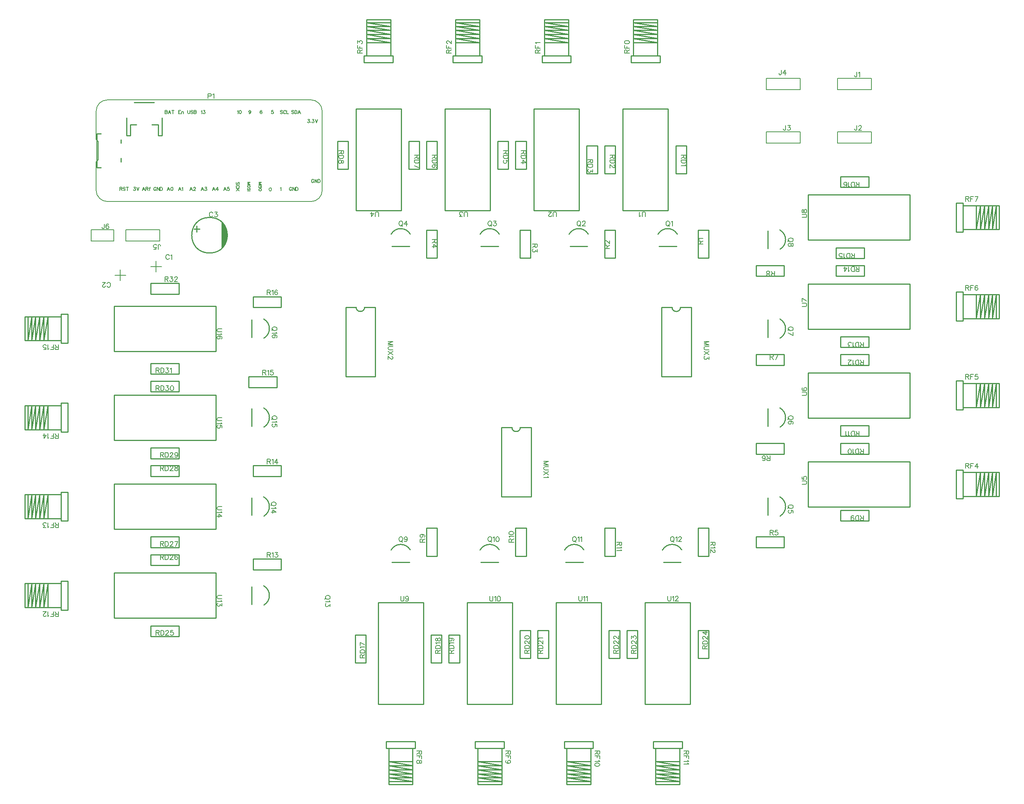
<source format=gto>
G04 Layer: TopSilkLayer*
G04 EasyEDA v6.4.17, 2021-03-30T17:38:57--4:00*
G04 bfce05913f904539a0b1be1992e61c7c,10*
G04 Gerber Generator version 0.2*
G04 Scale: 100 percent, Rotated: No, Reflected: No *
G04 Dimensions in millimeters *
G04 leading zeros omitted , absolute positions ,4 integer and 5 decimal *
%FSLAX45Y45*%
%MOMM*%

%ADD10C,0.2540*%
%ADD15C,0.2032*%
%ADD35C,0.1524*%
%ADD36C,0.2007*%
%ADD37C,0.2030*%

%LPD*%
D35*
X-1506857Y-11079896D02*
G01*
X-1517271Y-11084976D01*
X-1527685Y-11095390D01*
X-1533019Y-11105804D01*
X-1538099Y-11121552D01*
X-1538099Y-11147460D01*
X-1533019Y-11162954D01*
X-1527685Y-11173368D01*
X-1517271Y-11183782D01*
X-1506857Y-11188862D01*
X-1486029Y-11188862D01*
X-1475869Y-11183782D01*
X-1465455Y-11173368D01*
X-1460121Y-11162954D01*
X-1455041Y-11147460D01*
X-1455041Y-11121552D01*
X-1460121Y-11105804D01*
X-1465455Y-11095390D01*
X-1475869Y-11084976D01*
X-1486029Y-11079896D01*
X-1506857Y-11079896D01*
X-1491363Y-11168288D02*
G01*
X-1460121Y-11199276D01*
X-1415417Y-11105804D02*
G01*
X-1415417Y-11100724D01*
X-1410337Y-11090310D01*
X-1405003Y-11084976D01*
X-1394589Y-11079896D01*
X-1374015Y-11079896D01*
X-1363601Y-11084976D01*
X-1358267Y-11090310D01*
X-1353187Y-11100724D01*
X-1353187Y-11111138D01*
X-1358267Y-11121552D01*
X-1368681Y-11137046D01*
X-1420751Y-11188862D01*
X-1347853Y-11188862D01*
X-5506857Y-11079883D02*
G01*
X-5517271Y-11084963D01*
X-5527685Y-11095377D01*
X-5533019Y-11105791D01*
X-5538099Y-11121539D01*
X-5538099Y-11147447D01*
X-5533019Y-11162941D01*
X-5527685Y-11173355D01*
X-5517271Y-11183769D01*
X-5506857Y-11188849D01*
X-5486029Y-11188849D01*
X-5475869Y-11183769D01*
X-5465455Y-11173355D01*
X-5460121Y-11162941D01*
X-5455041Y-11147447D01*
X-5455041Y-11121539D01*
X-5460121Y-11105791D01*
X-5465455Y-11095377D01*
X-5475869Y-11084963D01*
X-5486029Y-11079883D01*
X-5506857Y-11079883D01*
X-5491363Y-11168275D02*
G01*
X-5460121Y-11199263D01*
X-5368681Y-11079883D02*
G01*
X-5420751Y-11152527D01*
X-5342773Y-11152527D01*
X-5368681Y-11079883D02*
G01*
X-5368681Y-11188849D01*
X-3506858Y-11079896D02*
G01*
X-3517272Y-11084976D01*
X-3527686Y-11095390D01*
X-3533020Y-11105804D01*
X-3538100Y-11121552D01*
X-3538100Y-11147460D01*
X-3533020Y-11162954D01*
X-3527686Y-11173368D01*
X-3517272Y-11183782D01*
X-3506858Y-11188862D01*
X-3486030Y-11188862D01*
X-3475870Y-11183782D01*
X-3465456Y-11173368D01*
X-3460122Y-11162954D01*
X-3455042Y-11147460D01*
X-3455042Y-11121552D01*
X-3460122Y-11105804D01*
X-3465456Y-11095390D01*
X-3475870Y-11084976D01*
X-3486030Y-11079896D01*
X-3506858Y-11079896D01*
X-3491364Y-11168288D02*
G01*
X-3460122Y-11199276D01*
X-3410338Y-11079896D02*
G01*
X-3353188Y-11079896D01*
X-3384430Y-11121552D01*
X-3368682Y-11121552D01*
X-3358268Y-11126632D01*
X-3353188Y-11131712D01*
X-3347854Y-11147460D01*
X-3347854Y-11157874D01*
X-3353188Y-11173368D01*
X-3363602Y-11183782D01*
X-3379096Y-11188862D01*
X-3394590Y-11188862D01*
X-3410338Y-11183782D01*
X-3415418Y-11178702D01*
X-3420752Y-11168288D01*
X-3506858Y-18179884D02*
G01*
X-3517272Y-18184964D01*
X-3527686Y-18195378D01*
X-3533020Y-18205792D01*
X-3538100Y-18221540D01*
X-3538100Y-18247448D01*
X-3533020Y-18262942D01*
X-3527686Y-18273356D01*
X-3517272Y-18283770D01*
X-3506858Y-18288850D01*
X-3486030Y-18288850D01*
X-3475870Y-18283770D01*
X-3465456Y-18273356D01*
X-3460122Y-18262942D01*
X-3455042Y-18247448D01*
X-3455042Y-18221540D01*
X-3460122Y-18205792D01*
X-3465456Y-18195378D01*
X-3475870Y-18184964D01*
X-3486030Y-18179884D01*
X-3506858Y-18179884D01*
X-3491364Y-18268276D02*
G01*
X-3460122Y-18299264D01*
X-3420752Y-18200712D02*
G01*
X-3410338Y-18195378D01*
X-3394590Y-18179884D01*
X-3394590Y-18288850D01*
X-3329312Y-18179884D02*
G01*
X-3344806Y-18184964D01*
X-3355220Y-18200712D01*
X-3360300Y-18226620D01*
X-3360300Y-18242114D01*
X-3355220Y-18268276D01*
X-3344806Y-18283770D01*
X-3329312Y-18288850D01*
X-3318898Y-18288850D01*
X-3303150Y-18283770D01*
X-3292990Y-18268276D01*
X-3287656Y-18242114D01*
X-3287656Y-18226620D01*
X-3292990Y-18200712D01*
X-3303150Y-18184964D01*
X-3318898Y-18179884D01*
X-3329312Y-18179884D01*
X493140Y-11079883D02*
G01*
X482727Y-11084963D01*
X472312Y-11095377D01*
X466979Y-11105791D01*
X461898Y-11121539D01*
X461898Y-11147447D01*
X466979Y-11162941D01*
X472312Y-11173355D01*
X482727Y-11183769D01*
X493140Y-11188849D01*
X513969Y-11188849D01*
X524129Y-11183769D01*
X534543Y-11173355D01*
X539877Y-11162941D01*
X544956Y-11147447D01*
X544956Y-11121539D01*
X539877Y-11105791D01*
X534543Y-11095377D01*
X524129Y-11084963D01*
X513969Y-11079883D01*
X493140Y-11079883D01*
X508635Y-11168275D02*
G01*
X539877Y-11199263D01*
X579246Y-11100711D02*
G01*
X589661Y-11095377D01*
X605409Y-11079883D01*
X605409Y-11188849D01*
X-8300684Y-17431161D02*
G01*
X-8305764Y-17420747D01*
X-8316178Y-17410333D01*
X-8326592Y-17404999D01*
X-8342340Y-17399919D01*
X-8368248Y-17399919D01*
X-8383742Y-17404999D01*
X-8394156Y-17410333D01*
X-8404570Y-17420747D01*
X-8409650Y-17431161D01*
X-8409650Y-17451989D01*
X-8404570Y-17462149D01*
X-8394156Y-17472563D01*
X-8383742Y-17477897D01*
X-8368248Y-17482977D01*
X-8342340Y-17482977D01*
X-8326592Y-17477897D01*
X-8316178Y-17472563D01*
X-8305764Y-17462149D01*
X-8300684Y-17451989D01*
X-8300684Y-17431161D01*
X-8389076Y-17446655D02*
G01*
X-8420064Y-17477897D01*
X-8321512Y-17517267D02*
G01*
X-8316178Y-17527681D01*
X-8300684Y-17543429D01*
X-8409650Y-17543429D01*
X-8300684Y-17629535D02*
G01*
X-8373328Y-17577719D01*
X-8373328Y-17655443D01*
X-8300684Y-17629535D02*
G01*
X-8409650Y-17629535D01*
X-9829858Y-8216282D02*
G01*
X-9829858Y-8325248D01*
X-9829858Y-8216282D02*
G01*
X-9783122Y-8216282D01*
X-9767628Y-8221362D01*
X-9762294Y-8226696D01*
X-9757214Y-8237110D01*
X-9757214Y-8252604D01*
X-9762294Y-8263018D01*
X-9767628Y-8268098D01*
X-9783122Y-8273432D01*
X-9829858Y-8273432D01*
X-9722924Y-8237110D02*
G01*
X-9712510Y-8231776D01*
X-9696762Y-8216282D01*
X-9696762Y-8325248D01*
X-11811058Y-10321942D02*
G01*
X-11811058Y-10394840D01*
X-11811058Y-10321942D02*
G01*
X-11779816Y-10321942D01*
X-11769402Y-10325498D01*
X-11766100Y-10329054D01*
X-11762544Y-10335912D01*
X-11762544Y-10342770D01*
X-11766100Y-10349628D01*
X-11769402Y-10353184D01*
X-11779816Y-10356740D01*
X-11811058Y-10356740D01*
X-11786928Y-10356740D02*
G01*
X-11762544Y-10394840D01*
X-11691170Y-10332356D02*
G01*
X-11698028Y-10325498D01*
X-11708442Y-10321942D01*
X-11722412Y-10321942D01*
X-11732826Y-10325498D01*
X-11739684Y-10332356D01*
X-11739684Y-10339468D01*
X-11736128Y-10346326D01*
X-11732826Y-10349628D01*
X-11725968Y-10353184D01*
X-11705140Y-10360042D01*
X-11698028Y-10363598D01*
X-11694726Y-10367154D01*
X-11691170Y-10374012D01*
X-11691170Y-10384426D01*
X-11698028Y-10391284D01*
X-11708442Y-10394840D01*
X-11722412Y-10394840D01*
X-11732826Y-10391284D01*
X-11739684Y-10384426D01*
X-11644180Y-10321942D02*
G01*
X-11644180Y-10394840D01*
X-11668310Y-10321942D02*
G01*
X-11619796Y-10321942D01*
X-11275372Y-10321942D02*
G01*
X-11303058Y-10394840D01*
X-11275372Y-10321942D02*
G01*
X-11247686Y-10394840D01*
X-11292644Y-10370456D02*
G01*
X-11258100Y-10370456D01*
X-11224826Y-10321942D02*
G01*
X-11224826Y-10394840D01*
X-11224826Y-10321942D02*
G01*
X-11193584Y-10321942D01*
X-11183170Y-10325498D01*
X-11179868Y-10329054D01*
X-11176312Y-10335912D01*
X-11176312Y-10342770D01*
X-11179868Y-10349628D01*
X-11183170Y-10353184D01*
X-11193584Y-10356740D01*
X-11224826Y-10356740D01*
X-11200442Y-10356740D02*
G01*
X-11176312Y-10394840D01*
X-11125766Y-10321942D02*
G01*
X-11132624Y-10321942D01*
X-11139482Y-10325498D01*
X-11143038Y-10335912D01*
X-11143038Y-10394840D01*
X-11153452Y-10346326D02*
G01*
X-11129068Y-10346326D01*
X-11499400Y-10321942D02*
G01*
X-11461300Y-10321942D01*
X-11482128Y-10349628D01*
X-11471714Y-10349628D01*
X-11464602Y-10353184D01*
X-11461300Y-10356740D01*
X-11457744Y-10367154D01*
X-11457744Y-10374012D01*
X-11461300Y-10384426D01*
X-11468158Y-10391284D01*
X-11478572Y-10394840D01*
X-11488986Y-10394840D01*
X-11499400Y-10391284D01*
X-11502702Y-10387728D01*
X-11506258Y-10380870D01*
X-11434884Y-10321942D02*
G01*
X-11407198Y-10394840D01*
X-11379512Y-10321942D02*
G01*
X-11407198Y-10394840D01*
X-9446572Y-10321942D02*
G01*
X-9474258Y-10394840D01*
X-9446572Y-10321942D02*
G01*
X-9418886Y-10394840D01*
X-9463844Y-10370456D02*
G01*
X-9429300Y-10370456D01*
X-9354370Y-10321942D02*
G01*
X-9389168Y-10321942D01*
X-9392470Y-10353184D01*
X-9389168Y-10349628D01*
X-9378754Y-10346326D01*
X-9368340Y-10346326D01*
X-9357926Y-10349628D01*
X-9351068Y-10356740D01*
X-9347512Y-10367154D01*
X-9347512Y-10374012D01*
X-9351068Y-10384426D01*
X-9357926Y-10391284D01*
X-9368340Y-10394840D01*
X-9378754Y-10394840D01*
X-9389168Y-10391284D01*
X-9392470Y-10387728D01*
X-9396026Y-10380870D01*
X-9700572Y-10321942D02*
G01*
X-9728258Y-10394840D01*
X-9700572Y-10321942D02*
G01*
X-9672886Y-10394840D01*
X-9717844Y-10370456D02*
G01*
X-9683300Y-10370456D01*
X-9615228Y-10321942D02*
G01*
X-9650026Y-10370456D01*
X-9597956Y-10370456D01*
X-9615228Y-10321942D02*
G01*
X-9615228Y-10394840D01*
X-9954572Y-10321942D02*
G01*
X-9982258Y-10394840D01*
X-9954572Y-10321942D02*
G01*
X-9926886Y-10394840D01*
X-9971844Y-10370456D02*
G01*
X-9937300Y-10370456D01*
X-9897168Y-10321942D02*
G01*
X-9859068Y-10321942D01*
X-9879642Y-10349628D01*
X-9869228Y-10349628D01*
X-9862370Y-10353184D01*
X-9859068Y-10356740D01*
X-9855512Y-10367154D01*
X-9855512Y-10374012D01*
X-9859068Y-10384426D01*
X-9865926Y-10391284D01*
X-9876340Y-10394840D01*
X-9886754Y-10394840D01*
X-9897168Y-10391284D01*
X-9900470Y-10387728D01*
X-9904026Y-10380870D01*
X-10208572Y-10321942D02*
G01*
X-10236258Y-10394840D01*
X-10208572Y-10321942D02*
G01*
X-10180886Y-10394840D01*
X-10225844Y-10370456D02*
G01*
X-10191300Y-10370456D01*
X-10154470Y-10339468D02*
G01*
X-10154470Y-10335912D01*
X-10151168Y-10329054D01*
X-10147612Y-10325498D01*
X-10140754Y-10321942D01*
X-10126784Y-10321942D01*
X-10119926Y-10325498D01*
X-10116370Y-10329054D01*
X-10113068Y-10335912D01*
X-10113068Y-10342770D01*
X-10116370Y-10349628D01*
X-10123228Y-10360042D01*
X-10158026Y-10394840D01*
X-10109512Y-10394840D01*
X-10462572Y-10321942D02*
G01*
X-10490258Y-10394840D01*
X-10462572Y-10321942D02*
G01*
X-10434886Y-10394840D01*
X-10479844Y-10370456D02*
G01*
X-10445300Y-10370456D01*
X-10412026Y-10335912D02*
G01*
X-10405168Y-10332356D01*
X-10394754Y-10321942D01*
X-10394754Y-10394840D01*
X-10716572Y-10321942D02*
G01*
X-10744258Y-10394840D01*
X-10716572Y-10321942D02*
G01*
X-10688886Y-10394840D01*
X-10733844Y-10370456D02*
G01*
X-10699300Y-10370456D01*
X-10645198Y-10321942D02*
G01*
X-10655612Y-10325498D01*
X-10662470Y-10335912D01*
X-10666026Y-10353184D01*
X-10666026Y-10363598D01*
X-10662470Y-10380870D01*
X-10655612Y-10391284D01*
X-10645198Y-10394840D01*
X-10638340Y-10394840D01*
X-10627926Y-10391284D01*
X-10621068Y-10380870D01*
X-10617512Y-10363598D01*
X-10617512Y-10353184D01*
X-10621068Y-10335912D01*
X-10627926Y-10325498D01*
X-10638340Y-10321942D01*
X-10645198Y-10321942D01*
X-9169458Y-8608712D02*
G01*
X-9162600Y-8605156D01*
X-9152186Y-8594742D01*
X-9152186Y-8667640D01*
X-9108498Y-8594742D02*
G01*
X-9118912Y-8598298D01*
X-9125770Y-8608712D01*
X-9129326Y-8625984D01*
X-9129326Y-8636398D01*
X-9125770Y-8653670D01*
X-9118912Y-8664084D01*
X-9108498Y-8667640D01*
X-9101640Y-8667640D01*
X-9091226Y-8664084D01*
X-9084368Y-8653670D01*
X-9080812Y-8636398D01*
X-9080812Y-8625984D01*
X-9084368Y-8608712D01*
X-9091226Y-8598298D01*
X-9101640Y-8594742D01*
X-9108498Y-8594742D01*
X-8870500Y-8619126D02*
G01*
X-8873802Y-8629540D01*
X-8880914Y-8636398D01*
X-8891328Y-8639954D01*
X-8894630Y-8639954D01*
X-8905044Y-8636398D01*
X-8911902Y-8629540D01*
X-8915458Y-8619126D01*
X-8915458Y-8615570D01*
X-8911902Y-8605156D01*
X-8905044Y-8598298D01*
X-8894630Y-8594742D01*
X-8891328Y-8594742D01*
X-8880914Y-8598298D01*
X-8873802Y-8605156D01*
X-8870500Y-8619126D01*
X-8870500Y-8636398D01*
X-8873802Y-8653670D01*
X-8880914Y-8664084D01*
X-8891328Y-8667640D01*
X-8898186Y-8667640D01*
X-8908600Y-8664084D01*
X-8911902Y-8657226D01*
X-9138216Y-10259712D02*
G01*
X-9131358Y-10252854D01*
X-9127802Y-10242440D01*
X-9127802Y-10228470D01*
X-9131358Y-10218056D01*
X-9138216Y-10211198D01*
X-9145328Y-10211198D01*
X-9152186Y-10214754D01*
X-9155488Y-10218056D01*
X-9159044Y-10225168D01*
X-9165902Y-10245742D01*
X-9169458Y-10252854D01*
X-9173014Y-10256156D01*
X-9179872Y-10259712D01*
X-9190286Y-10259712D01*
X-9197144Y-10252854D01*
X-9200700Y-10242440D01*
X-9200700Y-10228470D01*
X-9197144Y-10218056D01*
X-9190286Y-10211198D01*
X-9145328Y-10334388D02*
G01*
X-9138216Y-10331086D01*
X-9131358Y-10324228D01*
X-9127802Y-10317116D01*
X-9127802Y-10303400D01*
X-9131358Y-10296288D01*
X-9138216Y-10289430D01*
X-9145328Y-10286128D01*
X-9155488Y-10282572D01*
X-9173014Y-10282572D01*
X-9183428Y-10286128D01*
X-9190286Y-10289430D01*
X-9197144Y-10296288D01*
X-9200700Y-10303400D01*
X-9200700Y-10317116D01*
X-9197144Y-10324228D01*
X-9190286Y-10331086D01*
X-9183428Y-10334388D01*
X-9127802Y-10357248D02*
G01*
X-9200700Y-10357248D01*
X-9127802Y-10405762D02*
G01*
X-9176316Y-10357248D01*
X-9159044Y-10374774D02*
G01*
X-9200700Y-10405762D01*
X-8880914Y-10211198D02*
G01*
X-8941366Y-10211198D01*
X-8880914Y-10211198D02*
G01*
X-8941366Y-10234312D01*
X-8880914Y-10257426D02*
G01*
X-8941366Y-10234312D01*
X-8880914Y-10257426D02*
G01*
X-8941366Y-10257426D01*
X-8880914Y-10293748D02*
G01*
X-8883708Y-10287906D01*
X-8889550Y-10282318D01*
X-8895138Y-10279270D01*
X-8904028Y-10276476D01*
X-8918252Y-10276476D01*
X-8926888Y-10279270D01*
X-8932730Y-10282318D01*
X-8938572Y-10287906D01*
X-8941366Y-10293748D01*
X-8941366Y-10305178D01*
X-8938572Y-10311020D01*
X-8932730Y-10316862D01*
X-8926888Y-10319656D01*
X-8918252Y-10322704D01*
X-8904028Y-10322704D01*
X-8895138Y-10319656D01*
X-8889550Y-10316862D01*
X-8883708Y-10311020D01*
X-8880914Y-10305178D01*
X-8880914Y-10293748D01*
X-8889550Y-10382140D02*
G01*
X-8883708Y-10376298D01*
X-8880914Y-10367662D01*
X-8880914Y-10355978D01*
X-8883708Y-10347342D01*
X-8889550Y-10341754D01*
X-8895138Y-10341754D01*
X-8900980Y-10344548D01*
X-8904028Y-10347342D01*
X-8906822Y-10353184D01*
X-8912664Y-10370456D01*
X-8915458Y-10376298D01*
X-8918252Y-10379092D01*
X-8924094Y-10382140D01*
X-8932730Y-10382140D01*
X-8938572Y-10376298D01*
X-8941366Y-10367662D01*
X-8941366Y-10355978D01*
X-8938572Y-10347342D01*
X-8932730Y-10341754D01*
X-8880914Y-10401190D02*
G01*
X-8941366Y-10401190D01*
X-8626914Y-10211198D02*
G01*
X-8687366Y-10211198D01*
X-8626914Y-10211198D02*
G01*
X-8687366Y-10234312D01*
X-8626914Y-10257426D02*
G01*
X-8687366Y-10234312D01*
X-8626914Y-10257426D02*
G01*
X-8687366Y-10257426D01*
X-8626914Y-10276476D02*
G01*
X-8687366Y-10276476D01*
X-8635550Y-10335912D02*
G01*
X-8629708Y-10330070D01*
X-8626914Y-10321434D01*
X-8626914Y-10310004D01*
X-8629708Y-10301368D01*
X-8635550Y-10295526D01*
X-8641138Y-10295526D01*
X-8646980Y-10298320D01*
X-8650028Y-10301368D01*
X-8652822Y-10306956D01*
X-8658664Y-10324228D01*
X-8661458Y-10330070D01*
X-8664252Y-10333118D01*
X-8670094Y-10335912D01*
X-8678730Y-10335912D01*
X-8684572Y-10330070D01*
X-8687366Y-10321434D01*
X-8687366Y-10310004D01*
X-8684572Y-10301368D01*
X-8678730Y-10295526D01*
X-8626914Y-10372234D02*
G01*
X-8629708Y-10366392D01*
X-8635550Y-10360804D01*
X-8641138Y-10357756D01*
X-8650028Y-10354962D01*
X-8664252Y-10354962D01*
X-8672888Y-10357756D01*
X-8678730Y-10360804D01*
X-8684572Y-10366392D01*
X-8687366Y-10372234D01*
X-8687366Y-10383918D01*
X-8684572Y-10389506D01*
X-8678730Y-10395348D01*
X-8672888Y-10398142D01*
X-8664252Y-10401190D01*
X-8650028Y-10401190D01*
X-8641138Y-10398142D01*
X-8635550Y-10395348D01*
X-8629708Y-10389506D01*
X-8626914Y-10383918D01*
X-8626914Y-10372234D01*
X-8155744Y-8605156D02*
G01*
X-8162602Y-8598298D01*
X-8173016Y-8594742D01*
X-8186986Y-8594742D01*
X-8197400Y-8598298D01*
X-8204258Y-8605156D01*
X-8204258Y-8612268D01*
X-8200702Y-8619126D01*
X-8197400Y-8622428D01*
X-8190288Y-8625984D01*
X-8169714Y-8632842D01*
X-8162602Y-8636398D01*
X-8159300Y-8639954D01*
X-8155744Y-8646812D01*
X-8155744Y-8657226D01*
X-8162602Y-8664084D01*
X-8173016Y-8667640D01*
X-8186986Y-8667640D01*
X-8197400Y-8664084D01*
X-8204258Y-8657226D01*
X-8081068Y-8612268D02*
G01*
X-8084370Y-8605156D01*
X-8091228Y-8598298D01*
X-8098340Y-8594742D01*
X-8112056Y-8594742D01*
X-8119168Y-8598298D01*
X-8126026Y-8605156D01*
X-8129328Y-8612268D01*
X-8132884Y-8622428D01*
X-8132884Y-8639954D01*
X-8129328Y-8650368D01*
X-8126026Y-8657226D01*
X-8119168Y-8664084D01*
X-8112056Y-8667640D01*
X-8098340Y-8667640D01*
X-8091228Y-8664084D01*
X-8084370Y-8657226D01*
X-8081068Y-8650368D01*
X-8058208Y-8594742D02*
G01*
X-8058208Y-8667640D01*
X-8058208Y-8667640D02*
G01*
X-8016552Y-8667640D01*
X-8428286Y-10405254D02*
G01*
X-8417872Y-10401698D01*
X-8411014Y-10391284D01*
X-8407458Y-10374012D01*
X-8407458Y-10363598D01*
X-8411014Y-10346326D01*
X-8417872Y-10335912D01*
X-8428286Y-10332356D01*
X-8435144Y-10332356D01*
X-8445558Y-10335912D01*
X-8452416Y-10346326D01*
X-8455972Y-10363598D01*
X-8455972Y-10374012D01*
X-8452416Y-10391284D01*
X-8445558Y-10401698D01*
X-8435144Y-10405254D01*
X-8428286Y-10405254D01*
X-10795058Y-8594742D02*
G01*
X-10795058Y-8667640D01*
X-10795058Y-8594742D02*
G01*
X-10763816Y-8594742D01*
X-10753402Y-8598298D01*
X-10750100Y-8601854D01*
X-10746544Y-8608712D01*
X-10746544Y-8615570D01*
X-10750100Y-8622428D01*
X-10753402Y-8625984D01*
X-10763816Y-8629540D01*
X-10795058Y-8629540D02*
G01*
X-10763816Y-8629540D01*
X-10753402Y-8632842D01*
X-10750100Y-8636398D01*
X-10746544Y-8643256D01*
X-10746544Y-8653670D01*
X-10750100Y-8660528D01*
X-10753402Y-8664084D01*
X-10763816Y-8667640D01*
X-10795058Y-8667640D01*
X-10695998Y-8594742D02*
G01*
X-10723684Y-8667640D01*
X-10695998Y-8594742D02*
G01*
X-10668312Y-8667640D01*
X-10713270Y-8643256D02*
G01*
X-10678726Y-8643256D01*
X-10621068Y-8594742D02*
G01*
X-10621068Y-8667640D01*
X-10645452Y-8594742D02*
G01*
X-10596938Y-8594742D01*
X-10490258Y-8594742D02*
G01*
X-10490258Y-8667640D01*
X-10490258Y-8594742D02*
G01*
X-10445300Y-8594742D01*
X-10490258Y-8629540D02*
G01*
X-10462572Y-8629540D01*
X-10490258Y-8667640D02*
G01*
X-10445300Y-8667640D01*
X-10422440Y-8619126D02*
G01*
X-10422440Y-8667640D01*
X-10422440Y-8632842D02*
G01*
X-10412026Y-8622428D01*
X-10405168Y-8619126D01*
X-10394754Y-8619126D01*
X-10387642Y-8622428D01*
X-10384340Y-8632842D01*
X-10384340Y-8667640D01*
X-10287058Y-8594742D02*
G01*
X-10287058Y-8646812D01*
X-10283502Y-8657226D01*
X-10276644Y-8664084D01*
X-10266230Y-8667640D01*
X-10259372Y-8667640D01*
X-10248958Y-8664084D01*
X-10242100Y-8657226D01*
X-10238544Y-8646812D01*
X-10238544Y-8594742D01*
X-10167170Y-8605156D02*
G01*
X-10174028Y-8598298D01*
X-10184442Y-8594742D01*
X-10198412Y-8594742D01*
X-10208826Y-8598298D01*
X-10215684Y-8605156D01*
X-10215684Y-8612268D01*
X-10212128Y-8619126D01*
X-10208826Y-8622428D01*
X-10201968Y-8625984D01*
X-10181140Y-8632842D01*
X-10174028Y-8636398D01*
X-10170726Y-8639954D01*
X-10167170Y-8646812D01*
X-10167170Y-8657226D01*
X-10174028Y-8664084D01*
X-10184442Y-8667640D01*
X-10198412Y-8667640D01*
X-10208826Y-8664084D01*
X-10215684Y-8657226D01*
X-10144310Y-8594742D02*
G01*
X-10144310Y-8667640D01*
X-10144310Y-8594742D02*
G01*
X-10113068Y-8594742D01*
X-10102908Y-8598298D01*
X-10099352Y-8601854D01*
X-10095796Y-8608712D01*
X-10095796Y-8615570D01*
X-10099352Y-8622428D01*
X-10102908Y-8625984D01*
X-10113068Y-8629540D01*
X-10144310Y-8629540D02*
G01*
X-10113068Y-8629540D01*
X-10102908Y-8632842D01*
X-10099352Y-8636398D01*
X-10095796Y-8643256D01*
X-10095796Y-8653670D01*
X-10099352Y-8660528D01*
X-10102908Y-8664084D01*
X-10113068Y-8667640D01*
X-10144310Y-8667640D01*
X-9982258Y-8608712D02*
G01*
X-9975400Y-8605156D01*
X-9964986Y-8594742D01*
X-9964986Y-8667640D01*
X-9935268Y-8594742D02*
G01*
X-9897168Y-8594742D01*
X-9917742Y-8622428D01*
X-9907328Y-8622428D01*
X-9900470Y-8625984D01*
X-9897168Y-8629540D01*
X-9893612Y-8639954D01*
X-9893612Y-8646812D01*
X-9897168Y-8657226D01*
X-9904026Y-8664084D01*
X-9914440Y-8667640D01*
X-9924854Y-8667640D01*
X-9935268Y-8664084D01*
X-9938570Y-8660528D01*
X-9942126Y-8653670D01*
X-7901744Y-8605156D02*
G01*
X-7908602Y-8598298D01*
X-7919016Y-8594742D01*
X-7932986Y-8594742D01*
X-7943400Y-8598298D01*
X-7950258Y-8605156D01*
X-7950258Y-8612268D01*
X-7946702Y-8619126D01*
X-7943400Y-8622428D01*
X-7936288Y-8625984D01*
X-7915714Y-8632842D01*
X-7908602Y-8636398D01*
X-7905300Y-8639954D01*
X-7901744Y-8646812D01*
X-7901744Y-8657226D01*
X-7908602Y-8664084D01*
X-7919016Y-8667640D01*
X-7932986Y-8667640D01*
X-7943400Y-8664084D01*
X-7950258Y-8657226D01*
X-7878884Y-8594742D02*
G01*
X-7878884Y-8667640D01*
X-7878884Y-8594742D02*
G01*
X-7854754Y-8594742D01*
X-7844340Y-8598298D01*
X-7837228Y-8605156D01*
X-7833926Y-8612268D01*
X-7830370Y-8622428D01*
X-7830370Y-8639954D01*
X-7833926Y-8650368D01*
X-7837228Y-8657226D01*
X-7844340Y-8664084D01*
X-7854754Y-8667640D01*
X-7878884Y-8667640D01*
X-7779824Y-8594742D02*
G01*
X-7807510Y-8667640D01*
X-7779824Y-8594742D02*
G01*
X-7752138Y-8667640D01*
X-7797096Y-8643256D02*
G01*
X-7762552Y-8643256D01*
X-8204258Y-10335912D02*
G01*
X-8197400Y-10332356D01*
X-8186986Y-10321942D01*
X-8186986Y-10394840D01*
X-8619802Y-8605156D02*
G01*
X-8623358Y-8598298D01*
X-8633772Y-8594742D01*
X-8640630Y-8594742D01*
X-8651044Y-8598298D01*
X-8657902Y-8608712D01*
X-8661458Y-8625984D01*
X-8661458Y-8643256D01*
X-8657902Y-8657226D01*
X-8651044Y-8664084D01*
X-8640630Y-8667640D01*
X-8637328Y-8667640D01*
X-8626914Y-8664084D01*
X-8619802Y-8657226D01*
X-8616500Y-8646812D01*
X-8616500Y-8643256D01*
X-8619802Y-8632842D01*
X-8626914Y-8625984D01*
X-8637328Y-8622428D01*
X-8640630Y-8622428D01*
X-8651044Y-8625984D01*
X-8657902Y-8632842D01*
X-8661458Y-8643256D01*
X-10996988Y-10339468D02*
G01*
X-11000544Y-10332356D01*
X-11007402Y-10325498D01*
X-11014514Y-10321942D01*
X-11028230Y-10321942D01*
X-11035088Y-10325498D01*
X-11042200Y-10332356D01*
X-11045502Y-10339468D01*
X-11049058Y-10349628D01*
X-11049058Y-10367154D01*
X-11045502Y-10377568D01*
X-11042200Y-10384426D01*
X-11035088Y-10391284D01*
X-11028230Y-10394840D01*
X-11014514Y-10394840D01*
X-11007402Y-10391284D01*
X-11000544Y-10384426D01*
X-10996988Y-10377568D01*
X-10996988Y-10367154D01*
X-11014514Y-10367154D02*
G01*
X-10996988Y-10367154D01*
X-10974128Y-10321942D02*
G01*
X-10974128Y-10394840D01*
X-10974128Y-10321942D02*
G01*
X-10925868Y-10394840D01*
X-10925868Y-10321942D02*
G01*
X-10925868Y-10394840D01*
X-10903008Y-10321942D02*
G01*
X-10903008Y-10394840D01*
X-10903008Y-10321942D02*
G01*
X-10878624Y-10321942D01*
X-10868210Y-10325498D01*
X-10861352Y-10332356D01*
X-10857796Y-10339468D01*
X-10854494Y-10349628D01*
X-10854494Y-10367154D01*
X-10857796Y-10377568D01*
X-10861352Y-10384426D01*
X-10868210Y-10391284D01*
X-10878624Y-10394840D01*
X-10903008Y-10394840D01*
X-7948988Y-10339468D02*
G01*
X-7952544Y-10332356D01*
X-7959402Y-10325498D01*
X-7966514Y-10321942D01*
X-7980230Y-10321942D01*
X-7987088Y-10325498D01*
X-7994200Y-10332356D01*
X-7997502Y-10339468D01*
X-8001058Y-10349628D01*
X-8001058Y-10367154D01*
X-7997502Y-10377568D01*
X-7994200Y-10384426D01*
X-7987088Y-10391284D01*
X-7980230Y-10394840D01*
X-7966514Y-10394840D01*
X-7959402Y-10391284D01*
X-7952544Y-10384426D01*
X-7948988Y-10377568D01*
X-7948988Y-10367154D01*
X-7966514Y-10367154D02*
G01*
X-7948988Y-10367154D01*
X-7926128Y-10321942D02*
G01*
X-7926128Y-10394840D01*
X-7926128Y-10321942D02*
G01*
X-7877868Y-10394840D01*
X-7877868Y-10321942D02*
G01*
X-7877868Y-10394840D01*
X-7855008Y-10321942D02*
G01*
X-7855008Y-10394840D01*
X-7855008Y-10321942D02*
G01*
X-7830624Y-10321942D01*
X-7820210Y-10325498D01*
X-7813352Y-10332356D01*
X-7809796Y-10339468D01*
X-7806494Y-10349628D01*
X-7806494Y-10367154D01*
X-7809796Y-10377568D01*
X-7813352Y-10384426D01*
X-7820210Y-10391284D01*
X-7830624Y-10394840D01*
X-7855008Y-10394840D01*
X-7453688Y-10161668D02*
G01*
X-7457244Y-10154556D01*
X-7464102Y-10147698D01*
X-7471214Y-10144142D01*
X-7484930Y-10144142D01*
X-7491788Y-10147698D01*
X-7498900Y-10154556D01*
X-7502202Y-10161668D01*
X-7505758Y-10171828D01*
X-7505758Y-10189354D01*
X-7502202Y-10199768D01*
X-7498900Y-10206626D01*
X-7491788Y-10213484D01*
X-7484930Y-10217040D01*
X-7471214Y-10217040D01*
X-7464102Y-10213484D01*
X-7457244Y-10206626D01*
X-7453688Y-10199768D01*
X-7453688Y-10189354D01*
X-7471214Y-10189354D02*
G01*
X-7453688Y-10189354D01*
X-7430828Y-10144142D02*
G01*
X-7430828Y-10217040D01*
X-7430828Y-10144142D02*
G01*
X-7382568Y-10217040D01*
X-7382568Y-10144142D02*
G01*
X-7382568Y-10217040D01*
X-7359708Y-10144142D02*
G01*
X-7359708Y-10217040D01*
X-7359708Y-10144142D02*
G01*
X-7335324Y-10144142D01*
X-7324910Y-10147698D01*
X-7318052Y-10154556D01*
X-7314496Y-10161668D01*
X-7311194Y-10171828D01*
X-7311194Y-10189354D01*
X-7314496Y-10199768D01*
X-7318052Y-10206626D01*
X-7324910Y-10213484D01*
X-7335324Y-10217040D01*
X-7359708Y-10217040D01*
X-7587800Y-8797942D02*
G01*
X-7549700Y-8797942D01*
X-7570528Y-8825628D01*
X-7560114Y-8825628D01*
X-7553002Y-8829184D01*
X-7549700Y-8832740D01*
X-7546144Y-8843154D01*
X-7546144Y-8850012D01*
X-7549700Y-8860426D01*
X-7556558Y-8867284D01*
X-7566972Y-8870840D01*
X-7577386Y-8870840D01*
X-7587800Y-8867284D01*
X-7591102Y-8863728D01*
X-7594658Y-8856870D01*
X-7519728Y-8853568D02*
G01*
X-7523284Y-8856870D01*
X-7519728Y-8860426D01*
X-7516426Y-8856870D01*
X-7519728Y-8853568D01*
X-7486708Y-8797942D02*
G01*
X-7448608Y-8797942D01*
X-7469182Y-8825628D01*
X-7458768Y-8825628D01*
X-7451910Y-8829184D01*
X-7448608Y-8832740D01*
X-7445052Y-8843154D01*
X-7445052Y-8850012D01*
X-7448608Y-8860426D01*
X-7455466Y-8867284D01*
X-7465880Y-8870840D01*
X-7476294Y-8870840D01*
X-7486708Y-8867284D01*
X-7490010Y-8863728D01*
X-7493566Y-8856870D01*
X-7422192Y-8797942D02*
G01*
X-7394506Y-8870840D01*
X-7366820Y-8797942D02*
G01*
X-7394506Y-8870840D01*
X-8365802Y-8594742D02*
G01*
X-8400600Y-8594742D01*
X-8403902Y-8625984D01*
X-8400600Y-8622428D01*
X-8390186Y-8619126D01*
X-8379772Y-8619126D01*
X-8369358Y-8622428D01*
X-8362500Y-8629540D01*
X-8358944Y-8639954D01*
X-8358944Y-8646812D01*
X-8362500Y-8657226D01*
X-8369358Y-8664084D01*
X-8379772Y-8667640D01*
X-8390186Y-8667640D01*
X-8400600Y-8664084D01*
X-8403902Y-8660528D01*
X-8407458Y-8653670D01*
X-5030086Y-22995300D02*
G01*
X-5139052Y-22995300D01*
X-5030086Y-22995300D02*
G01*
X-5030086Y-23042036D01*
X-5035166Y-23057530D01*
X-5040500Y-23062864D01*
X-5050914Y-23067944D01*
X-5061328Y-23067944D01*
X-5071742Y-23062864D01*
X-5076822Y-23057530D01*
X-5081902Y-23042036D01*
X-5081902Y-22995300D01*
X-5081902Y-23031622D02*
G01*
X-5139052Y-23067944D01*
X-5030086Y-23102234D02*
G01*
X-5139052Y-23102234D01*
X-5030086Y-23102234D02*
G01*
X-5030086Y-23169798D01*
X-5081902Y-23102234D02*
G01*
X-5081902Y-23143890D01*
X-5030086Y-23230250D02*
G01*
X-5035166Y-23214502D01*
X-5045580Y-23209422D01*
X-5055994Y-23209422D01*
X-5066408Y-23214502D01*
X-5071742Y-23224916D01*
X-5076822Y-23245744D01*
X-5081902Y-23261238D01*
X-5092316Y-23271652D01*
X-5102730Y-23276986D01*
X-5118478Y-23276986D01*
X-5128892Y-23271652D01*
X-5133972Y-23266572D01*
X-5139052Y-23250824D01*
X-5139052Y-23230250D01*
X-5133972Y-23214502D01*
X-5128892Y-23209422D01*
X-5118478Y-23204088D01*
X-5102730Y-23204088D01*
X-5092316Y-23209422D01*
X-5081902Y-23219836D01*
X-5076822Y-23235330D01*
X-5071742Y-23256158D01*
X-5066408Y-23266572D01*
X-5055994Y-23271652D01*
X-5045580Y-23271652D01*
X-5035166Y-23266572D01*
X-5030086Y-23250824D01*
X-5030086Y-23230250D01*
X-4469912Y-7304699D02*
G01*
X-4360946Y-7304699D01*
X-4469912Y-7304699D02*
G01*
X-4469912Y-7257963D01*
X-4464832Y-7242469D01*
X-4459498Y-7237135D01*
X-4449084Y-7232055D01*
X-4438670Y-7232055D01*
X-4428256Y-7237135D01*
X-4423176Y-7242469D01*
X-4418096Y-7257963D01*
X-4418096Y-7304699D01*
X-4418096Y-7268377D02*
G01*
X-4360946Y-7232055D01*
X-4469912Y-7197765D02*
G01*
X-4360946Y-7197765D01*
X-4469912Y-7197765D02*
G01*
X-4469912Y-7130201D01*
X-4418096Y-7197765D02*
G01*
X-4418096Y-7156109D01*
X-4444004Y-7090577D02*
G01*
X-4449084Y-7090577D01*
X-4459498Y-7085497D01*
X-4464832Y-7080163D01*
X-4469912Y-7069749D01*
X-4469912Y-7049175D01*
X-4464832Y-7038761D01*
X-4459498Y-7033427D01*
X-4449084Y-7028347D01*
X-4438670Y-7028347D01*
X-4428256Y-7033427D01*
X-4412762Y-7043841D01*
X-4360946Y-7095911D01*
X-4360946Y-7023013D01*
X-6469913Y-7304699D02*
G01*
X-6360947Y-7304699D01*
X-6469913Y-7304699D02*
G01*
X-6469913Y-7257963D01*
X-6464833Y-7242469D01*
X-6459499Y-7237135D01*
X-6449085Y-7232055D01*
X-6438671Y-7232055D01*
X-6428257Y-7237135D01*
X-6423177Y-7242469D01*
X-6418097Y-7257963D01*
X-6418097Y-7304699D01*
X-6418097Y-7268377D02*
G01*
X-6360947Y-7232055D01*
X-6469913Y-7197765D02*
G01*
X-6360947Y-7197765D01*
X-6469913Y-7197765D02*
G01*
X-6469913Y-7130201D01*
X-6418097Y-7197765D02*
G01*
X-6418097Y-7156109D01*
X-6469913Y-7085497D02*
G01*
X-6469913Y-7028347D01*
X-6428257Y-7059589D01*
X-6428257Y-7043841D01*
X-6423177Y-7033427D01*
X-6418097Y-7028347D01*
X-6402349Y-7023013D01*
X-6391935Y-7023013D01*
X-6376441Y-7028347D01*
X-6366027Y-7038761D01*
X-6360947Y-7054255D01*
X-6360947Y-7069749D01*
X-6366027Y-7085497D01*
X-6371107Y-7090577D01*
X-6381521Y-7095911D01*
X7195299Y-16530088D02*
G01*
X7195299Y-16639054D01*
X7195299Y-16530088D02*
G01*
X7242035Y-16530088D01*
X7257529Y-16535168D01*
X7262863Y-16540502D01*
X7267943Y-16550916D01*
X7267943Y-16561330D01*
X7262863Y-16571744D01*
X7257529Y-16576824D01*
X7242035Y-16581904D01*
X7195299Y-16581904D01*
X7231621Y-16581904D02*
G01*
X7267943Y-16639054D01*
X7302233Y-16530088D02*
G01*
X7302233Y-16639054D01*
X7302233Y-16530088D02*
G01*
X7369797Y-16530088D01*
X7302233Y-16581904D02*
G01*
X7343889Y-16581904D01*
X7456157Y-16530088D02*
G01*
X7404087Y-16602732D01*
X7482065Y-16602732D01*
X7456157Y-16530088D02*
G01*
X7456157Y-16639054D01*
X7195299Y-14530087D02*
G01*
X7195299Y-14639053D01*
X7195299Y-14530087D02*
G01*
X7242035Y-14530087D01*
X7257529Y-14535167D01*
X7262863Y-14540501D01*
X7267943Y-14550915D01*
X7267943Y-14561329D01*
X7262863Y-14571743D01*
X7257529Y-14576823D01*
X7242035Y-14581903D01*
X7195299Y-14581903D01*
X7231621Y-14581903D02*
G01*
X7267943Y-14639053D01*
X7302233Y-14530087D02*
G01*
X7302233Y-14639053D01*
X7302233Y-14530087D02*
G01*
X7369797Y-14530087D01*
X7302233Y-14581903D02*
G01*
X7343889Y-14581903D01*
X7466571Y-14530087D02*
G01*
X7414501Y-14530087D01*
X7409421Y-14576823D01*
X7414501Y-14571743D01*
X7430249Y-14566409D01*
X7445743Y-14566409D01*
X7461237Y-14571743D01*
X7471651Y-14581903D01*
X7476985Y-14597651D01*
X7476985Y-14608065D01*
X7471651Y-14623559D01*
X7461237Y-14633973D01*
X7445743Y-14639053D01*
X7430249Y-14639053D01*
X7414501Y-14633973D01*
X7409421Y-14628893D01*
X7404087Y-14618479D01*
X7195299Y-12530086D02*
G01*
X7195299Y-12639052D01*
X7195299Y-12530086D02*
G01*
X7242035Y-12530086D01*
X7257529Y-12535166D01*
X7262863Y-12540500D01*
X7267943Y-12550914D01*
X7267943Y-12561328D01*
X7262863Y-12571742D01*
X7257529Y-12576822D01*
X7242035Y-12581902D01*
X7195299Y-12581902D01*
X7231621Y-12581902D02*
G01*
X7267943Y-12639052D01*
X7302233Y-12530086D02*
G01*
X7302233Y-12639052D01*
X7302233Y-12530086D02*
G01*
X7369797Y-12530086D01*
X7302233Y-12581902D02*
G01*
X7343889Y-12581902D01*
X7466571Y-12545580D02*
G01*
X7461237Y-12535166D01*
X7445743Y-12530086D01*
X7435329Y-12530086D01*
X7419835Y-12535166D01*
X7409421Y-12550914D01*
X7404087Y-12576822D01*
X7404087Y-12602730D01*
X7409421Y-12623558D01*
X7419835Y-12633972D01*
X7435329Y-12639052D01*
X7440409Y-12639052D01*
X7456157Y-12633972D01*
X7466571Y-12623558D01*
X7471651Y-12608064D01*
X7471651Y-12602730D01*
X7466571Y-12587236D01*
X7456157Y-12576822D01*
X7440409Y-12571742D01*
X7435329Y-12571742D01*
X7419835Y-12576822D01*
X7409421Y-12587236D01*
X7404087Y-12602730D01*
X7195299Y-10530088D02*
G01*
X7195299Y-10639054D01*
X7195299Y-10530088D02*
G01*
X7242035Y-10530088D01*
X7257529Y-10535168D01*
X7262863Y-10540502D01*
X7267943Y-10550916D01*
X7267943Y-10561330D01*
X7262863Y-10571744D01*
X7257529Y-10576824D01*
X7242035Y-10581904D01*
X7195299Y-10581904D01*
X7231621Y-10581904D02*
G01*
X7267943Y-10639054D01*
X7302233Y-10530088D02*
G01*
X7302233Y-10639054D01*
X7302233Y-10530088D02*
G01*
X7369797Y-10530088D01*
X7302233Y-10581904D02*
G01*
X7343889Y-10581904D01*
X7476985Y-10530088D02*
G01*
X7424915Y-10639054D01*
X7404087Y-10530088D02*
G01*
X7476985Y-10530088D01*
X-2469913Y-7304699D02*
G01*
X-2360947Y-7304699D01*
X-2469913Y-7304699D02*
G01*
X-2469913Y-7257963D01*
X-2464833Y-7242469D01*
X-2459499Y-7237135D01*
X-2449085Y-7232055D01*
X-2438671Y-7232055D01*
X-2428257Y-7237135D01*
X-2423177Y-7242469D01*
X-2418097Y-7257963D01*
X-2418097Y-7304699D01*
X-2418097Y-7268377D02*
G01*
X-2360947Y-7232055D01*
X-2469913Y-7197765D02*
G01*
X-2360947Y-7197765D01*
X-2469913Y-7197765D02*
G01*
X-2469913Y-7130201D01*
X-2418097Y-7197765D02*
G01*
X-2418097Y-7156109D01*
X-2449085Y-7095911D02*
G01*
X-2454419Y-7085497D01*
X-2469913Y-7069749D01*
X-2360947Y-7069749D01*
X3320115Y-17493142D02*
G01*
X3315035Y-17482728D01*
X3304621Y-17472314D01*
X3294207Y-17467234D01*
X3278459Y-17461900D01*
X3252551Y-17461900D01*
X3237057Y-17467234D01*
X3226643Y-17472314D01*
X3216229Y-17482728D01*
X3211149Y-17493142D01*
X3211149Y-17513970D01*
X3216229Y-17524384D01*
X3226643Y-17534798D01*
X3237057Y-17539878D01*
X3252551Y-17545212D01*
X3278459Y-17545212D01*
X3294207Y-17539878D01*
X3304621Y-17534798D01*
X3315035Y-17524384D01*
X3320115Y-17513970D01*
X3320115Y-17493142D01*
X3231723Y-17508636D02*
G01*
X3200735Y-17539878D01*
X3320115Y-17641732D02*
G01*
X3320115Y-17589916D01*
X3273379Y-17584582D01*
X3278459Y-17589916D01*
X3283793Y-17605410D01*
X3283793Y-17620904D01*
X3278459Y-17636652D01*
X3268299Y-17647066D01*
X3252551Y-17652146D01*
X3242137Y-17652146D01*
X3226643Y-17647066D01*
X3216229Y-17636652D01*
X3211149Y-17620904D01*
X3211149Y-17605410D01*
X3216229Y-17589916D01*
X3221309Y-17584582D01*
X3231723Y-17579502D01*
X-8279884Y-13493142D02*
G01*
X-8284964Y-13482728D01*
X-8295378Y-13472314D01*
X-8305792Y-13467234D01*
X-8321540Y-13461900D01*
X-8347448Y-13461900D01*
X-8362942Y-13467234D01*
X-8373356Y-13472314D01*
X-8383770Y-13482728D01*
X-8388850Y-13493142D01*
X-8388850Y-13513970D01*
X-8383770Y-13524384D01*
X-8373356Y-13534798D01*
X-8362942Y-13539878D01*
X-8347448Y-13545212D01*
X-8321540Y-13545212D01*
X-8305792Y-13539878D01*
X-8295378Y-13534798D01*
X-8284964Y-13524384D01*
X-8279884Y-13513970D01*
X-8279884Y-13493142D01*
X-8368276Y-13508636D02*
G01*
X-8399264Y-13539878D01*
X-8300712Y-13579502D02*
G01*
X-8295378Y-13589916D01*
X-8279884Y-13605410D01*
X-8388850Y-13605410D01*
X-8295378Y-13701930D02*
G01*
X-8284964Y-13696850D01*
X-8279884Y-13681356D01*
X-8279884Y-13670942D01*
X-8284964Y-13655194D01*
X-8300712Y-13644780D01*
X-8326620Y-13639700D01*
X-8352528Y-13639700D01*
X-8373356Y-13644780D01*
X-8383770Y-13655194D01*
X-8388850Y-13670942D01*
X-8388850Y-13676022D01*
X-8383770Y-13691516D01*
X-8373356Y-13701930D01*
X-8357862Y-13707264D01*
X-8352528Y-13707264D01*
X-8337034Y-13701930D01*
X-8326620Y-13691516D01*
X-8321540Y-13676022D01*
X-8321540Y-13670942D01*
X-8326620Y-13655194D01*
X-8337034Y-13644780D01*
X-8352528Y-13639700D01*
X593140Y-18179884D02*
G01*
X582726Y-18184964D01*
X572312Y-18195378D01*
X567232Y-18205792D01*
X561898Y-18221540D01*
X561898Y-18247448D01*
X567232Y-18262942D01*
X572312Y-18273356D01*
X582726Y-18283770D01*
X593140Y-18288850D01*
X613968Y-18288850D01*
X624382Y-18283770D01*
X634796Y-18273356D01*
X639876Y-18262942D01*
X645210Y-18247448D01*
X645210Y-18221540D01*
X639876Y-18205792D01*
X634796Y-18195378D01*
X624382Y-18184964D01*
X613968Y-18179884D01*
X593140Y-18179884D01*
X608634Y-18268276D02*
G01*
X639876Y-18299264D01*
X679500Y-18200712D02*
G01*
X689914Y-18195378D01*
X705408Y-18179884D01*
X705408Y-18288850D01*
X744778Y-18205792D02*
G01*
X744778Y-18200712D01*
X750112Y-18190298D01*
X755192Y-18184964D01*
X765606Y-18179884D01*
X786434Y-18179884D01*
X796848Y-18184964D01*
X801928Y-18190298D01*
X807262Y-18200712D01*
X807262Y-18211126D01*
X801928Y-18221540D01*
X791514Y-18237034D01*
X739698Y-18288850D01*
X812342Y-18288850D01*
X-5506857Y-18179884D02*
G01*
X-5517271Y-18184964D01*
X-5527685Y-18195378D01*
X-5532765Y-18205792D01*
X-5538099Y-18221540D01*
X-5538099Y-18247448D01*
X-5532765Y-18262942D01*
X-5527685Y-18273356D01*
X-5517271Y-18283770D01*
X-5506857Y-18288850D01*
X-5486029Y-18288850D01*
X-5475615Y-18283770D01*
X-5465201Y-18273356D01*
X-5460121Y-18262942D01*
X-5454787Y-18247448D01*
X-5454787Y-18221540D01*
X-5460121Y-18205792D01*
X-5465201Y-18195378D01*
X-5475615Y-18184964D01*
X-5486029Y-18179884D01*
X-5506857Y-18179884D01*
X-5491363Y-18268276D02*
G01*
X-5460121Y-18299264D01*
X-5352933Y-18216206D02*
G01*
X-5358267Y-18231700D01*
X-5368681Y-18242114D01*
X-5384175Y-18247448D01*
X-5389509Y-18247448D01*
X-5405003Y-18242114D01*
X-5415417Y-18231700D01*
X-5420497Y-18216206D01*
X-5420497Y-18211126D01*
X-5415417Y-18195378D01*
X-5405003Y-18184964D01*
X-5389509Y-18179884D01*
X-5384175Y-18179884D01*
X-5368681Y-18184964D01*
X-5358267Y-18195378D01*
X-5352933Y-18216206D01*
X-5352933Y-18242114D01*
X-5358267Y-18268276D01*
X-5368681Y-18283770D01*
X-5384175Y-18288850D01*
X-5394589Y-18288850D01*
X-5410083Y-18283770D01*
X-5415417Y-18273356D01*
X3320127Y-13493142D02*
G01*
X3315047Y-13482728D01*
X3304633Y-13472314D01*
X3294219Y-13467234D01*
X3278471Y-13461900D01*
X3252563Y-13461900D01*
X3237069Y-13467234D01*
X3226655Y-13472314D01*
X3216241Y-13482728D01*
X3211161Y-13493142D01*
X3211161Y-13513970D01*
X3216241Y-13524384D01*
X3226655Y-13534798D01*
X3237069Y-13539878D01*
X3252563Y-13545212D01*
X3278471Y-13545212D01*
X3294219Y-13539878D01*
X3304633Y-13534798D01*
X3315047Y-13524384D01*
X3320127Y-13513970D01*
X3320127Y-13493142D01*
X3231735Y-13508636D02*
G01*
X3200747Y-13539878D01*
X3320127Y-13652146D02*
G01*
X3211161Y-13600076D01*
X3320127Y-13579502D02*
G01*
X3320127Y-13652146D01*
X-7084606Y-19531065D02*
G01*
X-7089686Y-19520651D01*
X-7100100Y-19510237D01*
X-7110514Y-19505157D01*
X-7126262Y-19499823D01*
X-7152170Y-19499823D01*
X-7167664Y-19505157D01*
X-7178078Y-19510237D01*
X-7188492Y-19520651D01*
X-7193572Y-19531065D01*
X-7193572Y-19551893D01*
X-7188492Y-19562307D01*
X-7178078Y-19572721D01*
X-7167664Y-19577801D01*
X-7152170Y-19583135D01*
X-7126262Y-19583135D01*
X-7110514Y-19577801D01*
X-7100100Y-19572721D01*
X-7089686Y-19562307D01*
X-7084606Y-19551893D01*
X-7084606Y-19531065D01*
X-7172998Y-19546559D02*
G01*
X-7203986Y-19577801D01*
X-7105434Y-19617425D02*
G01*
X-7100100Y-19627839D01*
X-7084606Y-19643333D01*
X-7193572Y-19643333D01*
X-7084606Y-19688037D02*
G01*
X-7084606Y-19745187D01*
X-7126262Y-19713945D01*
X-7126262Y-19729439D01*
X-7131342Y-19739853D01*
X-7136422Y-19745187D01*
X-7152170Y-19750267D01*
X-7162584Y-19750267D01*
X-7178078Y-19745187D01*
X-7188492Y-19734773D01*
X-7193572Y-19719279D01*
X-7193572Y-19703531D01*
X-7188492Y-19688037D01*
X-7183412Y-19682703D01*
X-7172998Y-19677623D01*
X-1606857Y-18179884D02*
G01*
X-1617271Y-18184964D01*
X-1627685Y-18195378D01*
X-1632765Y-18205792D01*
X-1638099Y-18221540D01*
X-1638099Y-18247448D01*
X-1632765Y-18262942D01*
X-1627685Y-18273356D01*
X-1617271Y-18283770D01*
X-1606857Y-18288850D01*
X-1586029Y-18288850D01*
X-1575615Y-18283770D01*
X-1565201Y-18273356D01*
X-1560121Y-18262942D01*
X-1554787Y-18247448D01*
X-1554787Y-18221540D01*
X-1560121Y-18205792D01*
X-1565201Y-18195378D01*
X-1575615Y-18184964D01*
X-1586029Y-18179884D01*
X-1606857Y-18179884D01*
X-1591363Y-18268276D02*
G01*
X-1560121Y-18299264D01*
X-1520497Y-18200712D02*
G01*
X-1510083Y-18195378D01*
X-1494589Y-18179884D01*
X-1494589Y-18288850D01*
X-1460299Y-18200712D02*
G01*
X-1449885Y-18195378D01*
X-1434391Y-18179884D01*
X-1434391Y-18288850D01*
X3320115Y-15493141D02*
G01*
X3315035Y-15482727D01*
X3304621Y-15472313D01*
X3294207Y-15467233D01*
X3278459Y-15461899D01*
X3252551Y-15461899D01*
X3237057Y-15467233D01*
X3226643Y-15472313D01*
X3216229Y-15482727D01*
X3211149Y-15493141D01*
X3211149Y-15513969D01*
X3216229Y-15524383D01*
X3226643Y-15534797D01*
X3237057Y-15539877D01*
X3252551Y-15545211D01*
X3278459Y-15545211D01*
X3294207Y-15539877D01*
X3304621Y-15534797D01*
X3315035Y-15524383D01*
X3320115Y-15513969D01*
X3320115Y-15493141D01*
X3231723Y-15508635D02*
G01*
X3200735Y-15539877D01*
X3304621Y-15641731D02*
G01*
X3315035Y-15636651D01*
X3320115Y-15620903D01*
X3320115Y-15610489D01*
X3315035Y-15594995D01*
X3299287Y-15584581D01*
X3273379Y-15579501D01*
X3247471Y-15579501D01*
X3226643Y-15584581D01*
X3216229Y-15594995D01*
X3211149Y-15610489D01*
X3211149Y-15615823D01*
X3216229Y-15631317D01*
X3226643Y-15641731D01*
X3242137Y-15647065D01*
X3247471Y-15647065D01*
X3262965Y-15641731D01*
X3273379Y-15631317D01*
X3278459Y-15615823D01*
X3278459Y-15610489D01*
X3273379Y-15594995D01*
X3262965Y-15584581D01*
X3247471Y-15579501D01*
X3320127Y-11493141D02*
G01*
X3315047Y-11482727D01*
X3304633Y-11472313D01*
X3294219Y-11467233D01*
X3278471Y-11461899D01*
X3252563Y-11461899D01*
X3237069Y-11467233D01*
X3226655Y-11472313D01*
X3216241Y-11482727D01*
X3211161Y-11493141D01*
X3211161Y-11513969D01*
X3216241Y-11524383D01*
X3226655Y-11534797D01*
X3237069Y-11539877D01*
X3252563Y-11545211D01*
X3278471Y-11545211D01*
X3294219Y-11539877D01*
X3304633Y-11534797D01*
X3315047Y-11524383D01*
X3320127Y-11513969D01*
X3320127Y-11493141D01*
X3231735Y-11508635D02*
G01*
X3200747Y-11539877D01*
X3320127Y-11605409D02*
G01*
X3315047Y-11589915D01*
X3304633Y-11584581D01*
X3294219Y-11584581D01*
X3283805Y-11589915D01*
X3278471Y-11600075D01*
X3273391Y-11620903D01*
X3268311Y-11636651D01*
X3257897Y-11647065D01*
X3247483Y-11652145D01*
X3231735Y-11652145D01*
X3221321Y-11647065D01*
X3216241Y-11641731D01*
X3211161Y-11626237D01*
X3211161Y-11605409D01*
X3216241Y-11589915D01*
X3221321Y-11584581D01*
X3231735Y-11579501D01*
X3247483Y-11579501D01*
X3257897Y-11584581D01*
X3268311Y-11594995D01*
X3273391Y-11610489D01*
X3278471Y-11631317D01*
X3283805Y-11641731D01*
X3294219Y-11647065D01*
X3304633Y-11647065D01*
X3315047Y-11641731D01*
X3320127Y-11626237D01*
X3320127Y-11605409D01*
X-8279805Y-15493055D02*
G01*
X-8284885Y-15482641D01*
X-8295299Y-15472227D01*
X-8305713Y-15467147D01*
X-8321461Y-15461813D01*
X-8347369Y-15461813D01*
X-8362863Y-15467147D01*
X-8373277Y-15472227D01*
X-8383691Y-15482641D01*
X-8388771Y-15493055D01*
X-8388771Y-15513883D01*
X-8383691Y-15524297D01*
X-8373277Y-15534711D01*
X-8362863Y-15539791D01*
X-8347369Y-15545125D01*
X-8321461Y-15545125D01*
X-8305713Y-15539791D01*
X-8295299Y-15534711D01*
X-8284885Y-15524297D01*
X-8279805Y-15513883D01*
X-8279805Y-15493055D01*
X-8368197Y-15508549D02*
G01*
X-8399185Y-15539791D01*
X-8300633Y-15579415D02*
G01*
X-8295299Y-15589829D01*
X-8279805Y-15605323D01*
X-8388771Y-15605323D01*
X-8279805Y-15701843D02*
G01*
X-8279805Y-15650027D01*
X-8326541Y-15644693D01*
X-8321461Y-15650027D01*
X-8316127Y-15665521D01*
X-8316127Y-15681269D01*
X-8321461Y-15696763D01*
X-8331621Y-15707177D01*
X-8347369Y-15712257D01*
X-8357783Y-15712257D01*
X-8373277Y-15707177D01*
X-8383691Y-15696763D01*
X-8388771Y-15681269D01*
X-8388771Y-15665521D01*
X-8383691Y-15650027D01*
X-8378611Y-15644693D01*
X-8368197Y-15639613D01*
X-9516300Y-19499828D02*
G01*
X-9594024Y-19499828D01*
X-9609772Y-19505162D01*
X-9620186Y-19515576D01*
X-9625266Y-19531070D01*
X-9625266Y-19541484D01*
X-9620186Y-19556978D01*
X-9609772Y-19567392D01*
X-9594024Y-19572726D01*
X-9516300Y-19572726D01*
X-9536874Y-19607016D02*
G01*
X-9531794Y-19617430D01*
X-9516300Y-19632924D01*
X-9625266Y-19632924D01*
X-9516300Y-19677628D02*
G01*
X-9516300Y-19734778D01*
X-9557702Y-19703536D01*
X-9557702Y-19719030D01*
X-9563036Y-19729444D01*
X-9568116Y-19734778D01*
X-9583610Y-19739858D01*
X-9594024Y-19739858D01*
X-9609772Y-19734778D01*
X-9620186Y-19724364D01*
X-9625266Y-19708870D01*
X-9625266Y-19693122D01*
X-9620186Y-19677628D01*
X-9614852Y-19672294D01*
X-9604438Y-19667214D01*
X-9516292Y-15499834D02*
G01*
X-9594016Y-15499834D01*
X-9609764Y-15505168D01*
X-9620178Y-15515582D01*
X-9625258Y-15531076D01*
X-9625258Y-15541490D01*
X-9620178Y-15556984D01*
X-9609764Y-15567398D01*
X-9594016Y-15572732D01*
X-9516292Y-15572732D01*
X-9536866Y-15607022D02*
G01*
X-9531786Y-15617436D01*
X-9516292Y-15632930D01*
X-9625258Y-15632930D01*
X-9516292Y-15729450D02*
G01*
X-9516292Y-15677634D01*
X-9563028Y-15672300D01*
X-9557694Y-15677634D01*
X-9552614Y-15693128D01*
X-9552614Y-15708876D01*
X-9557694Y-15724370D01*
X-9568108Y-15734784D01*
X-9583602Y-15739864D01*
X-9594016Y-15739864D01*
X-9609764Y-15734784D01*
X-9620178Y-15724370D01*
X-9625258Y-15708876D01*
X-9625258Y-15693128D01*
X-9620178Y-15677634D01*
X-9614844Y-15672300D01*
X-9604430Y-15667220D01*
X-5500115Y-19516343D02*
G01*
X-5500115Y-19594068D01*
X-5494781Y-19609816D01*
X-5484368Y-19620229D01*
X-5468873Y-19625309D01*
X-5458460Y-19625309D01*
X-5442965Y-19620229D01*
X-5432552Y-19609816D01*
X-5427218Y-19594068D01*
X-5427218Y-19516343D01*
X-5325363Y-19552666D02*
G01*
X-5330697Y-19568159D01*
X-5341112Y-19578574D01*
X-5356605Y-19583908D01*
X-5361686Y-19583908D01*
X-5377434Y-19578574D01*
X-5387847Y-19568159D01*
X-5392928Y-19552666D01*
X-5392928Y-19547331D01*
X-5387847Y-19531838D01*
X-5377434Y-19521424D01*
X-5361686Y-19516343D01*
X-5356605Y-19516343D01*
X-5341112Y-19521424D01*
X-5330697Y-19531838D01*
X-5325363Y-19552666D01*
X-5325363Y-19578574D01*
X-5330697Y-19604481D01*
X-5341112Y-19620229D01*
X-5356605Y-19625309D01*
X-5367020Y-19625309D01*
X-5382513Y-19620229D01*
X-5387847Y-19609816D01*
X0Y-10983711D02*
G01*
X0Y-10905733D01*
X-5079Y-10890239D01*
X-15494Y-10879825D01*
X-31242Y-10874745D01*
X-41655Y-10874745D01*
X-57150Y-10879825D01*
X-67563Y-10890239D01*
X-72644Y-10905733D01*
X-72644Y-10983711D01*
X-106934Y-10962883D02*
G01*
X-117347Y-10968217D01*
X-133095Y-10983711D01*
X-133095Y-10874745D01*
X-9516374Y-17499924D02*
G01*
X-9594098Y-17499924D01*
X-9609846Y-17505258D01*
X-9620260Y-17515672D01*
X-9625340Y-17531166D01*
X-9625340Y-17541580D01*
X-9620260Y-17557074D01*
X-9609846Y-17567488D01*
X-9594098Y-17572822D01*
X-9516374Y-17572822D01*
X-9536948Y-17607112D02*
G01*
X-9531868Y-17617526D01*
X-9516374Y-17633020D01*
X-9625340Y-17633020D01*
X-9516374Y-17719126D02*
G01*
X-9589018Y-17667310D01*
X-9589018Y-17745288D01*
X-9516374Y-17719126D02*
G01*
X-9625340Y-17719126D01*
X-3500120Y-19516343D02*
G01*
X-3500120Y-19594322D01*
X-3494786Y-19609816D01*
X-3484371Y-19620229D01*
X-3468878Y-19625309D01*
X-3458463Y-19625309D01*
X-3442970Y-19620229D01*
X-3432555Y-19609816D01*
X-3427221Y-19594322D01*
X-3427221Y-19516343D01*
X-3392931Y-19537172D02*
G01*
X-3382518Y-19531838D01*
X-3367023Y-19516343D01*
X-3367023Y-19625309D01*
X-3301492Y-19516343D02*
G01*
X-3317239Y-19521424D01*
X-3327400Y-19537172D01*
X-3332734Y-19563079D01*
X-3332734Y-19578574D01*
X-3327400Y-19604481D01*
X-3317239Y-19620229D01*
X-3301492Y-19625309D01*
X-3291078Y-19625309D01*
X-3275584Y-19620229D01*
X-3265170Y-19604481D01*
X-3260089Y-19578574D01*
X-3260089Y-19563079D01*
X-3265170Y-19537172D01*
X-3275584Y-19521424D01*
X-3291078Y-19516343D01*
X-3301492Y-19516343D01*
X-1500123Y-19516343D02*
G01*
X-1500123Y-19594068D01*
X-1494789Y-19609816D01*
X-1484376Y-19620229D01*
X-1468881Y-19625309D01*
X-1458468Y-19625309D01*
X-1442973Y-19620229D01*
X-1432560Y-19609816D01*
X-1427226Y-19594068D01*
X-1427226Y-19516343D01*
X-1392936Y-19536918D02*
G01*
X-1382521Y-19531838D01*
X-1367028Y-19516343D01*
X-1367028Y-19625309D01*
X-1332737Y-19536918D02*
G01*
X-1322323Y-19531838D01*
X-1306829Y-19516343D01*
X-1306829Y-19625309D01*
X3516251Y-16999907D02*
G01*
X3594229Y-16999907D01*
X3609723Y-16994827D01*
X3620137Y-16984413D01*
X3625471Y-16968919D01*
X3625471Y-16958505D01*
X3620137Y-16942757D01*
X3609723Y-16932343D01*
X3594229Y-16927263D01*
X3516251Y-16927263D01*
X3516251Y-16830743D02*
G01*
X3516251Y-16882559D01*
X3562987Y-16887893D01*
X3557907Y-16882559D01*
X3552573Y-16867065D01*
X3552573Y-16851317D01*
X3557907Y-16835823D01*
X3568321Y-16825409D01*
X3583815Y-16820329D01*
X3594229Y-16820329D01*
X3609723Y-16825409D01*
X3620137Y-16835823D01*
X3625471Y-16851317D01*
X3625471Y-16867065D01*
X3620137Y-16882559D01*
X3615057Y-16887893D01*
X3604643Y-16892973D01*
X-2000006Y-10983711D02*
G01*
X-2000006Y-10905733D01*
X-2005086Y-10890239D01*
X-2015500Y-10879825D01*
X-2031248Y-10874745D01*
X-2041662Y-10874745D01*
X-2057156Y-10879825D01*
X-2067570Y-10890239D01*
X-2072650Y-10905733D01*
X-2072650Y-10983711D01*
X-2112274Y-10957803D02*
G01*
X-2112274Y-10962883D01*
X-2117354Y-10973297D01*
X-2122688Y-10978631D01*
X-2133102Y-10983711D01*
X-2153676Y-10983711D01*
X-2164090Y-10978631D01*
X-2169424Y-10973297D01*
X-2174504Y-10962883D01*
X-2174504Y-10952469D01*
X-2169424Y-10942055D01*
X-2159010Y-10926561D01*
X-2106940Y-10874745D01*
X-2179838Y-10874745D01*
X3516261Y-10999909D02*
G01*
X3594239Y-10999909D01*
X3609733Y-10994829D01*
X3620147Y-10984415D01*
X3625481Y-10968921D01*
X3625481Y-10958507D01*
X3620147Y-10942759D01*
X3609733Y-10932345D01*
X3594239Y-10927265D01*
X3516261Y-10927265D01*
X3516261Y-10867067D02*
G01*
X3521341Y-10882561D01*
X3531755Y-10887895D01*
X3542169Y-10887895D01*
X3552583Y-10882561D01*
X3557917Y-10872147D01*
X3562997Y-10851319D01*
X3568331Y-10835825D01*
X3578491Y-10825411D01*
X3588905Y-10820331D01*
X3604653Y-10820331D01*
X3615067Y-10825411D01*
X3620147Y-10830745D01*
X3625481Y-10846239D01*
X3625481Y-10867067D01*
X3620147Y-10882561D01*
X3615067Y-10887895D01*
X3604653Y-10892975D01*
X3588905Y-10892975D01*
X3578491Y-10887895D01*
X3568331Y-10877481D01*
X3562997Y-10861733D01*
X3557917Y-10840905D01*
X3552583Y-10830745D01*
X3542169Y-10825411D01*
X3531755Y-10825411D01*
X3521341Y-10830745D01*
X3516261Y-10846239D01*
X3516261Y-10867067D01*
X3516256Y-14999906D02*
G01*
X3594234Y-14999906D01*
X3609728Y-14994826D01*
X3620142Y-14984412D01*
X3625476Y-14968918D01*
X3625476Y-14958504D01*
X3620142Y-14942756D01*
X3609728Y-14932342D01*
X3594234Y-14927262D01*
X3516256Y-14927262D01*
X3531750Y-14830742D02*
G01*
X3521336Y-14835822D01*
X3516256Y-14851316D01*
X3516256Y-14861730D01*
X3521336Y-14877478D01*
X3537084Y-14887892D01*
X3562992Y-14892972D01*
X3588900Y-14892972D01*
X3609728Y-14887892D01*
X3620142Y-14877478D01*
X3625476Y-14861730D01*
X3625476Y-14856650D01*
X3620142Y-14840902D01*
X3609728Y-14830742D01*
X3594234Y-14825408D01*
X3588900Y-14825408D01*
X3573406Y-14830742D01*
X3562992Y-14840902D01*
X3557912Y-14856650D01*
X3557912Y-14861730D01*
X3562992Y-14877478D01*
X3573406Y-14887892D01*
X3588900Y-14892972D01*
X-9516381Y-13499924D02*
G01*
X-9594105Y-13499924D01*
X-9609853Y-13505258D01*
X-9620267Y-13515672D01*
X-9625347Y-13531166D01*
X-9625347Y-13541580D01*
X-9620267Y-13557074D01*
X-9609853Y-13567488D01*
X-9594105Y-13572822D01*
X-9516381Y-13572822D01*
X-9536955Y-13607112D02*
G01*
X-9531875Y-13617526D01*
X-9516381Y-13633020D01*
X-9625347Y-13633020D01*
X-9531875Y-13729540D02*
G01*
X-9521461Y-13724460D01*
X-9516381Y-13708966D01*
X-9516381Y-13698552D01*
X-9521461Y-13682804D01*
X-9536955Y-13672390D01*
X-9563117Y-13667310D01*
X-9589025Y-13667310D01*
X-9609853Y-13672390D01*
X-9620267Y-13682804D01*
X-9625347Y-13698552D01*
X-9625347Y-13703632D01*
X-9620267Y-13719126D01*
X-9609853Y-13729540D01*
X-9594105Y-13734874D01*
X-9589025Y-13734874D01*
X-9573531Y-13729540D01*
X-9563117Y-13719126D01*
X-9557783Y-13703632D01*
X-9557783Y-13698552D01*
X-9563117Y-13682804D01*
X-9573531Y-13672390D01*
X-9589025Y-13667310D01*
X3516259Y-12999907D02*
G01*
X3594237Y-12999907D01*
X3609731Y-12994827D01*
X3620145Y-12984413D01*
X3625479Y-12968919D01*
X3625479Y-12958505D01*
X3620145Y-12942757D01*
X3609731Y-12932343D01*
X3594237Y-12927263D01*
X3516259Y-12927263D01*
X3516259Y-12820329D02*
G01*
X3625479Y-12872145D01*
X3516259Y-12892973D02*
G01*
X3516259Y-12820329D01*
X-6000013Y-10983711D02*
G01*
X-6000013Y-10905733D01*
X-6005093Y-10890239D01*
X-6015507Y-10879825D01*
X-6031255Y-10874745D01*
X-6041669Y-10874745D01*
X-6057163Y-10879825D01*
X-6067577Y-10890239D01*
X-6072657Y-10905733D01*
X-6072657Y-10983711D01*
X-6159017Y-10983711D02*
G01*
X-6106947Y-10911067D01*
X-6184925Y-10911067D01*
X-6159017Y-10983711D02*
G01*
X-6159017Y-10874745D01*
X-4000007Y-10983711D02*
G01*
X-4000007Y-10905733D01*
X-4005087Y-10890239D01*
X-4015501Y-10879825D01*
X-4031249Y-10874745D01*
X-4041663Y-10874745D01*
X-4057157Y-10879825D01*
X-4067571Y-10890239D01*
X-4072651Y-10905733D01*
X-4072651Y-10983711D01*
X-4117355Y-10983711D02*
G01*
X-4174505Y-10983711D01*
X-4143517Y-10942055D01*
X-4159011Y-10942055D01*
X-4169425Y-10936975D01*
X-4174505Y-10931895D01*
X-4179839Y-10916147D01*
X-4179839Y-10905733D01*
X-4174505Y-10890239D01*
X-4164091Y-10879825D01*
X-4148597Y-10874745D01*
X-4133103Y-10874745D01*
X-4117355Y-10879825D01*
X-4112275Y-10884905D01*
X-4106941Y-10895319D01*
X500126Y-19516343D02*
G01*
X500126Y-19594068D01*
X505205Y-19609816D01*
X515620Y-19620229D01*
X531113Y-19625309D01*
X541528Y-19625309D01*
X557276Y-19620229D01*
X567436Y-19609816D01*
X572770Y-19594068D01*
X572770Y-19516343D01*
X607060Y-19536918D02*
G01*
X617473Y-19531838D01*
X632968Y-19516343D01*
X632968Y-19625309D01*
X672592Y-19542252D02*
G01*
X672592Y-19536918D01*
X677671Y-19526758D01*
X683005Y-19521424D01*
X693165Y-19516343D01*
X713994Y-19516343D01*
X724407Y-19521424D01*
X729742Y-19526758D01*
X734821Y-19536918D01*
X734821Y-19547331D01*
X729742Y-19557745D01*
X719328Y-19573493D01*
X667257Y-19625309D01*
X740155Y-19625309D01*
X1424945Y-13787170D02*
G01*
X1315979Y-13787170D01*
X1424945Y-13787170D02*
G01*
X1315979Y-13828826D01*
X1424945Y-13870482D02*
G01*
X1315979Y-13828826D01*
X1424945Y-13870482D02*
G01*
X1315979Y-13870482D01*
X1424945Y-13904772D02*
G01*
X1346967Y-13904772D01*
X1331473Y-13909852D01*
X1321059Y-13920266D01*
X1315979Y-13935760D01*
X1315979Y-13946174D01*
X1321059Y-13961922D01*
X1331473Y-13972082D01*
X1346967Y-13977416D01*
X1424945Y-13977416D01*
X1424945Y-14011706D02*
G01*
X1315979Y-14084350D01*
X1424945Y-14084350D02*
G01*
X1315979Y-14011706D01*
X1424945Y-14129054D02*
G01*
X1424945Y-14186204D01*
X1383543Y-14154962D01*
X1383543Y-14170710D01*
X1378209Y-14181124D01*
X1373129Y-14186204D01*
X1357381Y-14191538D01*
X1346967Y-14191538D01*
X1331473Y-14186204D01*
X1321059Y-14175790D01*
X1315979Y-14160296D01*
X1315979Y-14144802D01*
X1321059Y-14129054D01*
X1326393Y-14123974D01*
X1336807Y-14118640D01*
X-5674893Y-13787313D02*
G01*
X-5784113Y-13787313D01*
X-5674893Y-13787313D02*
G01*
X-5784113Y-13828969D01*
X-5674893Y-13870625D02*
G01*
X-5784113Y-13828969D01*
X-5674893Y-13870625D02*
G01*
X-5784113Y-13870625D01*
X-5674893Y-13904915D02*
G01*
X-5752871Y-13904915D01*
X-5768365Y-13909995D01*
X-5778779Y-13920409D01*
X-5784113Y-13935903D01*
X-5784113Y-13946317D01*
X-5778779Y-13962065D01*
X-5768365Y-13972479D01*
X-5752871Y-13977559D01*
X-5674893Y-13977559D01*
X-5674893Y-14011849D02*
G01*
X-5784113Y-14084493D01*
X-5674893Y-14084493D02*
G01*
X-5784113Y-14011849D01*
X-5701055Y-14124117D02*
G01*
X-5695721Y-14124117D01*
X-5685307Y-14129197D01*
X-5680227Y-14134531D01*
X-5674893Y-14144945D01*
X-5674893Y-14165519D01*
X-5680227Y-14175933D01*
X-5685307Y-14181267D01*
X-5695721Y-14186347D01*
X-5706135Y-14186347D01*
X-5716549Y-14181267D01*
X-5732043Y-14170853D01*
X-5784113Y-14118783D01*
X-5784113Y-14191681D01*
X-2174979Y-16487216D02*
G01*
X-2284199Y-16487216D01*
X-2174979Y-16487216D02*
G01*
X-2284199Y-16528872D01*
X-2174979Y-16570274D02*
G01*
X-2284199Y-16528872D01*
X-2174979Y-16570274D02*
G01*
X-2284199Y-16570274D01*
X-2174979Y-16604564D02*
G01*
X-2252957Y-16604564D01*
X-2268705Y-16609898D01*
X-2279119Y-16620312D01*
X-2284199Y-16635806D01*
X-2284199Y-16646220D01*
X-2279119Y-16661714D01*
X-2268705Y-16672128D01*
X-2252957Y-16677462D01*
X-2174979Y-16677462D01*
X-2174979Y-16711752D02*
G01*
X-2284199Y-16784396D01*
X-2174979Y-16784396D02*
G01*
X-2284199Y-16711752D01*
X-2195807Y-16818686D02*
G01*
X-2190727Y-16829100D01*
X-2174979Y-16844594D01*
X-2284199Y-16844594D01*
X-469826Y-7304686D02*
G01*
X-360860Y-7304686D01*
X-469826Y-7304686D02*
G01*
X-469826Y-7257950D01*
X-464746Y-7242456D01*
X-459666Y-7237122D01*
X-449252Y-7232042D01*
X-438838Y-7232042D01*
X-428424Y-7237122D01*
X-423090Y-7242456D01*
X-418010Y-7257950D01*
X-418010Y-7304686D01*
X-418010Y-7268364D02*
G01*
X-360860Y-7232042D01*
X-469826Y-7197752D02*
G01*
X-360860Y-7197752D01*
X-469826Y-7197752D02*
G01*
X-469826Y-7130188D01*
X-418010Y-7197752D02*
G01*
X-418010Y-7156096D01*
X-469826Y-7064656D02*
G01*
X-464746Y-7080150D01*
X-449252Y-7090564D01*
X-423090Y-7095898D01*
X-407596Y-7095898D01*
X-381688Y-7090564D01*
X-365940Y-7080150D01*
X-360860Y-7064656D01*
X-360860Y-7054242D01*
X-365940Y-7038748D01*
X-381688Y-7028334D01*
X-407596Y-7023000D01*
X-423090Y-7023000D01*
X-449252Y-7028334D01*
X-464746Y-7038748D01*
X-469826Y-7054242D01*
X-469826Y-7064656D01*
X-3030169Y-22995422D02*
G01*
X-3139135Y-22995422D01*
X-3030169Y-22995422D02*
G01*
X-3030169Y-23042158D01*
X-3035249Y-23057652D01*
X-3040329Y-23062732D01*
X-3050743Y-23068066D01*
X-3061157Y-23068066D01*
X-3071571Y-23062732D01*
X-3076905Y-23057652D01*
X-3081985Y-23042158D01*
X-3081985Y-22995422D01*
X-3081985Y-23031744D02*
G01*
X-3139135Y-23068066D01*
X-3030169Y-23102356D02*
G01*
X-3139135Y-23102356D01*
X-3030169Y-23102356D02*
G01*
X-3030169Y-23169920D01*
X-3081985Y-23102356D02*
G01*
X-3081985Y-23144012D01*
X-3066491Y-23271774D02*
G01*
X-3081985Y-23266440D01*
X-3092399Y-23256026D01*
X-3097479Y-23240532D01*
X-3097479Y-23235452D01*
X-3092399Y-23219704D01*
X-3081985Y-23209290D01*
X-3066491Y-23204210D01*
X-3061157Y-23204210D01*
X-3045663Y-23209290D01*
X-3035249Y-23219704D01*
X-3030169Y-23235452D01*
X-3030169Y-23240532D01*
X-3035249Y-23256026D01*
X-3045663Y-23266440D01*
X-3066491Y-23271774D01*
X-3092399Y-23271774D01*
X-3118307Y-23266440D01*
X-3134055Y-23256026D01*
X-3139135Y-23240532D01*
X-3139135Y-23230118D01*
X-3134055Y-23214624D01*
X-3123641Y-23209290D01*
X-1030168Y-22995417D02*
G01*
X-1139134Y-22995417D01*
X-1030168Y-22995417D02*
G01*
X-1030168Y-23042153D01*
X-1035248Y-23057647D01*
X-1040328Y-23062727D01*
X-1050742Y-23068061D01*
X-1061156Y-23068061D01*
X-1071570Y-23062727D01*
X-1076904Y-23057647D01*
X-1081984Y-23042153D01*
X-1081984Y-22995417D01*
X-1081984Y-23031739D02*
G01*
X-1139134Y-23068061D01*
X-1030168Y-23102351D02*
G01*
X-1139134Y-23102351D01*
X-1030168Y-23102351D02*
G01*
X-1030168Y-23169915D01*
X-1081984Y-23102351D02*
G01*
X-1081984Y-23144007D01*
X-1050742Y-23204205D02*
G01*
X-1045662Y-23214619D01*
X-1030168Y-23230113D01*
X-1139134Y-23230113D01*
X-1030168Y-23295645D02*
G01*
X-1035248Y-23279897D01*
X-1050742Y-23269737D01*
X-1076904Y-23264403D01*
X-1092398Y-23264403D01*
X-1118306Y-23269737D01*
X-1134054Y-23279897D01*
X-1139134Y-23295645D01*
X-1139134Y-23306059D01*
X-1134054Y-23321553D01*
X-1118306Y-23331967D01*
X-1092398Y-23337047D01*
X-1076904Y-23337047D01*
X-1050742Y-23331967D01*
X-1035248Y-23321553D01*
X-1030168Y-23306059D01*
X-1030168Y-23295645D01*
X969779Y-22995397D02*
G01*
X860813Y-22995397D01*
X969779Y-22995397D02*
G01*
X969779Y-23042133D01*
X964699Y-23057627D01*
X959365Y-23062707D01*
X948951Y-23068041D01*
X938537Y-23068041D01*
X928123Y-23062707D01*
X923043Y-23057627D01*
X917963Y-23042133D01*
X917963Y-22995397D01*
X917963Y-23031719D02*
G01*
X860813Y-23068041D01*
X969779Y-23102331D02*
G01*
X860813Y-23102331D01*
X969779Y-23102331D02*
G01*
X969779Y-23169895D01*
X917963Y-23102331D02*
G01*
X917963Y-23143987D01*
X948951Y-23204185D02*
G01*
X954285Y-23214599D01*
X969779Y-23230093D01*
X860813Y-23230093D01*
X948951Y-23264383D02*
G01*
X954285Y-23274797D01*
X969779Y-23290291D01*
X860813Y-23290291D01*
X-13195221Y-19969734D02*
G01*
X-13195221Y-19860768D01*
X-13195221Y-19969734D02*
G01*
X-13241957Y-19969734D01*
X-13257451Y-19964654D01*
X-13262785Y-19959574D01*
X-13267865Y-19949159D01*
X-13267865Y-19938745D01*
X-13262785Y-19928331D01*
X-13257451Y-19922998D01*
X-13241957Y-19917918D01*
X-13195221Y-19917918D01*
X-13231543Y-19917918D02*
G01*
X-13267865Y-19860768D01*
X-13302155Y-19969734D02*
G01*
X-13302155Y-19860768D01*
X-13302155Y-19969734D02*
G01*
X-13369719Y-19969734D01*
X-13302155Y-19917918D02*
G01*
X-13343811Y-19917918D01*
X-13404009Y-19949159D02*
G01*
X-13414423Y-19954240D01*
X-13430171Y-19969734D01*
X-13430171Y-19860768D01*
X-13469541Y-19943825D02*
G01*
X-13469541Y-19949159D01*
X-13474621Y-19959574D01*
X-13479955Y-19964654D01*
X-13490369Y-19969734D01*
X-13511197Y-19969734D01*
X-13521611Y-19964654D01*
X-13526691Y-19959574D01*
X-13531771Y-19949159D01*
X-13531771Y-19938745D01*
X-13526691Y-19928331D01*
X-13516277Y-19912584D01*
X-13464461Y-19860768D01*
X-13537105Y-19860768D01*
X-13195300Y-17969834D02*
G01*
X-13195300Y-17860868D01*
X-13195300Y-17969834D02*
G01*
X-13242036Y-17969834D01*
X-13257529Y-17964754D01*
X-13262863Y-17959420D01*
X-13267944Y-17949260D01*
X-13267944Y-17938846D01*
X-13262863Y-17928432D01*
X-13257529Y-17923098D01*
X-13242036Y-17918018D01*
X-13195300Y-17918018D01*
X-13231621Y-17918018D02*
G01*
X-13267944Y-17860868D01*
X-13302234Y-17969834D02*
G01*
X-13302234Y-17860868D01*
X-13302234Y-17969834D02*
G01*
X-13369797Y-17969834D01*
X-13302234Y-17918018D02*
G01*
X-13343889Y-17918018D01*
X-13404087Y-17949260D02*
G01*
X-13414502Y-17954340D01*
X-13430250Y-17969834D01*
X-13430250Y-17860868D01*
X-13474700Y-17969834D02*
G01*
X-13531850Y-17969834D01*
X-13500862Y-17928432D01*
X-13516355Y-17928432D01*
X-13526770Y-17923098D01*
X-13531850Y-17918018D01*
X-13537184Y-17902270D01*
X-13537184Y-17892110D01*
X-13531850Y-17876362D01*
X-13521689Y-17865948D01*
X-13505942Y-17860868D01*
X-13490447Y-17860868D01*
X-13474700Y-17865948D01*
X-13469620Y-17871282D01*
X-13464539Y-17881696D01*
X-13195221Y-15969752D02*
G01*
X-13195221Y-15860786D01*
X-13195221Y-15969752D02*
G01*
X-13241957Y-15969752D01*
X-13257451Y-15964672D01*
X-13262785Y-15959338D01*
X-13267865Y-15949178D01*
X-13267865Y-15938764D01*
X-13262785Y-15928350D01*
X-13257451Y-15923016D01*
X-13241957Y-15917936D01*
X-13195221Y-15917936D01*
X-13231543Y-15917936D02*
G01*
X-13267865Y-15860786D01*
X-13302155Y-15969752D02*
G01*
X-13302155Y-15860786D01*
X-13302155Y-15969752D02*
G01*
X-13369719Y-15969752D01*
X-13302155Y-15917936D02*
G01*
X-13343811Y-15917936D01*
X-13404009Y-15949178D02*
G01*
X-13414423Y-15954258D01*
X-13430171Y-15969752D01*
X-13430171Y-15860786D01*
X-13516277Y-15969752D02*
G01*
X-13464461Y-15897108D01*
X-13542185Y-15897108D01*
X-13516277Y-15969752D02*
G01*
X-13516277Y-15860786D01*
X-13195300Y-13969827D02*
G01*
X-13195300Y-13860861D01*
X-13195300Y-13969827D02*
G01*
X-13242036Y-13969827D01*
X-13257529Y-13964747D01*
X-13262863Y-13959667D01*
X-13267944Y-13949253D01*
X-13267944Y-13938839D01*
X-13262863Y-13928425D01*
X-13257529Y-13923091D01*
X-13242036Y-13918011D01*
X-13195300Y-13918011D01*
X-13231621Y-13918011D02*
G01*
X-13267944Y-13860861D01*
X-13302234Y-13969827D02*
G01*
X-13302234Y-13860861D01*
X-13302234Y-13969827D02*
G01*
X-13369797Y-13969827D01*
X-13302234Y-13918011D02*
G01*
X-13343889Y-13918011D01*
X-13404087Y-13949253D02*
G01*
X-13414502Y-13954333D01*
X-13430250Y-13969827D01*
X-13430250Y-13860861D01*
X-13526770Y-13969827D02*
G01*
X-13474700Y-13969827D01*
X-13469620Y-13923091D01*
X-13474700Y-13928425D01*
X-13490447Y-13933505D01*
X-13505942Y-13933505D01*
X-13521689Y-13928425D01*
X-13531850Y-13918011D01*
X-13537184Y-13902517D01*
X-13537184Y-13892103D01*
X-13531850Y-13876355D01*
X-13521689Y-13865941D01*
X-13505942Y-13860861D01*
X-13490447Y-13860861D01*
X-13474700Y-13865941D01*
X-13469620Y-13871275D01*
X-13464539Y-13881689D01*
X-12098578Y-12541808D02*
G01*
X-12093244Y-12552222D01*
X-12082830Y-12562636D01*
X-12072670Y-12567716D01*
X-12051842Y-12567716D01*
X-12041428Y-12562636D01*
X-12031014Y-12552222D01*
X-12025680Y-12541808D01*
X-12020600Y-12526060D01*
X-12020600Y-12500152D01*
X-12025680Y-12484658D01*
X-12031014Y-12474244D01*
X-12041428Y-12463830D01*
X-12051842Y-12458750D01*
X-12072670Y-12458750D01*
X-12082830Y-12463830D01*
X-12093244Y-12474244D01*
X-12098578Y-12484658D01*
X-12137948Y-12541808D02*
G01*
X-12137948Y-12546888D01*
X-12143282Y-12557302D01*
X-12148362Y-12562636D01*
X-12158776Y-12567716D01*
X-12179604Y-12567716D01*
X-12190018Y-12562636D01*
X-12195098Y-12557302D01*
X-12200432Y-12546888D01*
X-12200432Y-12536474D01*
X-12195098Y-12526060D01*
X-12184684Y-12510566D01*
X-12132868Y-12458750D01*
X-12205512Y-12458750D01*
D15*
X-11802940Y-12420000D02*
G01*
X-11802940Y-12174382D01*
X-11680004Y-12297064D02*
G01*
X-11925622Y-12297064D01*
D35*
X-10701421Y-11858193D02*
G01*
X-10706755Y-11847779D01*
X-10717169Y-11837365D01*
X-10727329Y-11832285D01*
X-10748157Y-11832285D01*
X-10758571Y-11837365D01*
X-10768985Y-11847779D01*
X-10774319Y-11858193D01*
X-10779399Y-11873941D01*
X-10779399Y-11899849D01*
X-10774319Y-11915343D01*
X-10768985Y-11925757D01*
X-10758571Y-11936171D01*
X-10748157Y-11941251D01*
X-10727329Y-11941251D01*
X-10717169Y-11936171D01*
X-10706755Y-11925757D01*
X-10701421Y-11915343D01*
X-10667131Y-11853113D02*
G01*
X-10656717Y-11847779D01*
X-10641223Y-11832285D01*
X-10641223Y-11941251D01*
D15*
X-10997059Y-11980001D02*
G01*
X-10997059Y-12225619D01*
X-11119995Y-12102937D02*
G01*
X-10874377Y-12102937D01*
D35*
X-12160758Y-11145012D02*
G01*
X-12160758Y-11228070D01*
X-12165837Y-11243563D01*
X-12171171Y-11248897D01*
X-12181586Y-11253978D01*
X-12192000Y-11253978D01*
X-12202413Y-11248897D01*
X-12207494Y-11243563D01*
X-12212574Y-11228070D01*
X-12212574Y-11217655D01*
X-12063984Y-11160505D02*
G01*
X-12069318Y-11150092D01*
X-12084812Y-11145012D01*
X-12095226Y-11145012D01*
X-12110974Y-11150092D01*
X-12121134Y-11165839D01*
X-12126468Y-11191747D01*
X-12126468Y-11217655D01*
X-12121134Y-11238484D01*
X-12110974Y-11248897D01*
X-12095226Y-11253978D01*
X-12090145Y-11253978D01*
X-12074397Y-11248897D01*
X-12063984Y-11238484D01*
X-12058904Y-11222989D01*
X-12058904Y-11217655D01*
X-12063984Y-11202162D01*
X-12074397Y-11191747D01*
X-12090145Y-11186413D01*
X-12095226Y-11186413D01*
X-12110974Y-11191747D01*
X-12121134Y-11202162D01*
X-12126468Y-11217655D01*
X-10951921Y-11715394D02*
G01*
X-10951921Y-11632336D01*
X-10946841Y-11616588D01*
X-10941507Y-11611508D01*
X-10931093Y-11606174D01*
X-10920679Y-11606174D01*
X-10910519Y-11611508D01*
X-10905185Y-11616588D01*
X-10900105Y-11632336D01*
X-10900105Y-11642496D01*
X-11048695Y-11715394D02*
G01*
X-10996625Y-11715394D01*
X-10991545Y-11668658D01*
X-10996625Y-11673738D01*
X-11012119Y-11679072D01*
X-11027867Y-11679072D01*
X-11043361Y-11673738D01*
X-11053775Y-11663324D01*
X-11059109Y-11647830D01*
X-11059109Y-11637416D01*
X-11053775Y-11621922D01*
X-11043361Y-11611508D01*
X-11027867Y-11606174D01*
X-11012119Y-11606174D01*
X-10996625Y-11611508D01*
X-10991545Y-11616588D01*
X-10986211Y-11627002D01*
X3052063Y-7684770D02*
G01*
X3052063Y-7767828D01*
X3046729Y-7783321D01*
X3041650Y-7788655D01*
X3031236Y-7793736D01*
X3020822Y-7793736D01*
X3010408Y-7788655D01*
X3005074Y-7783321D01*
X2999993Y-7767828D01*
X2999993Y-7757413D01*
X3138170Y-7684770D02*
G01*
X3086354Y-7757413D01*
X3164077Y-7757413D01*
X3138170Y-7684770D02*
G01*
X3138170Y-7793736D01*
X3151886Y-8932163D02*
G01*
X3151886Y-9015476D01*
X3146806Y-9030970D01*
X3141472Y-9036304D01*
X3131058Y-9041384D01*
X3120897Y-9041384D01*
X3110484Y-9036304D01*
X3105150Y-9030970D01*
X3100070Y-9015476D01*
X3100070Y-9005062D01*
X3196590Y-8932163D02*
G01*
X3253740Y-8932163D01*
X3222497Y-8973820D01*
X3238245Y-8973820D01*
X3248659Y-8979154D01*
X3253740Y-8984234D01*
X3259074Y-8999728D01*
X3259074Y-9010142D01*
X3253740Y-9025889D01*
X3243325Y-9036304D01*
X3227831Y-9041384D01*
X3212338Y-9041384D01*
X3196590Y-9036304D01*
X3191509Y-9030970D01*
X3186175Y-9020555D01*
X4751831Y-8932163D02*
G01*
X4751831Y-9015476D01*
X4746752Y-9030970D01*
X4741672Y-9036304D01*
X4731258Y-9041384D01*
X4720843Y-9041384D01*
X4710429Y-9036304D01*
X4705095Y-9030970D01*
X4700015Y-9015476D01*
X4700015Y-9005062D01*
X4791456Y-8958326D02*
G01*
X4791456Y-8952992D01*
X4796536Y-8942578D01*
X4801870Y-8937497D01*
X4812284Y-8932163D01*
X4833111Y-8932163D01*
X4843272Y-8937497D01*
X4848606Y-8942578D01*
X4853686Y-8952992D01*
X4853686Y-8963405D01*
X4848606Y-8973820D01*
X4838191Y-8989313D01*
X4786122Y-9041384D01*
X4859020Y-9041384D01*
X4751831Y-7732268D02*
G01*
X4751831Y-7815326D01*
X4746752Y-7831073D01*
X4741672Y-7836154D01*
X4731258Y-7841487D01*
X4720843Y-7841487D01*
X4710429Y-7836154D01*
X4705095Y-7831073D01*
X4700015Y-7815326D01*
X4700015Y-7804912D01*
X4786122Y-7753095D02*
G01*
X4796536Y-7747762D01*
X4812284Y-7732268D01*
X4812284Y-7841487D01*
X-9722022Y-10904192D02*
G01*
X-9727356Y-10893778D01*
X-9737770Y-10883364D01*
X-9747930Y-10878284D01*
X-9768758Y-10878284D01*
X-9779172Y-10883364D01*
X-9789586Y-10893778D01*
X-9794920Y-10904192D01*
X-9800000Y-10919940D01*
X-9800000Y-10945848D01*
X-9794920Y-10961342D01*
X-9789586Y-10971756D01*
X-9779172Y-10982170D01*
X-9768758Y-10987250D01*
X-9747930Y-10987250D01*
X-9737770Y-10982170D01*
X-9727356Y-10971756D01*
X-9722022Y-10961342D01*
X-9677318Y-10878284D02*
G01*
X-9620168Y-10878284D01*
X-9651410Y-10919940D01*
X-9635916Y-10919940D01*
X-9625502Y-10925020D01*
X-9620168Y-10930100D01*
X-9615088Y-10945848D01*
X-9615088Y-10956262D01*
X-9620168Y-10971756D01*
X-9630582Y-10982170D01*
X-9646330Y-10987250D01*
X-9661824Y-10987250D01*
X-9677318Y-10982170D01*
X-9682652Y-10977090D01*
X-9687732Y-10966676D01*
X1184683Y-11599999D02*
G01*
X1293649Y-11599999D01*
X1184683Y-11599999D02*
G01*
X1184683Y-11553263D01*
X1189763Y-11537769D01*
X1195097Y-11532435D01*
X1205511Y-11527355D01*
X1215925Y-11527355D01*
X1226339Y-11532435D01*
X1231419Y-11537769D01*
X1236499Y-11553263D01*
X1236499Y-11599999D01*
X1236499Y-11563677D02*
G01*
X1293649Y-11527355D01*
X1205511Y-11493065D02*
G01*
X1200177Y-11482651D01*
X1184683Y-11466903D01*
X1293649Y-11466903D01*
X-915316Y-11699892D02*
G01*
X-806350Y-11699892D01*
X-915316Y-11699892D02*
G01*
X-915316Y-11653156D01*
X-910236Y-11637662D01*
X-904902Y-11632582D01*
X-894488Y-11627248D01*
X-884074Y-11627248D01*
X-873660Y-11632582D01*
X-868580Y-11637662D01*
X-863500Y-11653156D01*
X-863500Y-11699892D01*
X-863500Y-11663570D02*
G01*
X-806350Y-11627248D01*
X-889408Y-11587878D02*
G01*
X-894488Y-11587878D01*
X-904902Y-11582544D01*
X-910236Y-11577464D01*
X-915316Y-11567050D01*
X-915316Y-11546222D01*
X-910236Y-11535808D01*
X-904902Y-11530728D01*
X-894488Y-11525394D01*
X-884074Y-11525394D01*
X-873660Y-11530728D01*
X-858166Y-11541142D01*
X-806350Y-11592958D01*
X-806350Y-11520314D01*
X-2432283Y-11599999D02*
G01*
X-2541249Y-11599999D01*
X-2432283Y-11599999D02*
G01*
X-2432283Y-11646735D01*
X-2437363Y-11662229D01*
X-2442697Y-11667309D01*
X-2453111Y-11672643D01*
X-2463525Y-11672643D01*
X-2473939Y-11667309D01*
X-2479019Y-11662229D01*
X-2484099Y-11646735D01*
X-2484099Y-11599999D01*
X-2484099Y-11636321D02*
G01*
X-2541249Y-11672643D01*
X-2432283Y-11717347D02*
G01*
X-2432283Y-11774497D01*
X-2473939Y-11743255D01*
X-2473939Y-11758749D01*
X-2479019Y-11769163D01*
X-2484099Y-11774497D01*
X-2499847Y-11779577D01*
X-2510261Y-11779577D01*
X-2525755Y-11774497D01*
X-2536169Y-11764083D01*
X-2541249Y-11748589D01*
X-2541249Y-11732841D01*
X-2536169Y-11717347D01*
X-2531089Y-11712013D01*
X-2520675Y-11706933D01*
X-4684684Y-11500106D02*
G01*
X-4793650Y-11500106D01*
X-4684684Y-11500106D02*
G01*
X-4684684Y-11546842D01*
X-4689764Y-11562336D01*
X-4695098Y-11567416D01*
X-4705512Y-11572750D01*
X-4715926Y-11572750D01*
X-4726340Y-11567416D01*
X-4731420Y-11562336D01*
X-4736500Y-11546842D01*
X-4736500Y-11500106D01*
X-4736500Y-11536428D02*
G01*
X-4793650Y-11572750D01*
X-4684684Y-11658856D02*
G01*
X-4757328Y-11607040D01*
X-4757328Y-11685018D01*
X-4684684Y-11658856D02*
G01*
X-4793650Y-11658856D01*
X2799999Y-18032285D02*
G01*
X2799999Y-18141505D01*
X2799999Y-18032285D02*
G01*
X2846735Y-18032285D01*
X2862229Y-18037365D01*
X2867563Y-18042699D01*
X2872643Y-18053113D01*
X2872643Y-18063527D01*
X2867563Y-18073941D01*
X2862229Y-18079021D01*
X2846735Y-18084355D01*
X2799999Y-18084355D01*
X2836321Y-18084355D02*
G01*
X2872643Y-18141505D01*
X2969417Y-18032285D02*
G01*
X2917347Y-18032285D01*
X2912267Y-18079021D01*
X2917347Y-18073941D01*
X2932841Y-18068607D01*
X2948589Y-18068607D01*
X2964083Y-18073941D01*
X2974497Y-18084355D01*
X2979831Y-18099849D01*
X2979831Y-18110263D01*
X2974497Y-18125757D01*
X2964083Y-18136171D01*
X2948589Y-18141505D01*
X2932841Y-18141505D01*
X2917347Y-18136171D01*
X2912267Y-18131091D01*
X2906933Y-18120677D01*
X2799999Y-16467716D02*
G01*
X2799999Y-16358750D01*
X2799999Y-16467716D02*
G01*
X2753263Y-16467716D01*
X2737769Y-16462636D01*
X2732689Y-16457302D01*
X2727355Y-16446888D01*
X2727355Y-16436474D01*
X2732689Y-16426060D01*
X2737769Y-16420980D01*
X2753263Y-16415900D01*
X2799999Y-16415900D01*
X2763677Y-16415900D02*
G01*
X2727355Y-16358750D01*
X2630835Y-16452222D02*
G01*
X2635915Y-16462636D01*
X2651409Y-16467716D01*
X2661823Y-16467716D01*
X2677571Y-16462636D01*
X2687985Y-16446888D01*
X2693065Y-16420980D01*
X2693065Y-16395072D01*
X2687985Y-16374244D01*
X2677571Y-16363830D01*
X2661823Y-16358750D01*
X2656743Y-16358750D01*
X2641249Y-16363830D01*
X2630835Y-16374244D01*
X2625501Y-16389738D01*
X2625501Y-16395072D01*
X2630835Y-16410566D01*
X2641249Y-16420980D01*
X2656743Y-16426060D01*
X2661823Y-16426060D01*
X2677571Y-16420980D01*
X2687985Y-16410566D01*
X2693065Y-16395072D01*
X2800106Y-14084683D02*
G01*
X2800106Y-14193649D01*
X2800106Y-14084683D02*
G01*
X2846842Y-14084683D01*
X2862336Y-14089763D01*
X2867416Y-14095097D01*
X2872750Y-14105511D01*
X2872750Y-14115925D01*
X2867416Y-14126339D01*
X2862336Y-14131419D01*
X2846842Y-14136499D01*
X2800106Y-14136499D01*
X2836428Y-14136499D02*
G01*
X2872750Y-14193649D01*
X2979684Y-14084683D02*
G01*
X2927868Y-14193649D01*
X2907040Y-14084683D02*
G01*
X2979684Y-14084683D01*
X2899892Y-12315317D02*
G01*
X2899892Y-12206351D01*
X2899892Y-12315317D02*
G01*
X2853156Y-12315317D01*
X2837662Y-12310237D01*
X2832582Y-12304903D01*
X2827248Y-12294488D01*
X2827248Y-12284075D01*
X2832582Y-12273661D01*
X2837662Y-12268580D01*
X2853156Y-12263501D01*
X2899892Y-12263501D01*
X2863570Y-12263501D02*
G01*
X2827248Y-12206351D01*
X2767050Y-12315317D02*
G01*
X2782544Y-12310237D01*
X2787878Y-12299822D01*
X2787878Y-12289409D01*
X2782544Y-12278995D01*
X2772130Y-12273661D01*
X2751302Y-12268580D01*
X2735808Y-12263501D01*
X2725394Y-12253087D01*
X2720314Y-12242672D01*
X2720314Y-12226925D01*
X2725394Y-12216511D01*
X2730728Y-12211430D01*
X2746222Y-12206351D01*
X2767050Y-12206351D01*
X2782544Y-12211430D01*
X2787878Y-12216511D01*
X2792958Y-12226925D01*
X2792958Y-12242672D01*
X2787878Y-12253087D01*
X2777464Y-12263501D01*
X2761716Y-12268580D01*
X2741142Y-12273661D01*
X2730728Y-12278995D01*
X2725394Y-12289409D01*
X2725394Y-12299822D01*
X2730728Y-12310237D01*
X2746222Y-12315317D01*
X2767050Y-12315317D01*
X-5067716Y-18300001D02*
G01*
X-4958750Y-18300001D01*
X-5067716Y-18300001D02*
G01*
X-5067716Y-18253265D01*
X-5062636Y-18237771D01*
X-5057302Y-18232691D01*
X-5046888Y-18227357D01*
X-5036474Y-18227357D01*
X-5026060Y-18232691D01*
X-5020980Y-18237771D01*
X-5015900Y-18253265D01*
X-5015900Y-18300001D01*
X-5015900Y-18263679D02*
G01*
X-4958750Y-18227357D01*
X-5031394Y-18125503D02*
G01*
X-5015900Y-18130837D01*
X-5005486Y-18141251D01*
X-5000152Y-18156745D01*
X-5000152Y-18161825D01*
X-5005486Y-18177573D01*
X-5015900Y-18187987D01*
X-5031394Y-18193067D01*
X-5036474Y-18193067D01*
X-5052222Y-18187987D01*
X-5062636Y-18177573D01*
X-5067716Y-18161825D01*
X-5067716Y-18156745D01*
X-5062636Y-18141251D01*
X-5052222Y-18130837D01*
X-5031394Y-18125503D01*
X-5005486Y-18125503D01*
X-4979324Y-18130837D01*
X-4963830Y-18141251D01*
X-4958750Y-18156745D01*
X-4958750Y-18167159D01*
X-4963830Y-18182653D01*
X-4974244Y-18187987D01*
X-3067715Y-18300001D02*
G01*
X-2958749Y-18300001D01*
X-3067715Y-18300001D02*
G01*
X-3067715Y-18253265D01*
X-3062635Y-18237771D01*
X-3057301Y-18232691D01*
X-3046887Y-18227357D01*
X-3036473Y-18227357D01*
X-3026059Y-18232691D01*
X-3020979Y-18237771D01*
X-3015899Y-18253265D01*
X-3015899Y-18300001D01*
X-3015899Y-18263679D02*
G01*
X-2958749Y-18227357D01*
X-3046887Y-18193067D02*
G01*
X-3052221Y-18182653D01*
X-3067715Y-18167159D01*
X-2958749Y-18167159D01*
X-3067715Y-18101627D02*
G01*
X-3062635Y-18117121D01*
X-3046887Y-18127535D01*
X-3020979Y-18132869D01*
X-3005485Y-18132869D01*
X-2979323Y-18127535D01*
X-2963829Y-18117121D01*
X-2958749Y-18101627D01*
X-2958749Y-18091213D01*
X-2963829Y-18075719D01*
X-2979323Y-18065305D01*
X-3005485Y-18059971D01*
X-3020979Y-18059971D01*
X-3046887Y-18065305D01*
X-3062635Y-18075719D01*
X-3067715Y-18091213D01*
X-3067715Y-18101627D01*
X-532284Y-18300001D02*
G01*
X-641250Y-18300001D01*
X-532284Y-18300001D02*
G01*
X-532284Y-18346737D01*
X-537364Y-18362231D01*
X-542698Y-18367311D01*
X-553112Y-18372645D01*
X-563526Y-18372645D01*
X-573940Y-18367311D01*
X-579020Y-18362231D01*
X-584100Y-18346737D01*
X-584100Y-18300001D01*
X-584100Y-18336323D02*
G01*
X-641250Y-18372645D01*
X-553112Y-18406935D02*
G01*
X-547778Y-18417349D01*
X-532284Y-18432843D01*
X-641250Y-18432843D01*
X-553112Y-18467133D02*
G01*
X-547778Y-18477547D01*
X-532284Y-18493041D01*
X-641250Y-18493041D01*
X1567715Y-18300001D02*
G01*
X1458749Y-18300001D01*
X1567715Y-18300001D02*
G01*
X1567715Y-18346737D01*
X1562635Y-18362231D01*
X1557301Y-18367311D01*
X1546887Y-18372645D01*
X1536473Y-18372645D01*
X1526059Y-18367311D01*
X1520979Y-18362231D01*
X1515899Y-18346737D01*
X1515899Y-18300001D01*
X1515899Y-18336323D02*
G01*
X1458749Y-18372645D01*
X1546887Y-18406935D02*
G01*
X1552221Y-18417349D01*
X1567715Y-18432843D01*
X1458749Y-18432843D01*
X1541807Y-18472467D02*
G01*
X1546887Y-18472467D01*
X1557301Y-18477547D01*
X1562635Y-18482881D01*
X1567715Y-18493041D01*
X1567715Y-18513869D01*
X1562635Y-18524283D01*
X1557301Y-18529617D01*
X1546887Y-18534697D01*
X1536473Y-18534697D01*
X1526059Y-18529617D01*
X1510565Y-18519203D01*
X1458749Y-18467133D01*
X1458749Y-18540031D01*
X-8499922Y-18532190D02*
G01*
X-8499922Y-18641156D01*
X-8499922Y-18532190D02*
G01*
X-8453186Y-18532190D01*
X-8437692Y-18537270D01*
X-8432612Y-18542604D01*
X-8427278Y-18553018D01*
X-8427278Y-18563432D01*
X-8432612Y-18573846D01*
X-8437692Y-18578926D01*
X-8453186Y-18584006D01*
X-8499922Y-18584006D01*
X-8463600Y-18584006D02*
G01*
X-8427278Y-18641156D01*
X-8392988Y-18553018D02*
G01*
X-8382574Y-18547684D01*
X-8367080Y-18532190D01*
X-8367080Y-18641156D01*
X-8322376Y-18532190D02*
G01*
X-8265226Y-18532190D01*
X-8296468Y-18573846D01*
X-8280720Y-18573846D01*
X-8270306Y-18578926D01*
X-8265226Y-18584006D01*
X-8259892Y-18599754D01*
X-8259892Y-18610168D01*
X-8265226Y-18625662D01*
X-8275640Y-18636076D01*
X-8291134Y-18641156D01*
X-8306882Y-18641156D01*
X-8322376Y-18636076D01*
X-8327456Y-18630996D01*
X-8332790Y-18620582D01*
X-8500000Y-16432283D02*
G01*
X-8500000Y-16541249D01*
X-8500000Y-16432283D02*
G01*
X-8453264Y-16432283D01*
X-8437770Y-16437363D01*
X-8432690Y-16442697D01*
X-8427356Y-16453111D01*
X-8427356Y-16463525D01*
X-8432690Y-16473939D01*
X-8437770Y-16479019D01*
X-8453264Y-16484099D01*
X-8500000Y-16484099D01*
X-8463678Y-16484099D02*
G01*
X-8427356Y-16541249D01*
X-8393066Y-16453111D02*
G01*
X-8382652Y-16447777D01*
X-8367158Y-16432283D01*
X-8367158Y-16541249D01*
X-8280798Y-16432283D02*
G01*
X-8332868Y-16504927D01*
X-8254890Y-16504927D01*
X-8280798Y-16432283D02*
G01*
X-8280798Y-16541249D01*
X-8599921Y-14432196D02*
G01*
X-8599921Y-14541162D01*
X-8599921Y-14432196D02*
G01*
X-8553185Y-14432196D01*
X-8537691Y-14437276D01*
X-8532611Y-14442610D01*
X-8527277Y-14453024D01*
X-8527277Y-14463438D01*
X-8532611Y-14473852D01*
X-8537691Y-14478932D01*
X-8553185Y-14484012D01*
X-8599921Y-14484012D01*
X-8563599Y-14484012D02*
G01*
X-8527277Y-14541162D01*
X-8492987Y-14453024D02*
G01*
X-8482573Y-14447690D01*
X-8467079Y-14432196D01*
X-8467079Y-14541162D01*
X-8370305Y-14432196D02*
G01*
X-8422375Y-14432196D01*
X-8427455Y-14478932D01*
X-8422375Y-14473852D01*
X-8406881Y-14468518D01*
X-8391133Y-14468518D01*
X-8375639Y-14473852D01*
X-8365225Y-14484012D01*
X-8359891Y-14499760D01*
X-8359891Y-14510174D01*
X-8365225Y-14525668D01*
X-8375639Y-14536082D01*
X-8391133Y-14541162D01*
X-8406881Y-14541162D01*
X-8422375Y-14536082D01*
X-8427455Y-14531002D01*
X-8432789Y-14520588D01*
X-8500000Y-12632283D02*
G01*
X-8500000Y-12741249D01*
X-8500000Y-12632283D02*
G01*
X-8453010Y-12632283D01*
X-8437516Y-12637363D01*
X-8432436Y-12642697D01*
X-8427102Y-12653111D01*
X-8427102Y-12663525D01*
X-8432436Y-12673685D01*
X-8437516Y-12679019D01*
X-8453010Y-12684099D01*
X-8500000Y-12684099D01*
X-8463424Y-12684099D02*
G01*
X-8427102Y-12741249D01*
X-8392812Y-12653111D02*
G01*
X-8382398Y-12647777D01*
X-8366904Y-12632283D01*
X-8366904Y-12741249D01*
X-8270130Y-12647777D02*
G01*
X-8275464Y-12637363D01*
X-8290958Y-12632283D01*
X-8301372Y-12632283D01*
X-8317120Y-12637363D01*
X-8327280Y-12653111D01*
X-8332614Y-12679019D01*
X-8332614Y-12704927D01*
X-8327280Y-12725755D01*
X-8317120Y-12736169D01*
X-8301372Y-12741249D01*
X-8296292Y-12741249D01*
X-8280544Y-12736169D01*
X-8270130Y-12725755D01*
X-8265050Y-12710261D01*
X-8265050Y-12704927D01*
X-8270130Y-12689433D01*
X-8280544Y-12679019D01*
X-8296292Y-12673685D01*
X-8301372Y-12673685D01*
X-8317120Y-12679019D01*
X-8327280Y-12689433D01*
X-8332614Y-12704927D01*
X-10800079Y-12332208D02*
G01*
X-10800079Y-12441428D01*
X-10800079Y-12332208D02*
G01*
X-10753344Y-12332208D01*
X-10737595Y-12337542D01*
X-10732515Y-12342621D01*
X-10727181Y-12353036D01*
X-10727181Y-12363450D01*
X-10732515Y-12373863D01*
X-10737595Y-12378944D01*
X-10753344Y-12384278D01*
X-10800079Y-12384278D01*
X-10763758Y-12384278D02*
G01*
X-10727181Y-12441428D01*
X-10682478Y-12332208D02*
G01*
X-10625328Y-12332208D01*
X-10656570Y-12373863D01*
X-10641076Y-12373863D01*
X-10630662Y-12378944D01*
X-10625328Y-12384278D01*
X-10620247Y-12399771D01*
X-10620247Y-12410186D01*
X-10625328Y-12425679D01*
X-10635742Y-12436094D01*
X-10651489Y-12441428D01*
X-10666984Y-12441428D01*
X-10682478Y-12436094D01*
X-10687812Y-12431013D01*
X-10692892Y-12420600D01*
X-10580878Y-12358115D02*
G01*
X-10580878Y-12353036D01*
X-10575544Y-12342621D01*
X-10570463Y-12337542D01*
X-10560050Y-12332208D01*
X-10539221Y-12332208D01*
X-10528808Y-12337542D01*
X-10523728Y-12342621D01*
X-10518394Y-12353036D01*
X-10518394Y-12363450D01*
X-10523728Y-12373863D01*
X-10533887Y-12389358D01*
X-10585958Y-12441428D01*
X-10513313Y-12441428D01*
X915469Y-9599990D02*
G01*
X806249Y-9599990D01*
X915469Y-9599990D02*
G01*
X915469Y-9646726D01*
X910135Y-9662474D01*
X905055Y-9667554D01*
X894641Y-9672888D01*
X884227Y-9672888D01*
X873813Y-9667554D01*
X868733Y-9662474D01*
X863399Y-9646726D01*
X863399Y-9599990D01*
X863399Y-9636566D02*
G01*
X806249Y-9672888D01*
X915469Y-9707178D02*
G01*
X806249Y-9707178D01*
X915469Y-9707178D02*
G01*
X915469Y-9743500D01*
X910135Y-9758994D01*
X899721Y-9769408D01*
X889561Y-9774742D01*
X873813Y-9779822D01*
X847905Y-9779822D01*
X832411Y-9774742D01*
X821997Y-9769408D01*
X811583Y-9758994D01*
X806249Y-9743500D01*
X806249Y-9707178D01*
X894641Y-9814112D02*
G01*
X899721Y-9824526D01*
X915469Y-9840020D01*
X806249Y-9840020D01*
X-684509Y-9600069D02*
G01*
X-793729Y-9600069D01*
X-684509Y-9600069D02*
G01*
X-684509Y-9646805D01*
X-689843Y-9662299D01*
X-694923Y-9667633D01*
X-705337Y-9672713D01*
X-715751Y-9672713D01*
X-726165Y-9667633D01*
X-731245Y-9662299D01*
X-736579Y-9646805D01*
X-736579Y-9600069D01*
X-736579Y-9636391D02*
G01*
X-793729Y-9672713D01*
X-684509Y-9707003D02*
G01*
X-793729Y-9707003D01*
X-684509Y-9707003D02*
G01*
X-684509Y-9743579D01*
X-689843Y-9759073D01*
X-700257Y-9769487D01*
X-710417Y-9774567D01*
X-726165Y-9779901D01*
X-752073Y-9779901D01*
X-767567Y-9774567D01*
X-777981Y-9769487D01*
X-788395Y-9759073D01*
X-793729Y-9743579D01*
X-793729Y-9707003D01*
X-710417Y-9819271D02*
G01*
X-705337Y-9819271D01*
X-694923Y-9824605D01*
X-689843Y-9829685D01*
X-684509Y-9840099D01*
X-684509Y-9860927D01*
X-689843Y-9871341D01*
X-694923Y-9876421D01*
X-705337Y-9881755D01*
X-715751Y-9881755D01*
X-726165Y-9876421D01*
X-741659Y-9866007D01*
X-793729Y-9814191D01*
X-793729Y-9886835D01*
X-1184683Y-9700107D02*
G01*
X-1293649Y-9700107D01*
X-1184683Y-9700107D02*
G01*
X-1184683Y-9746843D01*
X-1189763Y-9762337D01*
X-1195097Y-9767417D01*
X-1205511Y-9772751D01*
X-1215925Y-9772751D01*
X-1226339Y-9767417D01*
X-1231419Y-9762337D01*
X-1236499Y-9746843D01*
X-1236499Y-9700107D01*
X-1236499Y-9736429D02*
G01*
X-1293649Y-9772751D01*
X-1184683Y-9807041D02*
G01*
X-1293649Y-9807041D01*
X-1184683Y-9807041D02*
G01*
X-1184683Y-9843363D01*
X-1189763Y-9858857D01*
X-1200177Y-9869271D01*
X-1210591Y-9874605D01*
X-1226339Y-9879685D01*
X-1252247Y-9879685D01*
X-1267741Y-9874605D01*
X-1278155Y-9869271D01*
X-1288569Y-9858857D01*
X-1293649Y-9843363D01*
X-1293649Y-9807041D01*
X-1184683Y-9924389D02*
G01*
X-1184683Y-9981539D01*
X-1226339Y-9950297D01*
X-1226339Y-9966045D01*
X-1231419Y-9976459D01*
X-1236499Y-9981539D01*
X-1252247Y-9986873D01*
X-1262661Y-9986873D01*
X-1278155Y-9981539D01*
X-1288569Y-9971125D01*
X-1293649Y-9955631D01*
X-1293649Y-9940137D01*
X-1288569Y-9924389D01*
X-1283489Y-9919309D01*
X-1273075Y-9913975D01*
X-2684683Y-9500108D02*
G01*
X-2793649Y-9500108D01*
X-2684683Y-9500108D02*
G01*
X-2684683Y-9546844D01*
X-2689763Y-9562337D01*
X-2695097Y-9567418D01*
X-2705511Y-9572752D01*
X-2715925Y-9572752D01*
X-2726339Y-9567418D01*
X-2731419Y-9562337D01*
X-2736499Y-9546844D01*
X-2736499Y-9500108D01*
X-2736499Y-9536429D02*
G01*
X-2793649Y-9572752D01*
X-2684683Y-9607042D02*
G01*
X-2793649Y-9607042D01*
X-2684683Y-9607042D02*
G01*
X-2684683Y-9643363D01*
X-2689763Y-9658858D01*
X-2700177Y-9669271D01*
X-2710591Y-9674605D01*
X-2726339Y-9679686D01*
X-2752247Y-9679686D01*
X-2767741Y-9674605D01*
X-2778155Y-9669271D01*
X-2788569Y-9658858D01*
X-2793649Y-9643363D01*
X-2793649Y-9607042D01*
X-2684683Y-9766045D02*
G01*
X-2757327Y-9713976D01*
X-2757327Y-9791954D01*
X-2684683Y-9766045D02*
G01*
X-2793649Y-9766045D01*
X-3084685Y-9500108D02*
G01*
X-3193651Y-9500108D01*
X-3084685Y-9500108D02*
G01*
X-3084685Y-9546844D01*
X-3089765Y-9562337D01*
X-3095099Y-9567418D01*
X-3105513Y-9572752D01*
X-3115927Y-9572752D01*
X-3126341Y-9567418D01*
X-3131421Y-9562337D01*
X-3136501Y-9546844D01*
X-3136501Y-9500108D01*
X-3136501Y-9536429D02*
G01*
X-3193651Y-9572752D01*
X-3084685Y-9607042D02*
G01*
X-3193651Y-9607042D01*
X-3084685Y-9607042D02*
G01*
X-3084685Y-9643363D01*
X-3089765Y-9658858D01*
X-3100179Y-9669271D01*
X-3110593Y-9674605D01*
X-3126341Y-9679686D01*
X-3152249Y-9679686D01*
X-3167743Y-9674605D01*
X-3178157Y-9669271D01*
X-3188571Y-9658858D01*
X-3193651Y-9643363D01*
X-3193651Y-9607042D01*
X-3084685Y-9776460D02*
G01*
X-3084685Y-9724389D01*
X-3131421Y-9719310D01*
X-3126341Y-9724389D01*
X-3121007Y-9740137D01*
X-3121007Y-9755631D01*
X-3126341Y-9771126D01*
X-3136501Y-9781539D01*
X-3152249Y-9786874D01*
X-3162663Y-9786874D01*
X-3178157Y-9781539D01*
X-3188571Y-9771126D01*
X-3193651Y-9755631D01*
X-3193651Y-9740137D01*
X-3188571Y-9724389D01*
X-3183491Y-9719310D01*
X-3173077Y-9713976D01*
X-4684684Y-9600107D02*
G01*
X-4793650Y-9600107D01*
X-4684684Y-9600107D02*
G01*
X-4684684Y-9646843D01*
X-4689764Y-9662337D01*
X-4695098Y-9667417D01*
X-4705512Y-9672751D01*
X-4715926Y-9672751D01*
X-4726340Y-9667417D01*
X-4731420Y-9662337D01*
X-4736500Y-9646843D01*
X-4736500Y-9600107D01*
X-4736500Y-9636429D02*
G01*
X-4793650Y-9672751D01*
X-4684684Y-9707041D02*
G01*
X-4793650Y-9707041D01*
X-4684684Y-9707041D02*
G01*
X-4684684Y-9743363D01*
X-4689764Y-9758857D01*
X-4700178Y-9769271D01*
X-4710592Y-9774605D01*
X-4726340Y-9779685D01*
X-4752248Y-9779685D01*
X-4767742Y-9774605D01*
X-4778156Y-9769271D01*
X-4788570Y-9758857D01*
X-4793650Y-9743363D01*
X-4793650Y-9707041D01*
X-4700178Y-9876459D02*
G01*
X-4689764Y-9871125D01*
X-4684684Y-9855631D01*
X-4684684Y-9845217D01*
X-4689764Y-9829723D01*
X-4705512Y-9819309D01*
X-4731420Y-9813975D01*
X-4757328Y-9813975D01*
X-4778156Y-9819309D01*
X-4788570Y-9829723D01*
X-4793650Y-9845217D01*
X-4793650Y-9850297D01*
X-4788570Y-9866045D01*
X-4778156Y-9876459D01*
X-4762662Y-9881539D01*
X-4757328Y-9881539D01*
X-4741834Y-9876459D01*
X-4731420Y-9866045D01*
X-4726340Y-9850297D01*
X-4726340Y-9845217D01*
X-4731420Y-9829723D01*
X-4741834Y-9819309D01*
X-4757328Y-9813975D01*
X-5084683Y-9600107D02*
G01*
X-5193649Y-9600107D01*
X-5084683Y-9600107D02*
G01*
X-5084683Y-9646843D01*
X-5089763Y-9662337D01*
X-5095097Y-9667417D01*
X-5105511Y-9672751D01*
X-5115925Y-9672751D01*
X-5126339Y-9667417D01*
X-5131419Y-9662337D01*
X-5136499Y-9646843D01*
X-5136499Y-9600107D01*
X-5136499Y-9636429D02*
G01*
X-5193649Y-9672751D01*
X-5084683Y-9707041D02*
G01*
X-5193649Y-9707041D01*
X-5084683Y-9707041D02*
G01*
X-5084683Y-9743363D01*
X-5089763Y-9758857D01*
X-5100177Y-9769271D01*
X-5110591Y-9774605D01*
X-5126339Y-9779685D01*
X-5152247Y-9779685D01*
X-5167741Y-9774605D01*
X-5178155Y-9769271D01*
X-5188569Y-9758857D01*
X-5193649Y-9743363D01*
X-5193649Y-9707041D01*
X-5084683Y-9886873D02*
G01*
X-5193649Y-9834803D01*
X-5084683Y-9813975D02*
G01*
X-5084683Y-9886873D01*
X-6784685Y-9500108D02*
G01*
X-6893651Y-9500108D01*
X-6784685Y-9500108D02*
G01*
X-6784685Y-9546844D01*
X-6789765Y-9562337D01*
X-6795099Y-9567418D01*
X-6805513Y-9572752D01*
X-6815927Y-9572752D01*
X-6826341Y-9567418D01*
X-6831421Y-9562337D01*
X-6836501Y-9546844D01*
X-6836501Y-9500108D01*
X-6836501Y-9536429D02*
G01*
X-6893651Y-9572752D01*
X-6784685Y-9607042D02*
G01*
X-6893651Y-9607042D01*
X-6784685Y-9607042D02*
G01*
X-6784685Y-9643363D01*
X-6789765Y-9658858D01*
X-6800179Y-9669271D01*
X-6810593Y-9674605D01*
X-6826341Y-9679686D01*
X-6852249Y-9679686D01*
X-6867743Y-9674605D01*
X-6878157Y-9669271D01*
X-6888571Y-9658858D01*
X-6893651Y-9643363D01*
X-6893651Y-9607042D01*
X-6784685Y-9740137D02*
G01*
X-6789765Y-9724389D01*
X-6800179Y-9719310D01*
X-6810593Y-9719310D01*
X-6821007Y-9724389D01*
X-6826341Y-9734804D01*
X-6831421Y-9755631D01*
X-6836501Y-9771126D01*
X-6846915Y-9781539D01*
X-6857329Y-9786874D01*
X-6873077Y-9786874D01*
X-6883491Y-9781539D01*
X-6888571Y-9776460D01*
X-6893651Y-9760712D01*
X-6893651Y-9740137D01*
X-6888571Y-9724389D01*
X-6883491Y-9719310D01*
X-6873077Y-9713976D01*
X-6857329Y-9713976D01*
X-6846915Y-9719310D01*
X-6836501Y-9729724D01*
X-6831421Y-9745218D01*
X-6826341Y-9766045D01*
X-6821007Y-9776460D01*
X-6810593Y-9781539D01*
X-6800179Y-9781539D01*
X-6789765Y-9776460D01*
X-6784685Y-9760712D01*
X-6784685Y-9740137D01*
X4899893Y-17815316D02*
G01*
X4899893Y-17706350D01*
X4899893Y-17815316D02*
G01*
X4853157Y-17815316D01*
X4837663Y-17810236D01*
X4832583Y-17804902D01*
X4827249Y-17794488D01*
X4827249Y-17784074D01*
X4832583Y-17773660D01*
X4837663Y-17768580D01*
X4853157Y-17763500D01*
X4899893Y-17763500D01*
X4863571Y-17763500D02*
G01*
X4827249Y-17706350D01*
X4792959Y-17815316D02*
G01*
X4792959Y-17706350D01*
X4792959Y-17815316D02*
G01*
X4756637Y-17815316D01*
X4741143Y-17810236D01*
X4730729Y-17799822D01*
X4725395Y-17789408D01*
X4720315Y-17773660D01*
X4720315Y-17747752D01*
X4725395Y-17732258D01*
X4730729Y-17721844D01*
X4741143Y-17711430D01*
X4756637Y-17706350D01*
X4792959Y-17706350D01*
X4618461Y-17778994D02*
G01*
X4623541Y-17763500D01*
X4633955Y-17753086D01*
X4649703Y-17747752D01*
X4654783Y-17747752D01*
X4670277Y-17753086D01*
X4680691Y-17763500D01*
X4686025Y-17778994D01*
X4686025Y-17784074D01*
X4680691Y-17799822D01*
X4670277Y-17810236D01*
X4654783Y-17815316D01*
X4649703Y-17815316D01*
X4633955Y-17810236D01*
X4623541Y-17799822D01*
X4618461Y-17778994D01*
X4618461Y-17753086D01*
X4623541Y-17726924D01*
X4633955Y-17711430D01*
X4649703Y-17706350D01*
X4659863Y-17706350D01*
X4675611Y-17711430D01*
X4680691Y-17721844D01*
X4899893Y-16315316D02*
G01*
X4899893Y-16206350D01*
X4899893Y-16315316D02*
G01*
X4853157Y-16315316D01*
X4837663Y-16310236D01*
X4832583Y-16304902D01*
X4827249Y-16294488D01*
X4827249Y-16284074D01*
X4832583Y-16273660D01*
X4837663Y-16268580D01*
X4853157Y-16263500D01*
X4899893Y-16263500D01*
X4863571Y-16263500D02*
G01*
X4827249Y-16206350D01*
X4792959Y-16315316D02*
G01*
X4792959Y-16206350D01*
X4792959Y-16315316D02*
G01*
X4756637Y-16315316D01*
X4741143Y-16310236D01*
X4730729Y-16299822D01*
X4725395Y-16289408D01*
X4720315Y-16273660D01*
X4720315Y-16247752D01*
X4725395Y-16232258D01*
X4730729Y-16221844D01*
X4741143Y-16211430D01*
X4756637Y-16206350D01*
X4792959Y-16206350D01*
X4686025Y-16294488D02*
G01*
X4675611Y-16299822D01*
X4659863Y-16315316D01*
X4659863Y-16206350D01*
X4594585Y-16315316D02*
G01*
X4610079Y-16310236D01*
X4620493Y-16294488D01*
X4625573Y-16268580D01*
X4625573Y-16253086D01*
X4620493Y-16226924D01*
X4610079Y-16211430D01*
X4594585Y-16206350D01*
X4584171Y-16206350D01*
X4568423Y-16211430D01*
X4558263Y-16226924D01*
X4552929Y-16253086D01*
X4552929Y-16268580D01*
X4558263Y-16294488D01*
X4568423Y-16310236D01*
X4584171Y-16315316D01*
X4594585Y-16315316D01*
X4799893Y-15915317D02*
G01*
X4799893Y-15806351D01*
X4799893Y-15915317D02*
G01*
X4753157Y-15915317D01*
X4737663Y-15910237D01*
X4732583Y-15904903D01*
X4727249Y-15894489D01*
X4727249Y-15884075D01*
X4732583Y-15873661D01*
X4737663Y-15868581D01*
X4753157Y-15863501D01*
X4799893Y-15863501D01*
X4763571Y-15863501D02*
G01*
X4727249Y-15806351D01*
X4692959Y-15915317D02*
G01*
X4692959Y-15806351D01*
X4692959Y-15915317D02*
G01*
X4656637Y-15915317D01*
X4641143Y-15910237D01*
X4630729Y-15899823D01*
X4625395Y-15889409D01*
X4620315Y-15873661D01*
X4620315Y-15847753D01*
X4625395Y-15832259D01*
X4630729Y-15821845D01*
X4641143Y-15811431D01*
X4656637Y-15806351D01*
X4692959Y-15806351D01*
X4586025Y-15894489D02*
G01*
X4575611Y-15899823D01*
X4559863Y-15915317D01*
X4559863Y-15806351D01*
X4525573Y-15894489D02*
G01*
X4515413Y-15899823D01*
X4499665Y-15915317D01*
X4499665Y-15806351D01*
X4899893Y-14315315D02*
G01*
X4899893Y-14206349D01*
X4899893Y-14315315D02*
G01*
X4853157Y-14315315D01*
X4837663Y-14310235D01*
X4832583Y-14304901D01*
X4827249Y-14294487D01*
X4827249Y-14284073D01*
X4832583Y-14273659D01*
X4837663Y-14268579D01*
X4853157Y-14263499D01*
X4899893Y-14263499D01*
X4863571Y-14263499D02*
G01*
X4827249Y-14206349D01*
X4792959Y-14315315D02*
G01*
X4792959Y-14206349D01*
X4792959Y-14315315D02*
G01*
X4756637Y-14315315D01*
X4741143Y-14310235D01*
X4730729Y-14299821D01*
X4725395Y-14289407D01*
X4720315Y-14273659D01*
X4720315Y-14247751D01*
X4725395Y-14232257D01*
X4730729Y-14221843D01*
X4741143Y-14211429D01*
X4756637Y-14206349D01*
X4792959Y-14206349D01*
X4686025Y-14294487D02*
G01*
X4675611Y-14299821D01*
X4659863Y-14315315D01*
X4659863Y-14206349D01*
X4620493Y-14289407D02*
G01*
X4620493Y-14294487D01*
X4615413Y-14304901D01*
X4610079Y-14310235D01*
X4599665Y-14315315D01*
X4578837Y-14315315D01*
X4568423Y-14310235D01*
X4563343Y-14304901D01*
X4558263Y-14294487D01*
X4558263Y-14284073D01*
X4563343Y-14273659D01*
X4573757Y-14258165D01*
X4625573Y-14206349D01*
X4552929Y-14206349D01*
X4899893Y-13915316D02*
G01*
X4899893Y-13806350D01*
X4899893Y-13915316D02*
G01*
X4853157Y-13915316D01*
X4837663Y-13910236D01*
X4832583Y-13904902D01*
X4827249Y-13894488D01*
X4827249Y-13884074D01*
X4832583Y-13873660D01*
X4837663Y-13868580D01*
X4853157Y-13863500D01*
X4899893Y-13863500D01*
X4863571Y-13863500D02*
G01*
X4827249Y-13806350D01*
X4792959Y-13915316D02*
G01*
X4792959Y-13806350D01*
X4792959Y-13915316D02*
G01*
X4756637Y-13915316D01*
X4741143Y-13910236D01*
X4730729Y-13899822D01*
X4725395Y-13889408D01*
X4720315Y-13873660D01*
X4720315Y-13847752D01*
X4725395Y-13832258D01*
X4730729Y-13821844D01*
X4741143Y-13811430D01*
X4756637Y-13806350D01*
X4792959Y-13806350D01*
X4686025Y-13894488D02*
G01*
X4675611Y-13899822D01*
X4659863Y-13915316D01*
X4659863Y-13806350D01*
X4615413Y-13915316D02*
G01*
X4558263Y-13915316D01*
X4589251Y-13873660D01*
X4573757Y-13873660D01*
X4563343Y-13868580D01*
X4558263Y-13863500D01*
X4552929Y-13847752D01*
X4552929Y-13837338D01*
X4558263Y-13821844D01*
X4568423Y-13811430D01*
X4584171Y-13806350D01*
X4599665Y-13806350D01*
X4615413Y-13811430D01*
X4620493Y-13816510D01*
X4625573Y-13826924D01*
X4799893Y-12215317D02*
G01*
X4799893Y-12106351D01*
X4799893Y-12215317D02*
G01*
X4753157Y-12215317D01*
X4737663Y-12210237D01*
X4732583Y-12204903D01*
X4727249Y-12194489D01*
X4727249Y-12184075D01*
X4732583Y-12173661D01*
X4737663Y-12168581D01*
X4753157Y-12163501D01*
X4799893Y-12163501D01*
X4763571Y-12163501D02*
G01*
X4727249Y-12106351D01*
X4692959Y-12215317D02*
G01*
X4692959Y-12106351D01*
X4692959Y-12215317D02*
G01*
X4656637Y-12215317D01*
X4641143Y-12210237D01*
X4630729Y-12199823D01*
X4625395Y-12189409D01*
X4620315Y-12173661D01*
X4620315Y-12147753D01*
X4625395Y-12132259D01*
X4630729Y-12121845D01*
X4641143Y-12111431D01*
X4656637Y-12106351D01*
X4692959Y-12106351D01*
X4586025Y-12194489D02*
G01*
X4575611Y-12199823D01*
X4559863Y-12215317D01*
X4559863Y-12106351D01*
X4473757Y-12215317D02*
G01*
X4525573Y-12142673D01*
X4447849Y-12142673D01*
X4473757Y-12215317D02*
G01*
X4473757Y-12106351D01*
X4699894Y-11915315D02*
G01*
X4699894Y-11806349D01*
X4699894Y-11915315D02*
G01*
X4653158Y-11915315D01*
X4637664Y-11910235D01*
X4632584Y-11904901D01*
X4627250Y-11894487D01*
X4627250Y-11884073D01*
X4632584Y-11873659D01*
X4637664Y-11868579D01*
X4653158Y-11863499D01*
X4699894Y-11863499D01*
X4663572Y-11863499D02*
G01*
X4627250Y-11806349D01*
X4592960Y-11915315D02*
G01*
X4592960Y-11806349D01*
X4592960Y-11915315D02*
G01*
X4556638Y-11915315D01*
X4541144Y-11910235D01*
X4530730Y-11899821D01*
X4525396Y-11889407D01*
X4520316Y-11873659D01*
X4520316Y-11847751D01*
X4525396Y-11832257D01*
X4530730Y-11821843D01*
X4541144Y-11811429D01*
X4556638Y-11806349D01*
X4592960Y-11806349D01*
X4486026Y-11894487D02*
G01*
X4475612Y-11899821D01*
X4459864Y-11915315D01*
X4459864Y-11806349D01*
X4363344Y-11915315D02*
G01*
X4415414Y-11915315D01*
X4420494Y-11868579D01*
X4415414Y-11873659D01*
X4399666Y-11878993D01*
X4384172Y-11878993D01*
X4368424Y-11873659D01*
X4358264Y-11863499D01*
X4352930Y-11847751D01*
X4352930Y-11837337D01*
X4358264Y-11821843D01*
X4368424Y-11811429D01*
X4384172Y-11806349D01*
X4399666Y-11806349D01*
X4415414Y-11811429D01*
X4420494Y-11816509D01*
X4425574Y-11826923D01*
X4799893Y-10315315D02*
G01*
X4799893Y-10206349D01*
X4799893Y-10315315D02*
G01*
X4753157Y-10315315D01*
X4737663Y-10310235D01*
X4732583Y-10304901D01*
X4727249Y-10294487D01*
X4727249Y-10284073D01*
X4732583Y-10273659D01*
X4737663Y-10268579D01*
X4753157Y-10263499D01*
X4799893Y-10263499D01*
X4763571Y-10263499D02*
G01*
X4727249Y-10206349D01*
X4692959Y-10315315D02*
G01*
X4692959Y-10206349D01*
X4692959Y-10315315D02*
G01*
X4656637Y-10315315D01*
X4641143Y-10310235D01*
X4630729Y-10299821D01*
X4625395Y-10289407D01*
X4620315Y-10273659D01*
X4620315Y-10247751D01*
X4625395Y-10232257D01*
X4630729Y-10221843D01*
X4641143Y-10211429D01*
X4656637Y-10206349D01*
X4692959Y-10206349D01*
X4586025Y-10294487D02*
G01*
X4575611Y-10299821D01*
X4559863Y-10315315D01*
X4559863Y-10206349D01*
X4463343Y-10299821D02*
G01*
X4468423Y-10310235D01*
X4484171Y-10315315D01*
X4494585Y-10315315D01*
X4510079Y-10310235D01*
X4520493Y-10294487D01*
X4525573Y-10268579D01*
X4525573Y-10242671D01*
X4520493Y-10221843D01*
X4510079Y-10211429D01*
X4494585Y-10206349D01*
X4489251Y-10206349D01*
X4473757Y-10211429D01*
X4463343Y-10221843D01*
X4458263Y-10237337D01*
X4458263Y-10242671D01*
X4463343Y-10258165D01*
X4473757Y-10268579D01*
X4489251Y-10273659D01*
X4494585Y-10273659D01*
X4510079Y-10268579D01*
X4520493Y-10258165D01*
X4525573Y-10242671D01*
X-6415316Y-20899894D02*
G01*
X-6306350Y-20899894D01*
X-6415316Y-20899894D02*
G01*
X-6415316Y-20853158D01*
X-6410236Y-20837664D01*
X-6404902Y-20832584D01*
X-6394488Y-20827250D01*
X-6384074Y-20827250D01*
X-6373660Y-20832584D01*
X-6368580Y-20837664D01*
X-6363500Y-20853158D01*
X-6363500Y-20899894D01*
X-6363500Y-20863572D02*
G01*
X-6306350Y-20827250D01*
X-6415316Y-20792960D02*
G01*
X-6306350Y-20792960D01*
X-6415316Y-20792960D02*
G01*
X-6415316Y-20756638D01*
X-6410236Y-20741144D01*
X-6399822Y-20730730D01*
X-6389408Y-20725396D01*
X-6373660Y-20720316D01*
X-6347752Y-20720316D01*
X-6332258Y-20725396D01*
X-6321844Y-20730730D01*
X-6311430Y-20741144D01*
X-6306350Y-20756638D01*
X-6306350Y-20792960D01*
X-6394488Y-20686026D02*
G01*
X-6399822Y-20675612D01*
X-6415316Y-20659864D01*
X-6306350Y-20659864D01*
X-6415316Y-20552930D02*
G01*
X-6306350Y-20605000D01*
X-6415316Y-20625574D02*
G01*
X-6415316Y-20552930D01*
X-4715316Y-20799894D02*
G01*
X-4606350Y-20799894D01*
X-4715316Y-20799894D02*
G01*
X-4715316Y-20753158D01*
X-4710236Y-20737664D01*
X-4704902Y-20732584D01*
X-4694488Y-20727250D01*
X-4684074Y-20727250D01*
X-4673660Y-20732584D01*
X-4668580Y-20737664D01*
X-4663500Y-20753158D01*
X-4663500Y-20799894D01*
X-4663500Y-20763572D02*
G01*
X-4606350Y-20727250D01*
X-4715316Y-20692960D02*
G01*
X-4606350Y-20692960D01*
X-4715316Y-20692960D02*
G01*
X-4715316Y-20656638D01*
X-4710236Y-20641144D01*
X-4699822Y-20630730D01*
X-4689408Y-20625396D01*
X-4673660Y-20620316D01*
X-4647752Y-20620316D01*
X-4632258Y-20625396D01*
X-4621844Y-20630730D01*
X-4611430Y-20641144D01*
X-4606350Y-20656638D01*
X-4606350Y-20692960D01*
X-4694488Y-20586026D02*
G01*
X-4699822Y-20575612D01*
X-4715316Y-20559864D01*
X-4606350Y-20559864D01*
X-4715316Y-20499666D02*
G01*
X-4710236Y-20515414D01*
X-4699822Y-20520494D01*
X-4689408Y-20520494D01*
X-4678994Y-20515414D01*
X-4673660Y-20505000D01*
X-4668580Y-20484172D01*
X-4663500Y-20468424D01*
X-4653086Y-20458264D01*
X-4642672Y-20452930D01*
X-4626924Y-20452930D01*
X-4616510Y-20458264D01*
X-4611430Y-20463344D01*
X-4606350Y-20478838D01*
X-4606350Y-20499666D01*
X-4611430Y-20515414D01*
X-4616510Y-20520494D01*
X-4626924Y-20525574D01*
X-4642672Y-20525574D01*
X-4653086Y-20520494D01*
X-4663500Y-20510080D01*
X-4668580Y-20494586D01*
X-4673660Y-20473758D01*
X-4678994Y-20463344D01*
X-4689408Y-20458264D01*
X-4699822Y-20458264D01*
X-4710236Y-20463344D01*
X-4715316Y-20478838D01*
X-4715316Y-20499666D01*
X-4415315Y-20799894D02*
G01*
X-4306349Y-20799894D01*
X-4415315Y-20799894D02*
G01*
X-4415315Y-20753158D01*
X-4410235Y-20737664D01*
X-4404901Y-20732584D01*
X-4394487Y-20727250D01*
X-4384073Y-20727250D01*
X-4373659Y-20732584D01*
X-4368579Y-20737664D01*
X-4363499Y-20753158D01*
X-4363499Y-20799894D01*
X-4363499Y-20763572D02*
G01*
X-4306349Y-20727250D01*
X-4415315Y-20692960D02*
G01*
X-4306349Y-20692960D01*
X-4415315Y-20692960D02*
G01*
X-4415315Y-20656638D01*
X-4410235Y-20641144D01*
X-4399821Y-20630730D01*
X-4389407Y-20625396D01*
X-4373659Y-20620316D01*
X-4347751Y-20620316D01*
X-4332257Y-20625396D01*
X-4321843Y-20630730D01*
X-4311429Y-20641144D01*
X-4306349Y-20656638D01*
X-4306349Y-20692960D01*
X-4394487Y-20586026D02*
G01*
X-4399821Y-20575612D01*
X-4415315Y-20559864D01*
X-4306349Y-20559864D01*
X-4378993Y-20458264D02*
G01*
X-4363499Y-20463344D01*
X-4353085Y-20473758D01*
X-4347751Y-20489252D01*
X-4347751Y-20494586D01*
X-4353085Y-20510080D01*
X-4363499Y-20520494D01*
X-4378993Y-20525574D01*
X-4384073Y-20525574D01*
X-4399821Y-20520494D01*
X-4410235Y-20510080D01*
X-4415315Y-20494586D01*
X-4415315Y-20489252D01*
X-4410235Y-20473758D01*
X-4399821Y-20463344D01*
X-4378993Y-20458264D01*
X-4353085Y-20458264D01*
X-4326923Y-20463344D01*
X-4311429Y-20473758D01*
X-4306349Y-20489252D01*
X-4306349Y-20499666D01*
X-4311429Y-20515414D01*
X-4321843Y-20520494D01*
X-2715315Y-20799894D02*
G01*
X-2606349Y-20799894D01*
X-2715315Y-20799894D02*
G01*
X-2715315Y-20753158D01*
X-2710235Y-20737664D01*
X-2704901Y-20732584D01*
X-2694487Y-20727250D01*
X-2684073Y-20727250D01*
X-2673659Y-20732584D01*
X-2668579Y-20737664D01*
X-2663499Y-20753158D01*
X-2663499Y-20799894D01*
X-2663499Y-20763572D02*
G01*
X-2606349Y-20727250D01*
X-2715315Y-20692960D02*
G01*
X-2606349Y-20692960D01*
X-2715315Y-20692960D02*
G01*
X-2715315Y-20656638D01*
X-2710235Y-20641144D01*
X-2699821Y-20630730D01*
X-2689407Y-20625396D01*
X-2673659Y-20620316D01*
X-2647751Y-20620316D01*
X-2632257Y-20625396D01*
X-2621843Y-20630730D01*
X-2611429Y-20641144D01*
X-2606349Y-20656638D01*
X-2606349Y-20692960D01*
X-2689407Y-20580692D02*
G01*
X-2694487Y-20580692D01*
X-2704901Y-20575612D01*
X-2710235Y-20570278D01*
X-2715315Y-20559864D01*
X-2715315Y-20539290D01*
X-2710235Y-20528876D01*
X-2704901Y-20523542D01*
X-2694487Y-20518462D01*
X-2684073Y-20518462D01*
X-2673659Y-20523542D01*
X-2658165Y-20533956D01*
X-2606349Y-20586026D01*
X-2606349Y-20513128D01*
X-2715315Y-20447850D02*
G01*
X-2710235Y-20463344D01*
X-2694487Y-20473758D01*
X-2668579Y-20478838D01*
X-2653085Y-20478838D01*
X-2626923Y-20473758D01*
X-2611429Y-20463344D01*
X-2606349Y-20447850D01*
X-2606349Y-20437436D01*
X-2611429Y-20421688D01*
X-2626923Y-20411274D01*
X-2653085Y-20406194D01*
X-2668579Y-20406194D01*
X-2694487Y-20411274D01*
X-2710235Y-20421688D01*
X-2715315Y-20437436D01*
X-2715315Y-20447850D01*
X-2415316Y-20799894D02*
G01*
X-2306350Y-20799894D01*
X-2415316Y-20799894D02*
G01*
X-2415316Y-20753158D01*
X-2410236Y-20737664D01*
X-2404902Y-20732584D01*
X-2394488Y-20727250D01*
X-2384074Y-20727250D01*
X-2373660Y-20732584D01*
X-2368580Y-20737664D01*
X-2363500Y-20753158D01*
X-2363500Y-20799894D01*
X-2363500Y-20763572D02*
G01*
X-2306350Y-20727250D01*
X-2415316Y-20692960D02*
G01*
X-2306350Y-20692960D01*
X-2415316Y-20692960D02*
G01*
X-2415316Y-20656638D01*
X-2410236Y-20641144D01*
X-2399822Y-20630730D01*
X-2389408Y-20625396D01*
X-2373660Y-20620316D01*
X-2347752Y-20620316D01*
X-2332258Y-20625396D01*
X-2321844Y-20630730D01*
X-2311430Y-20641144D01*
X-2306350Y-20656638D01*
X-2306350Y-20692960D01*
X-2389408Y-20580692D02*
G01*
X-2394488Y-20580692D01*
X-2404902Y-20575612D01*
X-2410236Y-20570278D01*
X-2415316Y-20559864D01*
X-2415316Y-20539290D01*
X-2410236Y-20528876D01*
X-2404902Y-20523542D01*
X-2394488Y-20518462D01*
X-2384074Y-20518462D01*
X-2373660Y-20523542D01*
X-2358166Y-20533956D01*
X-2306350Y-20586026D01*
X-2306350Y-20513128D01*
X-2394488Y-20478838D02*
G01*
X-2399822Y-20468424D01*
X-2415316Y-20452930D01*
X-2306350Y-20452930D01*
X-715314Y-20799894D02*
G01*
X-606348Y-20799894D01*
X-715314Y-20799894D02*
G01*
X-715314Y-20753158D01*
X-710234Y-20737664D01*
X-704900Y-20732584D01*
X-694486Y-20727250D01*
X-684072Y-20727250D01*
X-673658Y-20732584D01*
X-668578Y-20737664D01*
X-663498Y-20753158D01*
X-663498Y-20799894D01*
X-663498Y-20763572D02*
G01*
X-606348Y-20727250D01*
X-715314Y-20692960D02*
G01*
X-606348Y-20692960D01*
X-715314Y-20692960D02*
G01*
X-715314Y-20656638D01*
X-710234Y-20641144D01*
X-699820Y-20630730D01*
X-689406Y-20625396D01*
X-673658Y-20620316D01*
X-647750Y-20620316D01*
X-632256Y-20625396D01*
X-621842Y-20630730D01*
X-611428Y-20641144D01*
X-606348Y-20656638D01*
X-606348Y-20692960D01*
X-689406Y-20580692D02*
G01*
X-694486Y-20580692D01*
X-704900Y-20575612D01*
X-710234Y-20570278D01*
X-715314Y-20559864D01*
X-715314Y-20539290D01*
X-710234Y-20528876D01*
X-704900Y-20523542D01*
X-694486Y-20518462D01*
X-684072Y-20518462D01*
X-673658Y-20523542D01*
X-658164Y-20533956D01*
X-606348Y-20586026D01*
X-606348Y-20513128D01*
X-689406Y-20473758D02*
G01*
X-694486Y-20473758D01*
X-704900Y-20468424D01*
X-710234Y-20463344D01*
X-715314Y-20452930D01*
X-715314Y-20432102D01*
X-710234Y-20421688D01*
X-704900Y-20416608D01*
X-694486Y-20411274D01*
X-684072Y-20411274D01*
X-673658Y-20416608D01*
X-658164Y-20427022D01*
X-606348Y-20478838D01*
X-606348Y-20406194D01*
X-315315Y-20799894D02*
G01*
X-206349Y-20799894D01*
X-315315Y-20799894D02*
G01*
X-315315Y-20753158D01*
X-310235Y-20737664D01*
X-304901Y-20732584D01*
X-294487Y-20727250D01*
X-284073Y-20727250D01*
X-273659Y-20732584D01*
X-268579Y-20737664D01*
X-263499Y-20753158D01*
X-263499Y-20799894D01*
X-263499Y-20763572D02*
G01*
X-206349Y-20727250D01*
X-315315Y-20692960D02*
G01*
X-206349Y-20692960D01*
X-315315Y-20692960D02*
G01*
X-315315Y-20656638D01*
X-310235Y-20641144D01*
X-299821Y-20630730D01*
X-289407Y-20625396D01*
X-273659Y-20620316D01*
X-247751Y-20620316D01*
X-232257Y-20625396D01*
X-221843Y-20630730D01*
X-211429Y-20641144D01*
X-206349Y-20656638D01*
X-206349Y-20692960D01*
X-289407Y-20580692D02*
G01*
X-294487Y-20580692D01*
X-304901Y-20575612D01*
X-310235Y-20570278D01*
X-315315Y-20559864D01*
X-315315Y-20539290D01*
X-310235Y-20528876D01*
X-304901Y-20523542D01*
X-294487Y-20518462D01*
X-284073Y-20518462D01*
X-273659Y-20523542D01*
X-258165Y-20533956D01*
X-206349Y-20586026D01*
X-206349Y-20513128D01*
X-315315Y-20468424D02*
G01*
X-315315Y-20411274D01*
X-273659Y-20442516D01*
X-273659Y-20427022D01*
X-268579Y-20416608D01*
X-263499Y-20411274D01*
X-247751Y-20406194D01*
X-237337Y-20406194D01*
X-221843Y-20411274D01*
X-211429Y-20421688D01*
X-206349Y-20437436D01*
X-206349Y-20452930D01*
X-211429Y-20468424D01*
X-216509Y-20473758D01*
X-226923Y-20478838D01*
X1284683Y-20699892D02*
G01*
X1393649Y-20699892D01*
X1284683Y-20699892D02*
G01*
X1284683Y-20653156D01*
X1289763Y-20637662D01*
X1295097Y-20632582D01*
X1305511Y-20627248D01*
X1315925Y-20627248D01*
X1326339Y-20632582D01*
X1331419Y-20637662D01*
X1336499Y-20653156D01*
X1336499Y-20699892D01*
X1336499Y-20663570D02*
G01*
X1393649Y-20627248D01*
X1284683Y-20592958D02*
G01*
X1393649Y-20592958D01*
X1284683Y-20592958D02*
G01*
X1284683Y-20556636D01*
X1289763Y-20541142D01*
X1300177Y-20530728D01*
X1310591Y-20525394D01*
X1326339Y-20520314D01*
X1352247Y-20520314D01*
X1367741Y-20525394D01*
X1378155Y-20530728D01*
X1388569Y-20541142D01*
X1393649Y-20556636D01*
X1393649Y-20592958D01*
X1310591Y-20480690D02*
G01*
X1305511Y-20480690D01*
X1295097Y-20475610D01*
X1289763Y-20470276D01*
X1284683Y-20459862D01*
X1284683Y-20439288D01*
X1289763Y-20428874D01*
X1295097Y-20423540D01*
X1305511Y-20418460D01*
X1315925Y-20418460D01*
X1326339Y-20423540D01*
X1341833Y-20433954D01*
X1393649Y-20486024D01*
X1393649Y-20413126D01*
X1284683Y-20327020D02*
G01*
X1357327Y-20378836D01*
X1357327Y-20301112D01*
X1284683Y-20327020D02*
G01*
X1393649Y-20327020D01*
X-10999894Y-20284683D02*
G01*
X-10999894Y-20393649D01*
X-10999894Y-20284683D02*
G01*
X-10953158Y-20284683D01*
X-10937664Y-20289763D01*
X-10932584Y-20295097D01*
X-10927250Y-20305511D01*
X-10927250Y-20315925D01*
X-10932584Y-20326339D01*
X-10937664Y-20331419D01*
X-10953158Y-20336499D01*
X-10999894Y-20336499D01*
X-10963572Y-20336499D02*
G01*
X-10927250Y-20393649D01*
X-10892960Y-20284683D02*
G01*
X-10892960Y-20393649D01*
X-10892960Y-20284683D02*
G01*
X-10856638Y-20284683D01*
X-10841144Y-20289763D01*
X-10830730Y-20300177D01*
X-10825396Y-20310591D01*
X-10820316Y-20326339D01*
X-10820316Y-20352247D01*
X-10825396Y-20367741D01*
X-10830730Y-20378155D01*
X-10841144Y-20388569D01*
X-10856638Y-20393649D01*
X-10892960Y-20393649D01*
X-10780692Y-20310591D02*
G01*
X-10780692Y-20305511D01*
X-10775612Y-20295097D01*
X-10770278Y-20289763D01*
X-10759864Y-20284683D01*
X-10739290Y-20284683D01*
X-10728876Y-20289763D01*
X-10723542Y-20295097D01*
X-10718462Y-20305511D01*
X-10718462Y-20315925D01*
X-10723542Y-20326339D01*
X-10733956Y-20341833D01*
X-10786026Y-20393649D01*
X-10713128Y-20393649D01*
X-10616608Y-20284683D02*
G01*
X-10668424Y-20284683D01*
X-10673758Y-20331419D01*
X-10668424Y-20326339D01*
X-10652930Y-20321005D01*
X-10637436Y-20321005D01*
X-10621688Y-20326339D01*
X-10611274Y-20336499D01*
X-10606194Y-20352247D01*
X-10606194Y-20362661D01*
X-10611274Y-20378155D01*
X-10621688Y-20388569D01*
X-10637436Y-20393649D01*
X-10652930Y-20393649D01*
X-10668424Y-20388569D01*
X-10673758Y-20383489D01*
X-10678838Y-20373075D01*
X-10899894Y-18584684D02*
G01*
X-10899894Y-18693650D01*
X-10899894Y-18584684D02*
G01*
X-10853158Y-18584684D01*
X-10837664Y-18589764D01*
X-10832584Y-18595098D01*
X-10827250Y-18605512D01*
X-10827250Y-18615926D01*
X-10832584Y-18626340D01*
X-10837664Y-18631420D01*
X-10853158Y-18636500D01*
X-10899894Y-18636500D01*
X-10863572Y-18636500D02*
G01*
X-10827250Y-18693650D01*
X-10792960Y-18584684D02*
G01*
X-10792960Y-18693650D01*
X-10792960Y-18584684D02*
G01*
X-10756638Y-18584684D01*
X-10741144Y-18589764D01*
X-10730730Y-18600178D01*
X-10725396Y-18610592D01*
X-10720316Y-18626340D01*
X-10720316Y-18652248D01*
X-10725396Y-18667742D01*
X-10730730Y-18678156D01*
X-10741144Y-18688570D01*
X-10756638Y-18693650D01*
X-10792960Y-18693650D01*
X-10680692Y-18610592D02*
G01*
X-10680692Y-18605512D01*
X-10675612Y-18595098D01*
X-10670278Y-18589764D01*
X-10659864Y-18584684D01*
X-10639290Y-18584684D01*
X-10628876Y-18589764D01*
X-10623542Y-18595098D01*
X-10618462Y-18605512D01*
X-10618462Y-18615926D01*
X-10623542Y-18626340D01*
X-10633956Y-18641834D01*
X-10686026Y-18693650D01*
X-10613128Y-18693650D01*
X-10516608Y-18600178D02*
G01*
X-10521688Y-18589764D01*
X-10537436Y-18584684D01*
X-10547850Y-18584684D01*
X-10563344Y-18589764D01*
X-10573758Y-18605512D01*
X-10578838Y-18631420D01*
X-10578838Y-18657328D01*
X-10573758Y-18678156D01*
X-10563344Y-18688570D01*
X-10547850Y-18693650D01*
X-10542516Y-18693650D01*
X-10527022Y-18688570D01*
X-10516608Y-18678156D01*
X-10511274Y-18662662D01*
X-10511274Y-18657328D01*
X-10516608Y-18641834D01*
X-10527022Y-18631420D01*
X-10542516Y-18626340D01*
X-10547850Y-18626340D01*
X-10563344Y-18631420D01*
X-10573758Y-18641834D01*
X-10578838Y-18657328D01*
X-10899894Y-18284687D02*
G01*
X-10899894Y-18393653D01*
X-10899894Y-18284687D02*
G01*
X-10853158Y-18284687D01*
X-10837664Y-18289767D01*
X-10832584Y-18295101D01*
X-10827250Y-18305515D01*
X-10827250Y-18315929D01*
X-10832584Y-18326343D01*
X-10837664Y-18331423D01*
X-10853158Y-18336503D01*
X-10899894Y-18336503D01*
X-10863572Y-18336503D02*
G01*
X-10827250Y-18393653D01*
X-10792960Y-18284687D02*
G01*
X-10792960Y-18393653D01*
X-10792960Y-18284687D02*
G01*
X-10756638Y-18284687D01*
X-10741144Y-18289767D01*
X-10730730Y-18300181D01*
X-10725396Y-18310595D01*
X-10720316Y-18326343D01*
X-10720316Y-18352251D01*
X-10725396Y-18367745D01*
X-10730730Y-18378159D01*
X-10741144Y-18388573D01*
X-10756638Y-18393653D01*
X-10792960Y-18393653D01*
X-10680692Y-18310595D02*
G01*
X-10680692Y-18305515D01*
X-10675612Y-18295101D01*
X-10670278Y-18289767D01*
X-10659864Y-18284687D01*
X-10639290Y-18284687D01*
X-10628876Y-18289767D01*
X-10623542Y-18295101D01*
X-10618462Y-18305515D01*
X-10618462Y-18315929D01*
X-10623542Y-18326343D01*
X-10633956Y-18341837D01*
X-10686026Y-18393653D01*
X-10613128Y-18393653D01*
X-10506194Y-18284687D02*
G01*
X-10558264Y-18393653D01*
X-10578838Y-18284687D02*
G01*
X-10506194Y-18284687D01*
X-10899894Y-16584683D02*
G01*
X-10899894Y-16693649D01*
X-10899894Y-16584683D02*
G01*
X-10853158Y-16584683D01*
X-10837664Y-16589763D01*
X-10832584Y-16595097D01*
X-10827250Y-16605511D01*
X-10827250Y-16615925D01*
X-10832584Y-16626339D01*
X-10837664Y-16631419D01*
X-10853158Y-16636499D01*
X-10899894Y-16636499D01*
X-10863572Y-16636499D02*
G01*
X-10827250Y-16693649D01*
X-10792960Y-16584683D02*
G01*
X-10792960Y-16693649D01*
X-10792960Y-16584683D02*
G01*
X-10756638Y-16584683D01*
X-10741144Y-16589763D01*
X-10730730Y-16600177D01*
X-10725396Y-16610591D01*
X-10720316Y-16626339D01*
X-10720316Y-16652247D01*
X-10725396Y-16667741D01*
X-10730730Y-16678155D01*
X-10741144Y-16688569D01*
X-10756638Y-16693649D01*
X-10792960Y-16693649D01*
X-10680692Y-16610591D02*
G01*
X-10680692Y-16605511D01*
X-10675612Y-16595097D01*
X-10670278Y-16589763D01*
X-10659864Y-16584683D01*
X-10639290Y-16584683D01*
X-10628876Y-16589763D01*
X-10623542Y-16595097D01*
X-10618462Y-16605511D01*
X-10618462Y-16615925D01*
X-10623542Y-16626339D01*
X-10633956Y-16641833D01*
X-10686026Y-16693649D01*
X-10613128Y-16693649D01*
X-10552930Y-16584683D02*
G01*
X-10568424Y-16589763D01*
X-10573758Y-16600177D01*
X-10573758Y-16610591D01*
X-10568424Y-16621005D01*
X-10558264Y-16626339D01*
X-10537436Y-16631419D01*
X-10521688Y-16636499D01*
X-10511274Y-16646913D01*
X-10506194Y-16657327D01*
X-10506194Y-16673075D01*
X-10511274Y-16683489D01*
X-10516608Y-16688569D01*
X-10532102Y-16693649D01*
X-10552930Y-16693649D01*
X-10568424Y-16688569D01*
X-10573758Y-16683489D01*
X-10578838Y-16673075D01*
X-10578838Y-16657327D01*
X-10573758Y-16646913D01*
X-10563344Y-16636499D01*
X-10547850Y-16631419D01*
X-10527022Y-16626339D01*
X-10516608Y-16621005D01*
X-10511274Y-16610591D01*
X-10511274Y-16600177D01*
X-10516608Y-16589763D01*
X-10532102Y-16584683D01*
X-10552930Y-16584683D01*
X-10899973Y-16284773D02*
G01*
X-10899973Y-16393739D01*
X-10899973Y-16284773D02*
G01*
X-10853237Y-16284773D01*
X-10837743Y-16289853D01*
X-10832663Y-16295187D01*
X-10827329Y-16305601D01*
X-10827329Y-16316015D01*
X-10832663Y-16326429D01*
X-10837743Y-16331509D01*
X-10853237Y-16336589D01*
X-10899973Y-16336589D01*
X-10863651Y-16336589D02*
G01*
X-10827329Y-16393739D01*
X-10793039Y-16284773D02*
G01*
X-10793039Y-16393739D01*
X-10793039Y-16284773D02*
G01*
X-10756717Y-16284773D01*
X-10741223Y-16289853D01*
X-10730809Y-16300267D01*
X-10725475Y-16310681D01*
X-10720395Y-16326429D01*
X-10720395Y-16352337D01*
X-10725475Y-16367831D01*
X-10730809Y-16378245D01*
X-10741223Y-16388659D01*
X-10756717Y-16393739D01*
X-10793039Y-16393739D01*
X-10680771Y-16310681D02*
G01*
X-10680771Y-16305601D01*
X-10675691Y-16295187D01*
X-10670357Y-16289853D01*
X-10659943Y-16284773D01*
X-10639369Y-16284773D01*
X-10628955Y-16289853D01*
X-10623621Y-16295187D01*
X-10618541Y-16305601D01*
X-10618541Y-16316015D01*
X-10623621Y-16326429D01*
X-10634035Y-16341923D01*
X-10686105Y-16393739D01*
X-10613207Y-16393739D01*
X-10511353Y-16321095D02*
G01*
X-10516687Y-16336589D01*
X-10527101Y-16347003D01*
X-10542595Y-16352337D01*
X-10547929Y-16352337D01*
X-10563423Y-16347003D01*
X-10573837Y-16336589D01*
X-10578917Y-16321095D01*
X-10578917Y-16316015D01*
X-10573837Y-16300267D01*
X-10563423Y-16289853D01*
X-10547929Y-16284773D01*
X-10542595Y-16284773D01*
X-10527101Y-16289853D01*
X-10516687Y-16300267D01*
X-10511353Y-16321095D01*
X-10511353Y-16347003D01*
X-10516687Y-16373165D01*
X-10527101Y-16388659D01*
X-10542595Y-16393739D01*
X-10553009Y-16393739D01*
X-10568503Y-16388659D01*
X-10573837Y-16378245D01*
X-10999896Y-14784687D02*
G01*
X-10999896Y-14893653D01*
X-10999896Y-14784687D02*
G01*
X-10953160Y-14784687D01*
X-10937666Y-14789767D01*
X-10932586Y-14795101D01*
X-10927252Y-14805515D01*
X-10927252Y-14815929D01*
X-10932586Y-14826343D01*
X-10937666Y-14831423D01*
X-10953160Y-14836503D01*
X-10999896Y-14836503D01*
X-10963574Y-14836503D02*
G01*
X-10927252Y-14893653D01*
X-10892962Y-14784687D02*
G01*
X-10892962Y-14893653D01*
X-10892962Y-14784687D02*
G01*
X-10856640Y-14784687D01*
X-10841146Y-14789767D01*
X-10830732Y-14800181D01*
X-10825398Y-14810595D01*
X-10820318Y-14826343D01*
X-10820318Y-14852251D01*
X-10825398Y-14867745D01*
X-10830732Y-14878159D01*
X-10841146Y-14888573D01*
X-10856640Y-14893653D01*
X-10892962Y-14893653D01*
X-10775614Y-14784687D02*
G01*
X-10718464Y-14784687D01*
X-10749706Y-14826343D01*
X-10733958Y-14826343D01*
X-10723544Y-14831423D01*
X-10718464Y-14836503D01*
X-10713130Y-14852251D01*
X-10713130Y-14862665D01*
X-10718464Y-14878159D01*
X-10728878Y-14888573D01*
X-10744372Y-14893653D01*
X-10759866Y-14893653D01*
X-10775614Y-14888573D01*
X-10780694Y-14883493D01*
X-10786028Y-14873079D01*
X-10647852Y-14784687D02*
G01*
X-10663346Y-14789767D01*
X-10673760Y-14805515D01*
X-10678840Y-14831423D01*
X-10678840Y-14846917D01*
X-10673760Y-14873079D01*
X-10663346Y-14888573D01*
X-10647852Y-14893653D01*
X-10637438Y-14893653D01*
X-10621690Y-14888573D01*
X-10611276Y-14873079D01*
X-10606196Y-14846917D01*
X-10606196Y-14831423D01*
X-10611276Y-14805515D01*
X-10621690Y-14789767D01*
X-10637438Y-14784687D01*
X-10647852Y-14784687D01*
X-10999899Y-14384558D02*
G01*
X-10999899Y-14493778D01*
X-10999899Y-14384558D02*
G01*
X-10953163Y-14384558D01*
X-10937669Y-14389892D01*
X-10932335Y-14394972D01*
X-10927255Y-14405386D01*
X-10927255Y-14415800D01*
X-10932335Y-14426214D01*
X-10937669Y-14431548D01*
X-10953163Y-14436628D01*
X-10999899Y-14436628D01*
X-10963577Y-14436628D02*
G01*
X-10927255Y-14493778D01*
X-10892965Y-14384558D02*
G01*
X-10892965Y-14493778D01*
X-10892965Y-14384558D02*
G01*
X-10856643Y-14384558D01*
X-10840895Y-14389892D01*
X-10830735Y-14400306D01*
X-10825401Y-14410720D01*
X-10820321Y-14426214D01*
X-10820321Y-14452122D01*
X-10825401Y-14467870D01*
X-10830735Y-14478284D01*
X-10840895Y-14488698D01*
X-10856643Y-14493778D01*
X-10892965Y-14493778D01*
X-10775617Y-14384558D02*
G01*
X-10718467Y-14384558D01*
X-10749455Y-14426214D01*
X-10733961Y-14426214D01*
X-10723547Y-14431548D01*
X-10718467Y-14436628D01*
X-10713133Y-14452122D01*
X-10713133Y-14462536D01*
X-10718467Y-14478284D01*
X-10728881Y-14488698D01*
X-10744375Y-14493778D01*
X-10759869Y-14493778D01*
X-10775617Y-14488698D01*
X-10780697Y-14483364D01*
X-10786031Y-14472950D01*
X-10678843Y-14405386D02*
G01*
X-10668429Y-14400306D01*
X-10652935Y-14384558D01*
X-10652935Y-14493778D01*
G36*
X-9525000Y-11100003D02*
G01*
X-9525000Y-11700002D01*
X-9512249Y-11686032D01*
X-9500108Y-11671503D01*
X-9488627Y-11656466D01*
X-9477857Y-11640972D01*
X-9467697Y-11624970D01*
X-9458248Y-11608562D01*
X-9449562Y-11591798D01*
X-9441586Y-11574627D01*
X-9434372Y-11557152D01*
X-9427921Y-11539372D01*
X-9424974Y-11530380D01*
X-9419742Y-11512194D01*
X-9415221Y-11493855D01*
X-9411563Y-11475262D01*
X-9408718Y-11456568D01*
X-9407550Y-11447221D01*
X-9405924Y-11428374D01*
X-9405112Y-11409476D01*
X-9405112Y-11390528D01*
X-9405924Y-11371630D01*
X-9407550Y-11352784D01*
X-9410039Y-11334038D01*
X-9413290Y-11315395D01*
X-9415221Y-11306149D01*
X-9419742Y-11287760D01*
X-9424974Y-11269624D01*
X-9431070Y-11251692D01*
X-9437878Y-11234064D01*
X-9445498Y-11216741D01*
X-9453829Y-11199774D01*
X-9462871Y-11183162D01*
X-9472676Y-11166957D01*
X-9483140Y-11151209D01*
X-9494316Y-11135969D01*
X-9506102Y-11121186D01*
X-9518548Y-11106912D01*
G37*
D10*
X-1302006Y-11649999D02*
G01*
X-1697992Y-11649999D01*
X-5302006Y-11649986D02*
G01*
X-5697992Y-11649986D01*
X-3302007Y-11649999D02*
G01*
X-3697993Y-11649999D01*
X-3302007Y-18749987D02*
G01*
X-3697993Y-18749987D01*
X697992Y-11649986D02*
G01*
X302005Y-11649986D01*
X-8849987Y-17697993D02*
G01*
X-8849987Y-17302007D01*
D35*
X-7264458Y-10388998D02*
G01*
X-7264458Y-8610998D01*
X-7518458Y-8356998D02*
G01*
X-12090458Y-8356998D01*
X-12344458Y-8610998D02*
G01*
X-12344458Y-9245998D01*
X-12293658Y-9296798D01*
X-12293658Y-9703198D01*
X-12344458Y-9753998D01*
X-12344458Y-10388998D01*
D36*
X-7772458Y-10642998D02*
G01*
X-7962958Y-10642998D01*
X-7962958Y-10642998D02*
G01*
X-11836458Y-10642998D01*
X-10820458Y-8356998D02*
G01*
X-10629958Y-8356998D01*
D10*
X-11790738Y-9251078D02*
G01*
X-11790738Y-9329818D01*
X-11790738Y-9670178D02*
G01*
X-11790738Y-9748918D01*
X-12240318Y-9118998D02*
G01*
X-12329218Y-9118998D01*
X-12329218Y-9880998D01*
X-12240318Y-9880998D01*
X-11491018Y-8412878D02*
G01*
X-11038898Y-8412878D01*
X-10866178Y-8763398D02*
G01*
X-10866178Y-9162178D01*
X-10949998Y-9162178D01*
X-10949998Y-8913258D01*
X-11089698Y-8913258D01*
X-11440218Y-8913258D02*
G01*
X-11579918Y-8913258D01*
X-11579918Y-9162178D01*
X-11663738Y-9162178D01*
X-11663738Y-8763398D01*
D35*
X-12090458Y-10642998D02*
G01*
X-7518458Y-10642998D01*
D10*
X-5824999Y-22931800D02*
G01*
X-5824999Y-22779400D01*
X-5174998Y-22931800D02*
G01*
X-5174998Y-22779400D01*
X-5817499Y-22779400D01*
X-5174998Y-22931800D02*
G01*
X-5824999Y-22931800D01*
X-5231061Y-23744600D02*
G01*
X-5231061Y-22931800D01*
X-5770968Y-22931800D02*
G01*
X-5770968Y-23744600D01*
X-5231061Y-23744600D01*
X-5231061Y-23678012D02*
G01*
X-5766686Y-23678012D01*
X-5766686Y-23594550D02*
G01*
X-5231061Y-23678012D01*
X-5231061Y-23594550D02*
G01*
X-5766686Y-23594550D01*
X-5766686Y-23507468D02*
G01*
X-5231061Y-23594550D01*
X-5231061Y-23507468D02*
G01*
X-5766686Y-23507468D01*
X-5766686Y-23418568D02*
G01*
X-5231061Y-23507468D01*
X-5231061Y-23418568D02*
G01*
X-5766686Y-23418568D01*
X-5766686Y-23326039D02*
G01*
X-5231061Y-23418568D01*
X-5231061Y-23326039D02*
G01*
X-5766686Y-23326039D01*
X-5766686Y-23233512D02*
G01*
X-5231061Y-23326039D01*
X-5231061Y-23233512D02*
G01*
X-5766686Y-23233512D01*
X-3674998Y-7368199D02*
G01*
X-3674998Y-7520599D01*
X-4325000Y-7368199D02*
G01*
X-4325000Y-7520599D01*
X-3682499Y-7520599D01*
X-4325000Y-7368199D02*
G01*
X-3674998Y-7368199D01*
X-4268937Y-6555399D02*
G01*
X-4268937Y-7368199D01*
X-3729029Y-7368199D02*
G01*
X-3729029Y-6555399D01*
X-4268937Y-6555399D01*
X-4268937Y-6621988D02*
G01*
X-3733312Y-6621988D01*
X-3733312Y-6705450D02*
G01*
X-4268937Y-6621988D01*
X-4268937Y-6705450D02*
G01*
X-3733312Y-6705450D01*
X-3733312Y-6792531D02*
G01*
X-4268937Y-6705450D01*
X-4268937Y-6792531D02*
G01*
X-3733312Y-6792531D01*
X-3733312Y-6881431D02*
G01*
X-4268937Y-6792531D01*
X-4268937Y-6881431D02*
G01*
X-3733312Y-6881431D01*
X-3733312Y-6973961D02*
G01*
X-4268937Y-6881431D01*
X-4268937Y-6973961D02*
G01*
X-3733312Y-6973961D01*
X-3733312Y-7066488D02*
G01*
X-4268937Y-6973961D01*
X-4268937Y-7066488D02*
G01*
X-3733312Y-7066488D01*
X-5675000Y-7368199D02*
G01*
X-5675000Y-7520599D01*
X-6325001Y-7368199D02*
G01*
X-6325001Y-7520599D01*
X-5682500Y-7520599D01*
X-6325001Y-7368199D02*
G01*
X-5675000Y-7368199D01*
X-6268938Y-6555399D02*
G01*
X-6268938Y-7368199D01*
X-5729030Y-7368199D02*
G01*
X-5729030Y-6555399D01*
X-6268938Y-6555399D01*
X-6268938Y-6621988D02*
G01*
X-5733313Y-6621988D01*
X-5733313Y-6705450D02*
G01*
X-6268938Y-6621988D01*
X-6268938Y-6705450D02*
G01*
X-5733313Y-6705450D01*
X-5733313Y-6792531D02*
G01*
X-6268938Y-6705450D01*
X-6268938Y-6792531D02*
G01*
X-5733313Y-6792531D01*
X-5733313Y-6881431D02*
G01*
X-6268938Y-6792531D01*
X-6268938Y-6881431D02*
G01*
X-5733313Y-6881431D01*
X-5733313Y-6973961D02*
G01*
X-6268938Y-6881431D01*
X-6268938Y-6973961D02*
G01*
X-5733313Y-6973961D01*
X-5733313Y-7066488D02*
G01*
X-6268938Y-6973961D01*
X-6268938Y-7066488D02*
G01*
X-5733313Y-7066488D01*
X7131799Y-17325002D02*
G01*
X6979399Y-17325002D01*
X7131799Y-16675000D02*
G01*
X6979399Y-16675000D01*
X6979399Y-17317501D01*
X7131799Y-16675000D02*
G01*
X7131799Y-17325002D01*
X7944599Y-16731063D02*
G01*
X7131799Y-16731063D01*
X7131799Y-17270971D02*
G01*
X7944599Y-17270971D01*
X7944599Y-16731063D01*
X7878010Y-16731063D02*
G01*
X7878010Y-17266688D01*
X7794548Y-17266688D02*
G01*
X7878010Y-16731063D01*
X7794548Y-16731063D02*
G01*
X7794548Y-17266688D01*
X7707467Y-17266688D02*
G01*
X7794548Y-16731063D01*
X7707467Y-16731063D02*
G01*
X7707467Y-17266688D01*
X7618567Y-17266688D02*
G01*
X7707467Y-16731063D01*
X7618567Y-16731063D02*
G01*
X7618567Y-17266688D01*
X7526037Y-17266688D02*
G01*
X7618567Y-16731063D01*
X7526037Y-16731063D02*
G01*
X7526037Y-17266688D01*
X7433510Y-17266688D02*
G01*
X7526037Y-16731063D01*
X7433510Y-16731063D02*
G01*
X7433510Y-17266688D01*
X7131799Y-15325001D02*
G01*
X6979399Y-15325001D01*
X7131799Y-14674999D02*
G01*
X6979399Y-14674999D01*
X6979399Y-15317500D01*
X7131799Y-14674999D02*
G01*
X7131799Y-15325001D01*
X7944599Y-14731062D02*
G01*
X7131799Y-14731062D01*
X7131799Y-15270970D02*
G01*
X7944599Y-15270970D01*
X7944599Y-14731062D01*
X7878010Y-14731062D02*
G01*
X7878010Y-15266687D01*
X7794548Y-15266687D02*
G01*
X7878010Y-14731062D01*
X7794548Y-14731062D02*
G01*
X7794548Y-15266687D01*
X7707467Y-15266687D02*
G01*
X7794548Y-14731062D01*
X7707467Y-14731062D02*
G01*
X7707467Y-15266687D01*
X7618567Y-15266687D02*
G01*
X7707467Y-14731062D01*
X7618567Y-14731062D02*
G01*
X7618567Y-15266687D01*
X7526037Y-15266687D02*
G01*
X7618567Y-14731062D01*
X7526037Y-14731062D02*
G01*
X7526037Y-15266687D01*
X7433510Y-15266687D02*
G01*
X7526037Y-14731062D01*
X7433510Y-14731062D02*
G01*
X7433510Y-15266687D01*
X7131799Y-13325000D02*
G01*
X6979399Y-13325000D01*
X7131799Y-12674998D02*
G01*
X6979399Y-12674998D01*
X6979399Y-13317499D01*
X7131799Y-12674998D02*
G01*
X7131799Y-13325000D01*
X7944599Y-12731061D02*
G01*
X7131799Y-12731061D01*
X7131799Y-13270969D02*
G01*
X7944599Y-13270969D01*
X7944599Y-12731061D01*
X7878010Y-12731061D02*
G01*
X7878010Y-13266686D01*
X7794548Y-13266686D02*
G01*
X7878010Y-12731061D01*
X7794548Y-12731061D02*
G01*
X7794548Y-13266686D01*
X7707467Y-13266686D02*
G01*
X7794548Y-12731061D01*
X7707467Y-12731061D02*
G01*
X7707467Y-13266686D01*
X7618567Y-13266686D02*
G01*
X7707467Y-12731061D01*
X7618567Y-12731061D02*
G01*
X7618567Y-13266686D01*
X7526037Y-13266686D02*
G01*
X7618567Y-12731061D01*
X7526037Y-12731061D02*
G01*
X7526037Y-13266686D01*
X7433510Y-13266686D02*
G01*
X7526037Y-12731061D01*
X7433510Y-12731061D02*
G01*
X7433510Y-13266686D01*
X7131799Y-11325001D02*
G01*
X6979399Y-11325001D01*
X7131799Y-10675000D02*
G01*
X6979399Y-10675000D01*
X6979399Y-11317500D01*
X7131799Y-10675000D02*
G01*
X7131799Y-11325001D01*
X7944599Y-10731063D02*
G01*
X7131799Y-10731063D01*
X7131799Y-11270970D02*
G01*
X7944599Y-11270970D01*
X7944599Y-10731063D01*
X7878010Y-10731063D02*
G01*
X7878010Y-11266688D01*
X7794548Y-11266688D02*
G01*
X7878010Y-10731063D01*
X7794548Y-10731063D02*
G01*
X7794548Y-11266688D01*
X7707467Y-11266688D02*
G01*
X7794548Y-10731063D01*
X7707467Y-10731063D02*
G01*
X7707467Y-11266688D01*
X7618567Y-11266688D02*
G01*
X7707467Y-10731063D01*
X7618567Y-10731063D02*
G01*
X7618567Y-11266688D01*
X7526037Y-11266688D02*
G01*
X7618567Y-10731063D01*
X7526037Y-10731063D02*
G01*
X7526037Y-11266688D01*
X7433510Y-11266688D02*
G01*
X7526037Y-10731063D01*
X7433510Y-10731063D02*
G01*
X7433510Y-11266688D01*
X-1675000Y-7368199D02*
G01*
X-1675000Y-7520599D01*
X-2325001Y-7368199D02*
G01*
X-2325001Y-7520599D01*
X-1682501Y-7520599D01*
X-2325001Y-7368199D02*
G01*
X-1675000Y-7368199D01*
X-2268938Y-6555399D02*
G01*
X-2268938Y-7368199D01*
X-1729031Y-7368199D02*
G01*
X-1729031Y-6555399D01*
X-2268938Y-6555399D01*
X-2268938Y-6621988D02*
G01*
X-1733313Y-6621988D01*
X-1733313Y-6705450D02*
G01*
X-2268938Y-6621988D01*
X-2268938Y-6705450D02*
G01*
X-1733313Y-6705450D01*
X-1733313Y-6792531D02*
G01*
X-2268938Y-6705450D01*
X-2268938Y-6792531D02*
G01*
X-1733313Y-6792531D01*
X-1733313Y-6881431D02*
G01*
X-2268938Y-6792531D01*
X-2268938Y-6881431D02*
G01*
X-1733313Y-6881431D01*
X-1733313Y-6973961D02*
G01*
X-2268938Y-6881431D01*
X-2268938Y-6973961D02*
G01*
X-1733313Y-6973961D01*
X-1733313Y-7066488D02*
G01*
X-2268938Y-6973961D01*
X-2268938Y-7066488D02*
G01*
X-1733313Y-7066488D01*
X2750012Y-17697993D02*
G01*
X2750012Y-17302007D01*
X-8849987Y-13697993D02*
G01*
X-8849987Y-13302007D01*
X797991Y-18749987D02*
G01*
X402005Y-18749987D01*
X-5302006Y-18749987D02*
G01*
X-5697992Y-18749987D01*
X2750024Y-13697993D02*
G01*
X2750024Y-13302007D01*
X-8849913Y-19697898D02*
G01*
X-8849913Y-19301912D01*
X-1402006Y-18749987D02*
G01*
X-1797992Y-18749987D01*
X2750012Y-15697992D02*
G01*
X2750012Y-15302006D01*
X2750024Y-11697992D02*
G01*
X2750024Y-11302006D01*
X-8849908Y-15697906D02*
G01*
X-8849908Y-15301920D01*
X-9657001Y-18992001D02*
G01*
X-9657001Y-20008001D01*
X-11943001Y-20008001D01*
X-11943001Y-18992001D01*
X-9657001Y-18992001D01*
X-9657001Y-14991999D02*
G01*
X-9657001Y-16007999D01*
X-11943001Y-16007999D01*
X-11943001Y-14991999D01*
X-9657001Y-14991999D01*
X-6008115Y-19657059D02*
G01*
X-4992115Y-19657059D01*
X-4992115Y-21943059D01*
X-6008115Y-21943059D01*
X-6008115Y-19657059D01*
X508000Y-10843005D02*
G01*
X-508000Y-10843005D01*
X-508000Y-8557005D01*
X508000Y-8557005D01*
X508000Y-10843005D01*
X-9657079Y-16992091D02*
G01*
X-9657079Y-18008091D01*
X-11943079Y-18008091D01*
X-11943079Y-16992091D01*
X-9657079Y-16992091D01*
X-4008120Y-19657059D02*
G01*
X-2992120Y-19657059D01*
X-2992120Y-21943059D01*
X-4008120Y-21943059D01*
X-4008120Y-19657059D01*
X-2008123Y-19657059D02*
G01*
X-992123Y-19657059D01*
X-992123Y-21943059D01*
X-2008123Y-21943059D01*
X-2008123Y-19657059D01*
X3657091Y-17507966D02*
G01*
X3657091Y-16491966D01*
X5943091Y-16491966D01*
X5943091Y-17507966D01*
X3657091Y-17507966D01*
X-1491995Y-10843005D02*
G01*
X-2507995Y-10843005D01*
X-2507995Y-8557005D01*
X-1491995Y-8557005D01*
X-1491995Y-10843005D01*
X3657091Y-11507978D02*
G01*
X3657091Y-10491978D01*
X5943091Y-10491978D01*
X5943091Y-11507978D01*
X3657091Y-11507978D01*
X3657091Y-15507970D02*
G01*
X3657091Y-14491970D01*
X5943091Y-14491970D01*
X5943091Y-15507970D01*
X3657091Y-15507970D01*
X-9657079Y-12992100D02*
G01*
X-9657079Y-14008100D01*
X-11943079Y-14008100D01*
X-11943079Y-12992100D01*
X-9657079Y-12992100D01*
X3657091Y-13507974D02*
G01*
X3657091Y-12491974D01*
X5943091Y-12491974D01*
X5943091Y-13507974D01*
X3657091Y-13507974D01*
X-5491987Y-10843005D02*
G01*
X-6507987Y-10843005D01*
X-6507987Y-8557005D01*
X-5491987Y-8557005D01*
X-5491987Y-10843005D01*
X-3491992Y-10843005D02*
G01*
X-4507992Y-10843005D01*
X-4507992Y-8557005D01*
X-3491992Y-8557005D01*
X-3491992Y-10843005D01*
X-7873Y-19657059D02*
G01*
X1008126Y-19657059D01*
X1008126Y-21943059D01*
X-7873Y-21943059D01*
X-7873Y-19657059D01*
X788052Y-13019999D02*
G01*
X1028999Y-13019999D01*
X1028999Y-14580001D01*
X1028999Y-14580001D02*
G01*
X364721Y-14580001D01*
X364721Y-14580001D02*
G01*
X364721Y-13023001D01*
X598401Y-13023001D01*
X-6311948Y-13019999D02*
G01*
X-6071001Y-13019999D01*
X-6071001Y-14580001D01*
X-6071001Y-14580001D02*
G01*
X-6735279Y-14580001D01*
X-6735279Y-14580001D02*
G01*
X-6735279Y-13023001D01*
X-6501599Y-13023001D01*
X-2811947Y-15719999D02*
G01*
X-2571000Y-15719999D01*
X-2571000Y-17280000D01*
X-2571000Y-17280000D02*
G01*
X-3235279Y-17280000D01*
X-3235279Y-17280000D02*
G01*
X-3235279Y-15723001D01*
X-3001599Y-15723001D01*
X325000Y-7368298D02*
G01*
X325000Y-7520698D01*
X-325000Y-7368298D02*
G01*
X-325000Y-7520698D01*
X317500Y-7520698D01*
X-325000Y-7368298D02*
G01*
X325000Y-7368298D01*
X-268937Y-6555498D02*
G01*
X-268937Y-7368298D01*
X270969Y-7368298D02*
G01*
X270969Y-6555498D01*
X-268937Y-6555498D01*
X-268937Y-6622087D02*
G01*
X266687Y-6622087D01*
X266687Y-6705549D02*
G01*
X-268937Y-6622087D01*
X-268937Y-6705549D02*
G01*
X266687Y-6705549D01*
X266687Y-6792630D02*
G01*
X-268937Y-6705549D01*
X-268937Y-6792630D02*
G01*
X266687Y-6792630D01*
X266687Y-6881530D02*
G01*
X-268937Y-6792630D01*
X-268937Y-6881530D02*
G01*
X266687Y-6881530D01*
X266687Y-6974060D02*
G01*
X-268937Y-6881530D01*
X-268937Y-6974060D02*
G01*
X266687Y-6974060D01*
X266687Y-7066587D02*
G01*
X-268937Y-6974060D01*
X-268937Y-7066587D02*
G01*
X266687Y-7066587D01*
X-3825120Y-22931894D02*
G01*
X-3825120Y-22779494D01*
X-3175119Y-22931894D02*
G01*
X-3175119Y-22779494D01*
X-3817620Y-22779494D01*
X-3175119Y-22931894D02*
G01*
X-3825120Y-22931894D01*
X-3231182Y-23744694D02*
G01*
X-3231182Y-22931894D01*
X-3771089Y-22931894D02*
G01*
X-3771089Y-23744694D01*
X-3231182Y-23744694D01*
X-3231182Y-23678106D02*
G01*
X-3766807Y-23678106D01*
X-3766807Y-23594644D02*
G01*
X-3231182Y-23678106D01*
X-3231182Y-23594644D02*
G01*
X-3766807Y-23594644D01*
X-3766807Y-23507562D02*
G01*
X-3231182Y-23594644D01*
X-3231182Y-23507562D02*
G01*
X-3766807Y-23507562D01*
X-3766807Y-23418662D02*
G01*
X-3231182Y-23507562D01*
X-3231182Y-23418662D02*
G01*
X-3766807Y-23418662D01*
X-3766807Y-23326133D02*
G01*
X-3231182Y-23418662D01*
X-3231182Y-23326133D02*
G01*
X-3766807Y-23326133D01*
X-3766807Y-23233606D02*
G01*
X-3231182Y-23326133D01*
X-3231182Y-23233606D02*
G01*
X-3766807Y-23233606D01*
X-1825124Y-22931894D02*
G01*
X-1825124Y-22779494D01*
X-1175123Y-22931894D02*
G01*
X-1175123Y-22779494D01*
X-1817623Y-22779494D01*
X-1175123Y-22931894D02*
G01*
X-1825124Y-22931894D01*
X-1231186Y-23744694D02*
G01*
X-1231186Y-22931894D01*
X-1771093Y-22931894D02*
G01*
X-1771093Y-23744694D01*
X-1231186Y-23744694D01*
X-1231186Y-23678106D02*
G01*
X-1766811Y-23678106D01*
X-1766811Y-23594644D02*
G01*
X-1231186Y-23678106D01*
X-1231186Y-23594644D02*
G01*
X-1766811Y-23594644D01*
X-1766811Y-23507562D02*
G01*
X-1231186Y-23594644D01*
X-1231186Y-23507562D02*
G01*
X-1766811Y-23507562D01*
X-1766811Y-23418662D02*
G01*
X-1231186Y-23507562D01*
X-1231186Y-23418662D02*
G01*
X-1766811Y-23418662D01*
X-1766811Y-23326133D02*
G01*
X-1231186Y-23418662D01*
X-1231186Y-23326133D02*
G01*
X-1766811Y-23326133D01*
X-1766811Y-23233606D02*
G01*
X-1231186Y-23326133D01*
X-1231186Y-23233606D02*
G01*
X-1766811Y-23233606D01*
X174998Y-22931800D02*
G01*
X174998Y-22779400D01*
X824999Y-22931800D02*
G01*
X824999Y-22779400D01*
X182498Y-22779400D01*
X824999Y-22931800D02*
G01*
X174998Y-22931800D01*
X768936Y-23744600D02*
G01*
X768936Y-22931800D01*
X229029Y-22931800D02*
G01*
X229029Y-23744600D01*
X768936Y-23744600D01*
X768936Y-23678012D02*
G01*
X233311Y-23678012D01*
X233311Y-23594550D02*
G01*
X768936Y-23678012D01*
X768936Y-23594550D02*
G01*
X233311Y-23594550D01*
X233311Y-23507468D02*
G01*
X768936Y-23594550D01*
X768936Y-23507468D02*
G01*
X233311Y-23507468D01*
X233311Y-23418568D02*
G01*
X768936Y-23507468D01*
X768936Y-23418568D02*
G01*
X233311Y-23418568D01*
X233311Y-23326039D02*
G01*
X768936Y-23418568D01*
X768936Y-23326039D02*
G01*
X233311Y-23326039D01*
X233311Y-23233512D02*
G01*
X768936Y-23326039D01*
X768936Y-23233512D02*
G01*
X233311Y-23233512D01*
X-13131721Y-19175013D02*
G01*
X-12979321Y-19175013D01*
X-13131721Y-19825014D02*
G01*
X-12979321Y-19825014D01*
X-12979321Y-19182514D01*
X-13131721Y-19825014D02*
G01*
X-13131721Y-19175013D01*
X-13944521Y-19768952D02*
G01*
X-13131721Y-19768952D01*
X-13131721Y-19229044D02*
G01*
X-13944521Y-19229044D01*
X-13944521Y-19768952D01*
X-13877932Y-19768952D02*
G01*
X-13877932Y-19233327D01*
X-13794470Y-19233327D02*
G01*
X-13877932Y-19768952D01*
X-13794470Y-19768952D02*
G01*
X-13794470Y-19233327D01*
X-13707389Y-19233327D02*
G01*
X-13794470Y-19768952D01*
X-13707389Y-19768952D02*
G01*
X-13707389Y-19233327D01*
X-13618489Y-19233327D02*
G01*
X-13707389Y-19768952D01*
X-13618489Y-19768952D02*
G01*
X-13618489Y-19233327D01*
X-13525959Y-19233327D02*
G01*
X-13618489Y-19768952D01*
X-13525959Y-19768952D02*
G01*
X-13525959Y-19233327D01*
X-13433432Y-19233327D02*
G01*
X-13525959Y-19768952D01*
X-13433432Y-19768952D02*
G01*
X-13433432Y-19233327D01*
X-13131800Y-17175104D02*
G01*
X-12979400Y-17175104D01*
X-13131800Y-17825105D02*
G01*
X-12979400Y-17825105D01*
X-12979400Y-17182604D01*
X-13131800Y-17825105D02*
G01*
X-13131800Y-17175104D01*
X-13944600Y-17769042D02*
G01*
X-13131800Y-17769042D01*
X-13131800Y-17229134D02*
G01*
X-13944600Y-17229134D01*
X-13944600Y-17769042D01*
X-13878011Y-17769042D02*
G01*
X-13878011Y-17233417D01*
X-13794549Y-17233417D02*
G01*
X-13878011Y-17769042D01*
X-13794549Y-17769042D02*
G01*
X-13794549Y-17233417D01*
X-13707468Y-17233417D02*
G01*
X-13794549Y-17769042D01*
X-13707468Y-17769042D02*
G01*
X-13707468Y-17233417D01*
X-13618568Y-17233417D02*
G01*
X-13707468Y-17769042D01*
X-13618568Y-17769042D02*
G01*
X-13618568Y-17233417D01*
X-13526038Y-17233417D02*
G01*
X-13618568Y-17769042D01*
X-13526038Y-17769042D02*
G01*
X-13526038Y-17233417D01*
X-13433511Y-17233417D02*
G01*
X-13526038Y-17769042D01*
X-13433511Y-17769042D02*
G01*
X-13433511Y-17233417D01*
X-13131721Y-15175011D02*
G01*
X-12979321Y-15175011D01*
X-13131721Y-15825012D02*
G01*
X-12979321Y-15825012D01*
X-12979321Y-15182512D01*
X-13131721Y-15825012D02*
G01*
X-13131721Y-15175011D01*
X-13944521Y-15768949D02*
G01*
X-13131721Y-15768949D01*
X-13131721Y-15229042D02*
G01*
X-13944521Y-15229042D01*
X-13944521Y-15768949D01*
X-13877932Y-15768949D02*
G01*
X-13877932Y-15233324D01*
X-13794470Y-15233324D02*
G01*
X-13877932Y-15768949D01*
X-13794470Y-15768949D02*
G01*
X-13794470Y-15233324D01*
X-13707389Y-15233324D02*
G01*
X-13794470Y-15768949D01*
X-13707389Y-15768949D02*
G01*
X-13707389Y-15233324D01*
X-13618489Y-15233324D02*
G01*
X-13707389Y-15768949D01*
X-13618489Y-15768949D02*
G01*
X-13618489Y-15233324D01*
X-13525959Y-15233324D02*
G01*
X-13618489Y-15768949D01*
X-13525959Y-15768949D02*
G01*
X-13525959Y-15233324D01*
X-13433432Y-15233324D02*
G01*
X-13525959Y-15768949D01*
X-13433432Y-15768949D02*
G01*
X-13433432Y-15233324D01*
X-13131800Y-13175112D02*
G01*
X-12979400Y-13175112D01*
X-13131800Y-13825113D02*
G01*
X-12979400Y-13825113D01*
X-12979400Y-13182612D01*
X-13131800Y-13825113D02*
G01*
X-13131800Y-13175112D01*
X-13944600Y-13769050D02*
G01*
X-13131800Y-13769050D01*
X-13131800Y-13229142D02*
G01*
X-13944600Y-13229142D01*
X-13944600Y-13769050D01*
X-13878011Y-13769050D02*
G01*
X-13878011Y-13233425D01*
X-13794549Y-13233425D02*
G01*
X-13878011Y-13769050D01*
X-13794549Y-13769050D02*
G01*
X-13794549Y-13233425D01*
X-13707468Y-13233425D02*
G01*
X-13794549Y-13769050D01*
X-13707468Y-13769050D02*
G01*
X-13707468Y-13233425D01*
X-13618568Y-13233425D02*
G01*
X-13707468Y-13769050D01*
X-13618568Y-13769050D02*
G01*
X-13618568Y-13233425D01*
X-13526038Y-13233425D02*
G01*
X-13618568Y-13769050D01*
X-13526038Y-13769050D02*
G01*
X-13526038Y-13233425D01*
X-13433511Y-13233425D02*
G01*
X-13526038Y-13769050D01*
X-13433511Y-13769050D02*
G01*
X-13433511Y-13233425D01*
D37*
X-11945874Y-11273028D02*
G01*
X-12263374Y-11273028D01*
D15*
X-11945874Y-11273028D02*
G01*
X-11945874Y-11527028D01*
X-12453874Y-11527028D01*
X-12453874Y-11273028D01*
X-12263374Y-11273028D01*
X-11109452Y-11527028D02*
G01*
X-10918952Y-11527028D01*
X-10918952Y-11273028D01*
X-11680952Y-11273028D01*
X-11680952Y-11527028D01*
D37*
X-11680952Y-11527028D02*
G01*
X-11109452Y-11527028D01*
D15*
X2909570Y-7872984D02*
G01*
X2719070Y-7872984D01*
X2719070Y-8126984D01*
X3481070Y-8126984D01*
X3481070Y-7872984D01*
D37*
X3481070Y-7872984D02*
G01*
X2909570Y-7872984D01*
D15*
X2909570Y-9072879D02*
G01*
X2719070Y-9072879D01*
X2719070Y-9326879D01*
X3481070Y-9326879D01*
X3481070Y-9072879D01*
D37*
X3481070Y-9072879D02*
G01*
X2909570Y-9072879D01*
D15*
X4509515Y-9072879D02*
G01*
X4319015Y-9072879D01*
X4319015Y-9326879D01*
X5081015Y-9326879D01*
X5081015Y-9072879D01*
D37*
X5081015Y-9072879D02*
G01*
X4509515Y-9072879D01*
D15*
X4509515Y-7872984D02*
G01*
X4319015Y-7872984D01*
X4319015Y-8126984D01*
X5081015Y-8126984D01*
X5081015Y-7872984D01*
D37*
X5081015Y-7872984D02*
G01*
X4509515Y-7872984D01*
D10*
X-10081681Y-11326340D02*
G01*
X-10081681Y-11191720D01*
X-10018181Y-11257760D02*
G01*
X-10142641Y-11257760D01*
X1180000Y-11915000D02*
G01*
X1180000Y-11284999D01*
X1180000Y-11284999D02*
G01*
X1419999Y-11284999D01*
X1419999Y-11284999D02*
G01*
X1419999Y-11915000D01*
X1419999Y-11915000D02*
G01*
X1180000Y-11915000D01*
X-920000Y-11915000D02*
G01*
X-920000Y-11284999D01*
X-920000Y-11284999D02*
G01*
X-680001Y-11284999D01*
X-680001Y-11284999D02*
G01*
X-680001Y-11915000D01*
X-680001Y-11915000D02*
G01*
X-920000Y-11915000D01*
X-2579999Y-11284999D02*
G01*
X-2579999Y-11915000D01*
X-2579999Y-11915000D02*
G01*
X-2819999Y-11915000D01*
X-2819999Y-11915000D02*
G01*
X-2819999Y-11284999D01*
X-2819999Y-11284999D02*
G01*
X-2579999Y-11284999D01*
X-4680000Y-11284999D02*
G01*
X-4680000Y-11915000D01*
X-4680000Y-11915000D02*
G01*
X-4920000Y-11915000D01*
X-4920000Y-11915000D02*
G01*
X-4920000Y-11284999D01*
X-4920000Y-11284999D02*
G01*
X-4680000Y-11284999D01*
X2484998Y-18180001D02*
G01*
X3115000Y-18180001D01*
X3115000Y-18180001D02*
G01*
X3115000Y-18420001D01*
X3115000Y-18420001D02*
G01*
X2484998Y-18420001D01*
X2484998Y-18420001D02*
G01*
X2484998Y-18180001D01*
X3115000Y-16320000D02*
G01*
X2484998Y-16320000D01*
X2484998Y-16320000D02*
G01*
X2484998Y-16080000D01*
X2484998Y-16080000D02*
G01*
X3115000Y-16080000D01*
X3115000Y-16080000D02*
G01*
X3115000Y-16320000D01*
X2484998Y-14079999D02*
G01*
X3115000Y-14079999D01*
X3115000Y-14079999D02*
G01*
X3115000Y-14319999D01*
X3115000Y-14319999D02*
G01*
X2484998Y-14319999D01*
X2484998Y-14319999D02*
G01*
X2484998Y-14079999D01*
X3115000Y-12320000D02*
G01*
X2484998Y-12320000D01*
X2484998Y-12320000D02*
G01*
X2484998Y-12080001D01*
X2484998Y-12080001D02*
G01*
X3115000Y-12080001D01*
X3115000Y-12080001D02*
G01*
X3115000Y-12320000D01*
X-4920000Y-18615002D02*
G01*
X-4920000Y-17985000D01*
X-4920000Y-17985000D02*
G01*
X-4680000Y-17985000D01*
X-4680000Y-17985000D02*
G01*
X-4680000Y-18615002D01*
X-4680000Y-18615002D02*
G01*
X-4920000Y-18615002D01*
X-2919999Y-18615002D02*
G01*
X-2919999Y-17985000D01*
X-2919999Y-17985000D02*
G01*
X-2679999Y-17985000D01*
X-2679999Y-17985000D02*
G01*
X-2679999Y-18615002D01*
X-2679999Y-18615002D02*
G01*
X-2919999Y-18615002D01*
X-680001Y-17985000D02*
G01*
X-680001Y-18615002D01*
X-680001Y-18615002D02*
G01*
X-920000Y-18615002D01*
X-920000Y-18615002D02*
G01*
X-920000Y-17985000D01*
X-920000Y-17985000D02*
G01*
X-680001Y-17985000D01*
X1419999Y-17985000D02*
G01*
X1419999Y-18615002D01*
X1419999Y-18615002D02*
G01*
X1180000Y-18615002D01*
X1180000Y-18615002D02*
G01*
X1180000Y-17985000D01*
X1180000Y-17985000D02*
G01*
X1419999Y-17985000D01*
X-8814922Y-18679906D02*
G01*
X-8184921Y-18679906D01*
X-8184921Y-18679906D02*
G01*
X-8184921Y-18919906D01*
X-8184921Y-18919906D02*
G01*
X-8814922Y-18919906D01*
X-8814922Y-18919906D02*
G01*
X-8814922Y-18679906D01*
X-8815001Y-16579999D02*
G01*
X-8185000Y-16579999D01*
X-8185000Y-16579999D02*
G01*
X-8185000Y-16819999D01*
X-8185000Y-16819999D02*
G01*
X-8815001Y-16819999D01*
X-8815001Y-16819999D02*
G01*
X-8815001Y-16579999D01*
X-8914922Y-14579912D02*
G01*
X-8284921Y-14579912D01*
X-8284921Y-14579912D02*
G01*
X-8284921Y-14819911D01*
X-8284921Y-14819911D02*
G01*
X-8914922Y-14819911D01*
X-8914922Y-14819911D02*
G01*
X-8914922Y-14579912D01*
X-8815001Y-12779999D02*
G01*
X-8185000Y-12779999D01*
X-8185000Y-12779999D02*
G01*
X-8185000Y-13019999D01*
X-8185000Y-13019999D02*
G01*
X-8815001Y-13019999D01*
X-8815001Y-13019999D02*
G01*
X-8815001Y-12779999D01*
X-11115080Y-12479924D02*
G01*
X-10485079Y-12479924D01*
X-10485079Y-12479924D02*
G01*
X-10485079Y-12719923D01*
X-10485079Y-12719923D02*
G01*
X-11115080Y-12719923D01*
X-11115080Y-12719923D02*
G01*
X-11115080Y-12479924D01*
X920000Y-9385000D02*
G01*
X920000Y-10015001D01*
X920000Y-10015001D02*
G01*
X680001Y-10015001D01*
X680001Y-10015001D02*
G01*
X680001Y-9385000D01*
X680001Y-9385000D02*
G01*
X920000Y-9385000D01*
X-680001Y-9385000D02*
G01*
X-680001Y-10015001D01*
X-680001Y-10015001D02*
G01*
X-920000Y-10015001D01*
X-920000Y-10015001D02*
G01*
X-920000Y-9385000D01*
X-920000Y-9385000D02*
G01*
X-680001Y-9385000D01*
X-1080000Y-9385000D02*
G01*
X-1080000Y-10015001D01*
X-1080000Y-10015001D02*
G01*
X-1319999Y-10015001D01*
X-1319999Y-10015001D02*
G01*
X-1319999Y-9385000D01*
X-1319999Y-9385000D02*
G01*
X-1080000Y-9385000D01*
X-2679999Y-9285000D02*
G01*
X-2679999Y-9915001D01*
X-2679999Y-9915001D02*
G01*
X-2919999Y-9915001D01*
X-2919999Y-9915001D02*
G01*
X-2919999Y-9285000D01*
X-2919999Y-9285000D02*
G01*
X-2679999Y-9285000D01*
X-3080001Y-9285000D02*
G01*
X-3080001Y-9915001D01*
X-3080001Y-9915001D02*
G01*
X-3320000Y-9915001D01*
X-3320000Y-9915001D02*
G01*
X-3320000Y-9285000D01*
X-3320000Y-9285000D02*
G01*
X-3080001Y-9285000D01*
X-4680000Y-9285000D02*
G01*
X-4680000Y-9915001D01*
X-4680000Y-9915001D02*
G01*
X-4920000Y-9915001D01*
X-4920000Y-9915001D02*
G01*
X-4920000Y-9285000D01*
X-4920000Y-9285000D02*
G01*
X-4680000Y-9285000D01*
X-5080000Y-9285000D02*
G01*
X-5080000Y-9915001D01*
X-5080000Y-9915001D02*
G01*
X-5319999Y-9915001D01*
X-5319999Y-9915001D02*
G01*
X-5319999Y-9285000D01*
X-5319999Y-9285000D02*
G01*
X-5080000Y-9285000D01*
X-6679999Y-9285000D02*
G01*
X-6679999Y-9915001D01*
X-6679999Y-9915001D02*
G01*
X-6919998Y-9915001D01*
X-6919998Y-9915001D02*
G01*
X-6919998Y-9285000D01*
X-6919998Y-9285000D02*
G01*
X-6679999Y-9285000D01*
X5015001Y-17819999D02*
G01*
X4385000Y-17819999D01*
X4385000Y-17819999D02*
G01*
X4385000Y-17580000D01*
X4385000Y-17580000D02*
G01*
X5015001Y-17580000D01*
X5015001Y-17580000D02*
G01*
X5015001Y-17819999D01*
X5015001Y-16320000D02*
G01*
X4385000Y-16320000D01*
X4385000Y-16320000D02*
G01*
X4385000Y-16080000D01*
X4385000Y-16080000D02*
G01*
X5015001Y-16080000D01*
X5015001Y-16080000D02*
G01*
X5015001Y-16320000D01*
X5015001Y-15920001D02*
G01*
X4385000Y-15920001D01*
X4385000Y-15920001D02*
G01*
X4385000Y-15680001D01*
X4385000Y-15680001D02*
G01*
X5015001Y-15680001D01*
X5015001Y-15680001D02*
G01*
X5015001Y-15920001D01*
X5015001Y-14319999D02*
G01*
X4385000Y-14319999D01*
X4385000Y-14319999D02*
G01*
X4385000Y-14079999D01*
X4385000Y-14079999D02*
G01*
X5015001Y-14079999D01*
X5015001Y-14079999D02*
G01*
X5015001Y-14319999D01*
X5015001Y-13920000D02*
G01*
X4385000Y-13920000D01*
X4385000Y-13920000D02*
G01*
X4385000Y-13680000D01*
X4385000Y-13680000D02*
G01*
X5015001Y-13680000D01*
X5015001Y-13680000D02*
G01*
X5015001Y-13920000D01*
X4915001Y-12320000D02*
G01*
X4285000Y-12320000D01*
X4285000Y-12320000D02*
G01*
X4285000Y-12080001D01*
X4285000Y-12080001D02*
G01*
X4915001Y-12080001D01*
X4915001Y-12080001D02*
G01*
X4915001Y-12320000D01*
X4915001Y-11919999D02*
G01*
X4285000Y-11919999D01*
X4285000Y-11919999D02*
G01*
X4285000Y-11679999D01*
X4285000Y-11679999D02*
G01*
X4915001Y-11679999D01*
X4915001Y-11679999D02*
G01*
X4915001Y-11919999D01*
X5015001Y-10319999D02*
G01*
X4385000Y-10319999D01*
X4385000Y-10319999D02*
G01*
X4385000Y-10080000D01*
X4385000Y-10080000D02*
G01*
X5015001Y-10080000D01*
X5015001Y-10080000D02*
G01*
X5015001Y-10319999D01*
X-6519999Y-21015002D02*
G01*
X-6519999Y-20385001D01*
X-6519999Y-20385001D02*
G01*
X-6280000Y-20385001D01*
X-6280000Y-20385001D02*
G01*
X-6280000Y-21015002D01*
X-6280000Y-21015002D02*
G01*
X-6519999Y-21015002D01*
X-4820000Y-21015002D02*
G01*
X-4820000Y-20385001D01*
X-4820000Y-20385001D02*
G01*
X-4580001Y-20385001D01*
X-4580001Y-20385001D02*
G01*
X-4580001Y-21015002D01*
X-4580001Y-21015002D02*
G01*
X-4820000Y-21015002D01*
X-4419998Y-21015002D02*
G01*
X-4419998Y-20385001D01*
X-4419998Y-20385001D02*
G01*
X-4179999Y-20385001D01*
X-4179999Y-20385001D02*
G01*
X-4179999Y-21015002D01*
X-4179999Y-21015002D02*
G01*
X-4419998Y-21015002D01*
X-2819999Y-20915000D02*
G01*
X-2819999Y-20284998D01*
X-2819999Y-20284998D02*
G01*
X-2579999Y-20284998D01*
X-2579999Y-20284998D02*
G01*
X-2579999Y-20915000D01*
X-2579999Y-20915000D02*
G01*
X-2819999Y-20915000D01*
X-2420000Y-20915000D02*
G01*
X-2420000Y-20284998D01*
X-2420000Y-20284998D02*
G01*
X-2180000Y-20284998D01*
X-2180000Y-20284998D02*
G01*
X-2180000Y-20915000D01*
X-2180000Y-20915000D02*
G01*
X-2420000Y-20915000D01*
X-820000Y-20915000D02*
G01*
X-820000Y-20284998D01*
X-820000Y-20284998D02*
G01*
X-580001Y-20284998D01*
X-580001Y-20284998D02*
G01*
X-580001Y-20915000D01*
X-580001Y-20915000D02*
G01*
X-820000Y-20915000D01*
X-419999Y-20915000D02*
G01*
X-419999Y-20284998D01*
X-419999Y-20284998D02*
G01*
X-179999Y-20284998D01*
X-179999Y-20284998D02*
G01*
X-179999Y-20915000D01*
X-179999Y-20915000D02*
G01*
X-419999Y-20915000D01*
X1180000Y-20915000D02*
G01*
X1180000Y-20284998D01*
X1180000Y-20284998D02*
G01*
X1419999Y-20284998D01*
X1419999Y-20284998D02*
G01*
X1419999Y-20915000D01*
X1419999Y-20915000D02*
G01*
X1180000Y-20915000D01*
X-11115001Y-20180000D02*
G01*
X-10485000Y-20180000D01*
X-10485000Y-20180000D02*
G01*
X-10485000Y-20419999D01*
X-10485000Y-20419999D02*
G01*
X-11115001Y-20419999D01*
X-11115001Y-20419999D02*
G01*
X-11115001Y-20180000D01*
X-11115001Y-18580000D02*
G01*
X-10485000Y-18580000D01*
X-10485000Y-18580000D02*
G01*
X-10485000Y-18820000D01*
X-10485000Y-18820000D02*
G01*
X-11115001Y-18820000D01*
X-11115001Y-18820000D02*
G01*
X-11115001Y-18580000D01*
X-11115001Y-18180001D02*
G01*
X-10485000Y-18180001D01*
X-10485000Y-18180001D02*
G01*
X-10485000Y-18420001D01*
X-10485000Y-18420001D02*
G01*
X-11115001Y-18420001D01*
X-11115001Y-18420001D02*
G01*
X-11115001Y-18180001D01*
X-11115001Y-16579999D02*
G01*
X-10485000Y-16579999D01*
X-10485000Y-16579999D02*
G01*
X-10485000Y-16819999D01*
X-10485000Y-16819999D02*
G01*
X-11115001Y-16819999D01*
X-11115001Y-16819999D02*
G01*
X-11115001Y-16579999D01*
X-11115001Y-16180000D02*
G01*
X-10485000Y-16180000D01*
X-10485000Y-16180000D02*
G01*
X-10485000Y-16420000D01*
X-10485000Y-16420000D02*
G01*
X-11115001Y-16420000D01*
X-11115001Y-16420000D02*
G01*
X-11115001Y-16180000D01*
X-11115001Y-14680001D02*
G01*
X-10485000Y-14680001D01*
X-10485000Y-14680001D02*
G01*
X-10485000Y-14920000D01*
X-10485000Y-14920000D02*
G01*
X-11115001Y-14920000D01*
X-11115001Y-14920000D02*
G01*
X-11115001Y-14680001D01*
X-11115080Y-14280022D02*
G01*
X-10485079Y-14280022D01*
X-10485079Y-14280022D02*
G01*
X-10485079Y-14520021D01*
X-10485079Y-14520021D02*
G01*
X-11115080Y-14520021D01*
X-11115080Y-14520021D02*
G01*
X-11115080Y-14280022D01*
G75*
G01*
X-1285624Y-11374029D02*
G03*
X-1717147Y-11378867I-214376J-125981D01*
G75*
G01*
X-5285623Y-11374016D02*
G03*
X-5717146Y-11378855I-214376J-125981D01*
G75*
G01*
X-3285625Y-11374029D02*
G03*
X-3717148Y-11378867I-214376J-125981D01*
G75*
G01*
X-3285625Y-18474017D02*
G03*
X-3717148Y-18478856I-214376J-125982D01*
G75*
G01*
X714375Y-11374016D02*
G03*
X282852Y-11378855I-214376J-125981D01*
G75*
G01*
X-8574016Y-17714377D02*
G03*
X-8578855Y-17282853I-125982J214376D01*
D35*
G75*
G01*
X-7518469Y-10642999D02*
G03*
X-7264469Y-10388999I1J254000D01*
G75*
G01*
X-7264469Y-8611004D02*
G03*
X-7518469Y-8357004I-253999J1D01*
G75*
G01*
X-12090458Y-8357004D02*
G03*
X-12344458Y-8611004I-1J-253999D01*
G75*
G01*
X-12344458Y-10388999D02*
G03*
X-12090458Y-10642999I253999J0D01*
D10*
G75*
G01*
X3025983Y-17714377D02*
G03*
X3021145Y-17282853I-125981J214376D01*
G75*
G01*
X-8574016Y-13714377D02*
G03*
X-8578855Y-13282854I-125982J214376D01*
G75*
G01*
X814375Y-18474017D02*
G03*
X382852Y-18478856I-214376J-125982D01*
G75*
G01*
X-5285623Y-18474017D02*
G03*
X-5717146Y-18478856I-214376J-125982D01*
G75*
G01*
X3025996Y-13714377D02*
G03*
X3021157Y-13282854I-125982J214376D01*
G75*
G01*
X-8573943Y-19714281D02*
G03*
X-8578781Y-19282758I-125981J214376D01*
G75*
G01*
X-1385623Y-18474017D02*
G03*
X-1817146Y-18478856I-214376J-125982D01*
G75*
G01*
X3025983Y-15714375D02*
G03*
X3021145Y-15282852I-125981J214376D01*
G75*
G01*
X3025996Y-11714376D02*
G03*
X3021157Y-11282853I-125982J214376D01*
G75*
G01*
X-8573938Y-15714289D02*
G03*
X-8578776Y-15282766I-125981J214376D01*
G75*
G01*
X598401Y-13019999D02*
G03*
X788053Y-13019999I94826J0D01*
G75*
G01*
X-6501600Y-13019999D02*
G03*
X-6311948Y-13019999I94826J0D01*
G75*
G01*
X-3001599Y-15719999D02*
G03*
X-2811948Y-15719999I94826J0D01*
G75*
G01*
X-9799747Y-10999950D02*
G03*
X-9792635Y-10999950I3556J-399984D01*
M02*

</source>
